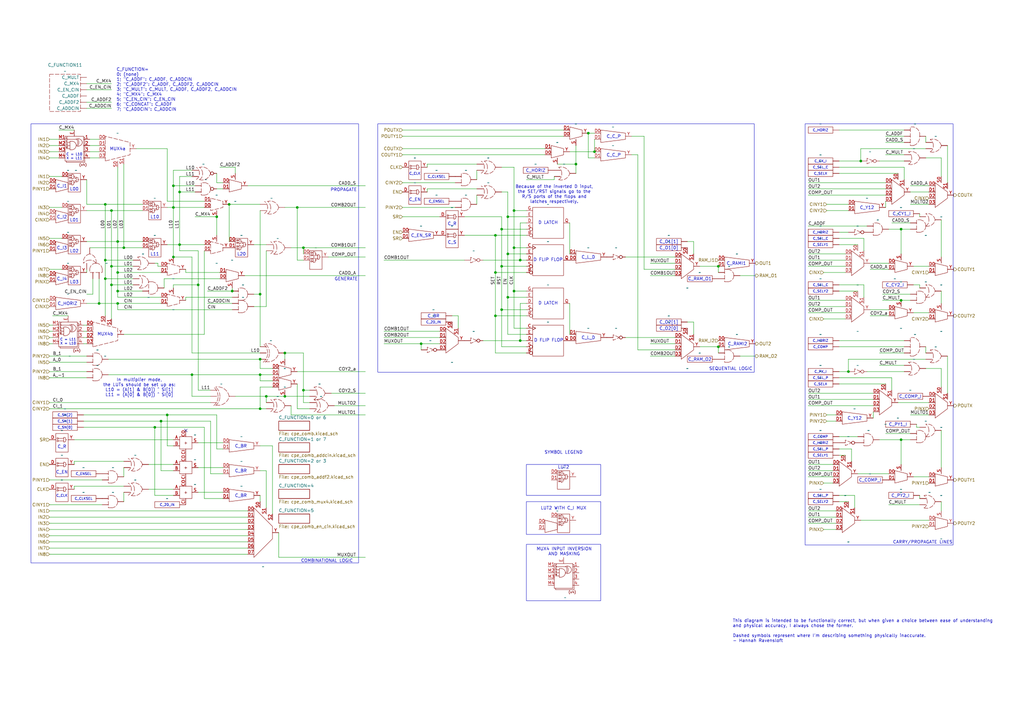
<source format=kicad_sch>
(kicad_sch (version 20250114) (generator "eeschema") (generator_version "9.0")
  (paper "A3")
  (title_block (title "Cologne Processing Element") (date "2025-07-07") (rev "4") (company "YosysHQ"))
  (lib_symbols
    (symbol "AND3_1"
      (property "Reference" "U" (at 0 0 0))
      (symbol "AND3_1_1_1"
        (pin input line (at -3.81 2.54 0) (length 2.54) (name "") (number ""))
        (pin input line (at -3.81 0 0) (length 2.54) (name "") (number ""))
        (pin input line (at -3.81 -2.54 0) (length 2.54) (name "") (number ""))
        (pin output line (at 5.08 0 180) (length 2.54) (name "") (number ""))
      )
    )
    (symbol "AND_1"
      (property "Reference" "U" (at 0 0 0))
      (symbol "AND_1_1_1"
        (pin input line (at -3.81 1.27 0) (length 2.54) (name "") (number ""))
        (pin input line (at -3.81 -1.27 0) (length 2.54) (name "") (number ""))
        (pin output line (at 5.08 0 180) (length 2.54) (name "") (number ""))
      )
    )
    (symbol "AND_10"
      (property "Reference" "U" (at 0 0 0))
      (symbol "AND_10_1_1"
        (pin input line (at -3.81 1.27 0) (length 2.54) (name "") (number ""))
        (pin input line (at -3.81 -1.27 0) (length 2.54) (name "") (number ""))
        (pin output line (at 5.08 0 180) (length 2.54) (name "") (number ""))
      )
    )
    (symbol "AND_11"
      (property "Reference" "U" (at 0 0 0))
      (symbol "AND_11_1_1"
        (pin input line (at -3.81 1.27 0) (length 2.54) (name "") (number ""))
        (pin input line (at -3.81 -1.27 0) (length 2.54) (name "") (number ""))
        (pin output line (at 5.08 0 180) (length 2.54) (name "") (number ""))
      )
    )
    (symbol "AND_2"
      (property "Reference" "U" (at 0 0 0))
      (symbol "AND_2_1_1"
        (pin input line (at -3.81 1.27 0) (length 2.54) (name "") (number ""))
        (pin input line (at -3.81 -1.27 0) (length 2.54) (name "") (number ""))
        (pin output line (at 5.08 0 180) (length 2.54) (name "") (number ""))
      )
    )
    (symbol "AND_3"
      (property "Reference" "U" (at 0 0 0))
      (symbol "AND_3_1_1"
        (pin input line (at -3.81 1.27 0) (length 2.54) (name "") (number ""))
        (pin input line (at -3.81 -1.27 0) (length 2.54) (name "") (number ""))
        (pin output line (at 5.08 0 180) (length 2.54) (name "") (number ""))
      )
    )
    (symbol "AND_4"
      (property "Reference" "U" (at 0 0 0))
      (symbol "AND_4_1_1"
        (pin input line (at -3.81 1.27 0) (length 2.54) (name "") (number ""))
        (pin input line (at -3.81 -1.27 0) (length 2.54) (name "") (number ""))
        (pin output line (at 5.08 0 180) (length 2.54) (name "") (number ""))
      )
    )
    (symbol "AND_5"
      (property "Reference" "U" (at 0 0 0))
      (symbol "AND_5_1_1"
        (pin input line (at -3.81 1.27 0) (length 2.54) (name "") (number ""))
        (pin input line (at -3.81 -1.27 0) (length 2.54) (name "") (number ""))
        (pin output line (at 5.08 0 180) (length 2.54) (name "") (number ""))
      )
    )
    (symbol "AND_6"
      (property "Reference" "U" (at 0 0 0))
      (symbol "AND_6_1_1"
        (pin input line (at -3.81 1.27 0) (length 2.54) (name "") (number ""))
        (pin input line (at -3.81 -1.27 0) (length 2.54) (name "") (number ""))
        (pin output line (at 5.08 0 180) (length 2.54) (name "") (number ""))
      )
    )
    (symbol "AND_7"
      (property "Reference" "U" (at 0 0 0))
      (symbol "AND_7_1_1"
        (pin input line (at -3.81 1.27 0) (length 2.54) (name "") (number ""))
        (pin input line (at -3.81 -1.27 0) (length 2.54) (name "") (number ""))
        (pin output line (at 5.08 0 180) (length 2.54) (name "") (number ""))
      )
    )
    (symbol "AND_8"
      (property "Reference" "U" (at 0 0 0))
      (symbol "AND_8_1_1"
        (pin input line (at -3.81 1.27 0) (length 2.54) (name "") (number ""))
        (pin input line (at -3.81 -1.27 0) (length 2.54) (name "") (number ""))
        (pin output line (at 5.08 0 180) (length 2.54) (name "") (number ""))
      )
    )
    (symbol "AND_9"
      (property "Reference" "U" (at 0 0 0))
      (symbol "AND_9_1_1"
        (pin input line (at -3.81 1.27 0) (length 2.54) (name "") (number ""))
        (pin input line (at -3.81 -1.27 0) (length 2.54) (name "") (number ""))
        (pin output line (at 5.08 0 180) (length 2.54) (name "") (number ""))
      )
    )
    (symbol "LUT2 with C_I mux_1"
      (property "Reference" "L" (at 0 3.556 0))
      (symbol "LUT2 with C_I mux_1_1_1"
        (pin input line (at -10.16 -1.27 0) (length 2.54) (name "") (number "D0"))
        (pin input line (at -10.16 -3.81 0) (length 2.54) (name "") (number "D1"))
        (pin input line (at -5.08 1.27 0) (length 2.54) (name "") (number "D0"))
        (pin output line (at 5.08 0 180) (length 2.54) (name "") (number "Y"))
      )
    )
    (symbol "LUT2 with C_I mux_2"
      (property "Reference" "L" (at 0 3.556 0))
      (symbol "LUT2 with C_I mux_2_1_1"
        (pin input line (at -10.16 -1.27 0) (length 2.54) (name "") (number "D0"))
        (pin input line (at -10.16 -3.81 0) (length 2.54) (name "") (number "D1"))
        (pin input line (at -5.08 1.27 0) (length 2.54) (name "") (number "D0"))
        (pin output line (at 5.08 0 180) (length 2.54) (name "") (number "Y"))
      )
    )
    (symbol "LUT2 with C_I mux_3"
      (property "Reference" "L" (at 0 3.556 0))
      (symbol "LUT2 with C_I mux_3_1_1"
        (pin input line (at -10.16 -1.27 0) (length 2.54) (name "") (number "D0"))
        (pin input line (at -10.16 -3.81 0) (length 2.54) (name "") (number "D1"))
        (pin input line (at -5.08 1.27 0) (length 2.54) (name "") (number "D0"))
        (pin output line (at 5.08 0 180) (length 2.54) (name "") (number "Y"))
      )
    )
    (symbol "LUT2 with C_I mux_4"
      (property "Reference" "L" (at 0 3.556 0))
      (symbol "LUT2 with C_I mux_4_1_1"
        (pin input line (at -10.16 -1.27 0) (length 2.54) (name "") (number "D0"))
        (pin input line (at -10.16 -3.81 0) (length 2.54) (name "") (number "D1"))
        (pin input line (at -5.08 1.27 0) (length 2.54) (name "") (number "D0"))
        (pin output line (at 5.08 0 180) (length 2.54) (name "") (number "Y"))
      )
    )
    (symbol "NOT_1"
      (property "Reference" "U" (at 0 0 0))
      (symbol "NOT_1_1_1"
        (pin input line (at -3.81 0 0) (length 2.54) (name "") (number ""))
        (pin output inverted (at 3.81 0 180) (length 2.54) (name "") (number ""))
      )
    )
    (symbol "NOT_2"
      (property "Reference" "U" (at 0 0 0))
      (symbol "NOT_2_1_1"
        (pin input line (at -3.81 0 0) (length 2.54) (name "") (number ""))
        (pin output inverted (at 3.81 0 180) (length 2.54) (name "") (number ""))
      )
    )
    (symbol "NOT_3"
      (property "Reference" "U" (at 0 0 0))
      (symbol "NOT_3_1_1"
        (pin input line (at -3.81 0 0) (length 2.54) (name "") (number ""))
        (pin output inverted (at 3.81 0 180) (length 2.54) (name "") (number ""))
      )
    )
    (symbol "NOT_4"
      (property "Reference" "U" (at 0 0 0))
      (symbol "NOT_4_1_1"
        (pin input line (at -3.81 0 0) (length 2.54) (name "") (number ""))
        (pin output inverted (at 3.81 0 180) (length 2.54) (name "") (number ""))
      )
    )
    (symbol "NOT_5"
      (property "Reference" "U" (at 0 0 0))
      (symbol "NOT_5_1_1"
        (pin input line (at -3.81 0 0) (length 2.54) (name "") (number ""))
        (pin output inverted (at 3.81 0 180) (length 2.54) (name "") (number ""))
      )
    )
    (symbol "NOT_6"
      (property "Reference" "U" (at 0 0 0))
      (symbol "NOT_6_1_1"
        (pin input line (at -3.81 0 0) (length 2.54) (name "") (number ""))
        (pin output inverted (at 3.81 0 180) (length 2.54) (name "") (number ""))
      )
    )
    (symbol "NOT_7"
      (property "Reference" "U" (at 0 0 0))
      (symbol "NOT_7_1_1"
        (pin input line (at -3.81 0 0) (length 2.54) (name "") (number ""))
        (pin output inverted (at 3.81 0 180) (length 2.54) (name "") (number ""))
      )
    )
    (symbol "NOT_8"
      (property "Reference" "U" (at 0 0 0))
      (symbol "NOT_8_1_1"
        (pin input line (at -3.81 0 0) (length 2.54) (name "") (number ""))
        (pin output inverted (at 3.81 0 180) (length 2.54) (name "") (number ""))
      )
    )
    (symbol "OA21_1"
      (property "Reference" "U" (at 0 0 0))
      (symbol "OA21_1_1_1"
        (pin input line (at -3.81 1.27 0) (length 2.54) (name "") (number ""))
        (pin input line (at -3.81 -1.27 0) (length 2.54) (name "") (number ""))
        (pin input line (at 0 3.81 0) (length 2.54) (name "") (number ""))
        (pin output line (at 8.89 2.54 180) (length 2.54) (name "") (number ""))
      )
    )
    (symbol "OA21_2"
      (property "Reference" "U" (at 0 0 0))
      (symbol "OA21_2_1_1"
        (pin input line (at -3.81 1.27 0) (length 2.54) (name "") (number ""))
        (pin input line (at -3.81 -1.27 0) (length 2.54) (name "") (number ""))
        (pin input line (at 0 3.81 0) (length 2.54) (name "") (number ""))
        (pin output line (at 8.89 2.54 180) (length 2.54) (name "") (number ""))
      )
    )
    (symbol "OA21_3"
      (property "Reference" "U" (at 0 0 0))
      (symbol "OA21_3_1_1"
        (pin input line (at -3.81 1.27 0) (length 2.54) (name "") (number ""))
        (pin input line (at -3.81 -1.27 0) (length 2.54) (name "") (number ""))
        (pin input line (at 0 3.81 0) (length 2.54) (name "") (number ""))
        (pin output line (at 8.89 2.54 180) (length 2.54) (name "") (number ""))
      )
    )
    (symbol "OR_1"
      (property "Reference" "U" (at -1.27 0 0))
      (symbol "OR_1_1_1"
        (pin input line (at -5.08 1.27 0) (length 2.54) (name "") (number ""))
        (pin input line (at -5.08 -1.27 0) (length 2.54) (name "") (number ""))
        (pin input line (at 3.81 0 180) (length 2.54) (name "") (number ""))
      )
    )
    (symbol "OR_2"
      (property "Reference" "U" (at -1.27 0 0))
      (symbol "OR_2_1_1"
        (pin input line (at -5.08 1.27 0) (length 2.54) (name "") (number ""))
        (pin input line (at -5.08 -1.27 0) (length 2.54) (name "") (number ""))
        (pin input line (at 3.81 0 180) (length 2.54) (name "") (number ""))
      )
    )
    (symbol "OR_3"
      (property "Reference" "U" (at -1.27 0 0))
      (symbol "OR_3_1_1"
        (pin input line (at -5.08 1.27 0) (length 2.54) (name "") (number ""))
        (pin input line (at -5.08 -1.27 0) (length 2.54) (name "") (number ""))
        (pin input line (at 3.81 0 180) (length 2.54) (name "") (number ""))
      )
    )
    (symbol "OR_4"
      (property "Reference" "U" (at -1.27 0 0))
      (symbol "OR_4_1_1"
        (pin input line (at -5.08 1.27 0) (length 2.54) (name "") (number ""))
        (pin input line (at -5.08 -1.27 0) (length 2.54) (name "") (number ""))
        (pin input line (at 3.81 0 180) (length 2.54) (name "") (number ""))
      )
    )
    (symbol "OR_5"
      (property "Reference" "U" (at -1.27 0 0))
      (symbol "OR_5_1_1"
        (pin input line (at -5.08 1.27 0) (length 2.54) (name "") (number ""))
        (pin input line (at -5.08 -1.27 0) (length 2.54) (name "") (number ""))
        (pin input line (at 3.81 0 180) (length 2.54) (name "") (number ""))
      )
    )
    (symbol "OR_6"
      (property "Reference" "U" (at -1.27 0 0))
      (symbol "OR_6_1_1"
        (pin input line (at -5.08 1.27 0) (length 2.54) (name "") (number ""))
        (pin input line (at -5.08 -1.27 0) (length 2.54) (name "") (number ""))
        (pin input line (at 3.81 0 180) (length 2.54) (name "") (number ""))
      )
    )
    (symbol "OR_7"
      (property "Reference" "U" (at -1.27 0 0))
      (symbol "OR_7_1_1"
        (pin input line (at -5.08 1.27 0) (length 2.54) (name "") (number ""))
        (pin input line (at -5.08 -1.27 0) (length 2.54) (name "") (number ""))
        (pin input line (at 3.81 0 180) (length 2.54) (name "") (number ""))
      )
    )
    (symbol "XOR3_1"
      (property "Reference" "U" (at 0 -1.27 0))
      (symbol "XOR3_1_1_1"
        (pin input line (at -5.08 2.54 0) (length 2.54) (name "") (number ""))
        (pin input line (at -5.08 0 0) (length 2.54) (name "") (number ""))
        (pin input line (at -5.08 -2.54 0) (length 2.54) (name "") (number ""))
        (pin input line (at 5.08 0 180) (length 2.54) (name "") (number ""))
      )
    )
    (symbol "XOR_1"
      (property "Reference" "U" (at 0 0 0))
      (symbol "XOR_1_1_1"
        (pin input line (at -5.08 1.27 0) (length 2.54) (name "") (number ""))
        (pin input line (at -5.08 -1.27 0) (length 2.54) (name "") (number ""))
        (pin input line (at 5.08 0 180) (length 2.54) (name "") (number ""))
      )
    )
    (symbol "XOR_2"
      (property "Reference" "U" (at 0 0 0))
      (symbol "XOR_2_1_1"
        (pin input line (at -5.08 1.27 0) (length 2.54) (name "") (number ""))
        (pin input line (at -5.08 -1.27 0) (length 2.54) (name "") (number ""))
        (pin input line (at 5.08 0 180) (length 2.54) (name "") (number ""))
      )
    )
    (symbol "XOR_3"
      (property "Reference" "U" (at 0 0 0))
      (symbol "XOR_3_1_1"
        (pin input line (at -5.08 1.27 0) (length 2.54) (name "") (number ""))
        (pin input line (at -5.08 -1.27 0) (length 2.54) (name "") (number ""))
        (pin input line (at 5.08 0 180) (length 2.54) (name "") (number ""))
      )
    )
    (symbol "XOR_4"
      (property "Reference" "U" (at 0 0 0))
      (symbol "XOR_4_1_1"
        (pin input line (at -5.08 1.27 0) (length 2.54) (name "") (number ""))
        (pin input line (at -5.08 -1.27 0) (length 2.54) (name "") (number ""))
        (pin input line (at 5.08 0 180) (length 2.54) (name "") (number ""))
      )
    )
    (symbol "XOR_5"
      (property "Reference" "U" (at 0 0 0))
      (symbol "XOR_5_1_1"
        (pin input line (at -5.08 1.27 0) (length 2.54) (name "") (number ""))
        (pin input line (at -5.08 -1.27 0) (length 2.54) (name "") (number ""))
        (pin input line (at 5.08 0 180) (length 2.54) (name "") (number ""))
      )
    )
    (symbol "XOR_6"
      (property "Reference" "U" (at 0 0 0))
      (symbol "XOR_6_1_1"
        (pin input line (at -5.08 1.27 0) (length 2.54) (name "") (number ""))
        (pin input line (at -5.08 -1.27 0) (length 2.54) (name "") (number ""))
        (pin input line (at 5.08 0 180) (length 2.54) (name "") (number ""))
      )
    )
    (symbol "XOR_7"
      (property "Reference" "U" (at 0 0 0))
      (symbol "XOR_7_1_1"
        (pin input line (at -5.08 1.27 0) (length 2.54) (name "") (number ""))
        (pin input line (at -5.08 -1.27 0) (length 2.54) (name "") (number ""))
        (pin input line (at 5.08 0 180) (length 2.54) (name "") (number ""))
      )
    )
    (symbol "peppercorn:AND"
      (property "Reference" "U" (at 0 0 0))
      (symbol "AND_1_1"
        (pin input line (at -3.81 1.27 0) (length 2.54) (name "") (number ""))
        (pin input line (at -3.81 -1.27 0) (length 2.54) (name "") (number ""))
        (pin output line (at 5.08 0 180) (length 2.54) (name "") (number ""))
      )
    )
    (symbol "peppercorn:AND3"
      (property "Reference" "U" (at 0 0 0))
      (symbol "AND3_1_1"
        (pin input line (at -3.81 2.54 0) (length 2.54) (name "") (number ""))
        (pin input line (at -3.81 0 0) (length 2.54) (name "") (number ""))
        (pin input line (at -3.81 -2.54 0) (length 2.54) (name "") (number ""))
        (pin output line (at 5.08 0 180) (length 2.54) (name "") (number ""))
      )
    )
    (symbol "peppercorn:AO21"
      (property "Reference" "U" (at 0 0 0))
      (symbol "AO21_1_1"
        (pin input line (at -3.81 1.27 0) (length 2.54) (name "") (number ""))
        (pin input line (at -3.81 -1.27 0) (length 2.54) (name "") (number ""))
        (pin input line (at 0 3.81 0) (length 2.54) (name "") (number ""))
        (pin output line (at 8.89 2.54 180) (length 2.54) (name "") (number ""))
      )
    )
    (symbol "peppercorn:CONFIG"
      (symbol "CONFIG_1_1"
        (pin output line (at 7.62 0 180) (length 2.54) (name "") (number ""))
      )
    )
    (symbol "peppercorn:C_FUNCTION"
      (property "Reference" "C_FUNCTION" (at 0.254 7.874 0))
      (symbol "C_FUNCTION_1_1"
        (pin output line (at 8.89 5.08 180) (length 2.54) (name "C_MULT") (number ""))
        (pin output line (at 8.89 2.54 180) (length 2.54) (name "C_MX4") (number ""))
        (pin output line (at 8.89 0 180) (length 2.54) (name "C_EN_CIN") (number ""))
        (pin output line (at 8.89 -2.54 180) (length 2.54) (name "C_ADDF") (number ""))
        (pin output line (at 8.89 -5.08 180) (length 2.54) (name "C_ADDF2") (number ""))
        (pin output line (at 8.89 -7.62 180) (length 2.54) (name "C_ADDCIN") (number ""))
      )
    )
    (symbol "peppercorn:DFF"
      (property "Reference" "FF" (at 0 0 0))
      (symbol "DFF_1_1"
        (pin input clock (at -8.89 5.08 0) (length 2.54) (name "") (number "C"))
        (pin input line (at -8.89 2.54 0) (length 2.54) (name "") (number "E"))
        (pin input line (at -8.89 0 0) (length 2.54) (name "") (number "D"))
        (pin input inverted (at -8.89 -2.54 0) (length 2.54) (name "") (number "S"))
        (pin input inverted (at -8.89 -5.08 0) (length 2.54) (name "") (number "R"))
        (pin output line (at 8.89 0 180) (length 2.54) (name "") (number "Q"))
      )
    )
    (symbol "peppercorn:DLT"
      (property "Reference" "LT" (at 0 0 0))
      (symbol "DLT_1_1"
        (pin input line (at -8.89 5.08 0) (length 2.54) (name "") (number "G"))
        (pin input line (at -8.89 2.54 0) (length 2.54) (name "") (number "E"))
        (pin input line (at -8.89 0 0) (length 2.54) (name "") (number "D"))
        (pin input inverted (at -8.89 -2.54 0) (length 2.54) (name "") (number "S"))
        (pin input inverted (at -8.89 -5.08 0) (length 2.54) (name "") (number "R"))
        (pin output line (at 8.89 0 180) (length 2.54) (name "") (number "Q"))
      )
    )
    (symbol "peppercorn:FA"
      (symbol "FA_1_1"
        (text "+" (at 0 0 0) (effects (font (size 1.27 1.27))))
        (pin input line (at -5.08 1.27 0) (length 2.54) (name "") (number "A"))
        (pin input line (at -5.08 -1.27 0) (length 2.54) (name "") (number "B"))
        (pin output line (at 0 5.08 270) (length 2.54) (name "") (number "CO"))
        (pin input line (at 0 -5.08 90) (length 2.54) (name "") (number "CI"))
        (pin output line (at 5.08 0 180) (length 2.54) (name "") (number "S"))
      )
    )
    (symbol "peppercorn:LUT1"
      (property "Reference" "L" (at 0 3.556 0))
      (symbol "LUT1_1_1"
        (pin input line (at -5.08 0 0) (length 2.54) (name "") (number "D"))
        (pin output line (at 5.08 0 180) (length 2.54) (name "") (number "Y"))
      )
    )
    (symbol "peppercorn:LUT2"
      (property "Reference" "L" (at 0 3.556 0))
      (symbol "LUT2_1_1"
        (pin input line (at -5.08 1.27 0) (length 2.54) (name "") (number "D0"))
        (pin input line (at -5.08 -1.27 0) (length 2.54) (name "") (number "D1"))
        (pin output line (at 5.08 0 180) (length 2.54) (name "") (number "Y"))
      )
    )
    (symbol "peppercorn:LUT2 with C_I mux"
      (property "Reference" "L" (at 0 3.556 0))
      (symbol "LUT2 with C_I mux_1_1"
        (pin input line (at -10.16 -1.27 0) (length 2.54) (name "") (number "D0"))
        (pin input line (at -10.16 -3.81 0) (length 2.54) (name "") (number "D1"))
        (pin input line (at -5.08 1.27 0) (length 2.54) (name "") (number "D0"))
        (pin output line (at 5.08 0 180) (length 2.54) (name "") (number "Y"))
      )
    )
    (symbol "peppercorn:MUX invert/mask"
      (symbol "MUX invert/mask_1_1"
        (text "C" (at -3.048 4.318 0) (effects (font (size 0.75 0.75))))
        (text "E" (at -3.048 3.048 0) (effects (font (size 0.75 0.75))))
        (text "X" (at -3.048 1.778 0) (effects (font (size 0.75 0.75))))
        (text "M" (at -3.048 0.508 0) (effects (font (size 0.75 0.75))))
        (text "(x4)" (at 3.556 -6.604 0) (effects (font (size 1 1))))
        (pin input line (at -6.35 3.81 0) (length 2.54) (name "") (number "M1"))
        (pin input line (at -6.35 1.27 0) (length 2.54) (name "") (number "M2"))
        (pin input line (at -6.35 -1.27 0) (length 2.54) (name "") (number "M3"))
        (pin input line (at -6.35 -3.81 0) (length 2.54) (name "") (number "M4"))
        (pin input line (at 0 7.62 270) (length 2.54) (name "") (number "E"))
        (pin output line (at 6.35 3.81 180) (length 2.54) (name "") (number "1"))
        (pin output line (at 6.35 1.27 180) (length 2.54) (name "") (number "2"))
        (pin output line (at 6.35 -1.27 180) (length 2.54) (name "") (number "3"))
        (pin output line (at 6.35 -3.81 180) (length 2.54) (name "") (number "4"))
      )
    )
    (symbol "peppercorn:MUX2"
      (property "Reference" "M" (at 0 -3.81 0))
      (symbol "MUX2_1_1"
        (pin input line (at -5.08 1.27 0) (length 2.54) (name "") (number "D0"))
        (pin input line (at -5.08 -1.27 0) (length 2.54) (name "") (number "D1"))
        (pin input line (at 0 5.08 270) (length 2.54) (name "") (number "S"))
        (pin output line (at 5.08 0 180) (length 2.54) (name "") (number "Y"))
      )
    )
    (symbol "peppercorn:MUX2 (conceptual)"
      (property "Reference" "M" (at 0 -3.81 0))
      (symbol "MUX2 (conceptual)_1_1"
        (pin input line (at -5.08 1.27 0) (length 2.54) (name "") (number "D0"))
        (pin input line (at -5.08 -1.27 0) (length 2.54) (name "") (number "D1"))
        (pin input line (at 0 5.08 270) (length 2.54) (name "") (number "S"))
        (pin output line (at 5.08 0 180) (length 2.54) (name "") (number "Y"))
      )
    )
    (symbol "peppercorn:MUX2B"
      (symbol "MUX2B_1_1"
        (pin input line (at -7.62 1.27 0) (length 2.54) (name "") (number "D0"))
        (pin input line (at -7.62 -1.27 0) (length 2.54) (name "") (number "D1"))
        (pin output line (at 7.62 0 180) (length 2.54) (name "") (number "Y"))
      )
    )
    (symbol "peppercorn:MUX4"
      (property "Reference" "M" (at 0 -3.81 0))
      (symbol "MUX4_1_1"
        (pin input line (at -5.08 3.81 0) (length 2.54) (name "") (number "D0"))
        (pin input line (at -5.08 1.27 0) (length 2.54) (name "") (number "D1"))
        (pin input line (at -5.08 -1.27 0) (length 2.54) (name "") (number "D2"))
        (pin input line (at -5.08 -3.81 0) (length 2.54) (name "") (number "D3"))
        (pin input line (at 0 7.62 270) (length 2.54) (name "") (number "S0"))
        (pin input line (at 2.54 5.08 270) (length 2.54) (name "") (number "S1"))
        (pin output line (at 5.08 0 180) (length 2.54) (name "") (number "Y"))
      )
    )
    (symbol "peppercorn:MUX4 (conceptual)"
      (symbol "MUX4 (conceptual)_1_1"
        (pin input line (at -7.62 3.81 0) (length 2.54) (name "") (number "D0"))
        (pin input line (at -7.62 1.27 0) (length 2.54) (name "") (number "D1"))
        (pin input line (at -7.62 -1.27 0) (length 2.54) (name "") (number "D2"))
        (pin input line (at -7.62 -3.81 0) (length 2.54) (name "") (number "D3"))
        (pin input line (at 0 7.62 270) (length 2.54) (name "") (number "S0"))
        (pin input line (at 2.54 6.35 270) (length 2.54) (name "") (number "S1"))
        (pin output line (at 7.62 0 180) (length 2.54) (name "") (number "Y"))
      )
    )
    (symbol "peppercorn:MUX4 (conceptual) (upside down)"
      (property "Reference" "M" (at 0 5.588 0))
      (symbol "MUX4 (conceptual) (upside down)_1_1"
        (pin input line (at -5.08 3.81 0) (length 2.54) (name "") (number "D0"))
        (pin input line (at -5.08 1.27 0) (length 2.54) (name "") (number "D1"))
        (pin input line (at -5.08 -1.27 0) (length 2.54) (name "") (number "D2"))
        (pin input line (at -5.08 -3.81 0) (length 2.54) (name "") (number "D3"))
        (pin input line (at 2.54 -7.62 90) (length 2.54) (name "") (number "S0"))
        (pin input line (at 5.08 -6.35 90) (length 2.54) (name "") (number "S1"))
        (pin output line (at 10.16 0 180) (length 2.54) (name "") (number "Y"))
      )
    )
    (symbol "peppercorn:MUX8"
      (property "Reference" "M" (at 0 1.27 0))
      (symbol "MUX8_1_1"
        (pin input line (at -5.08 8.89 0) (length 2.54) (name "") (number "D0"))
        (pin input line (at -5.08 6.35 0) (length 2.54) (name "") (number "D1"))
        (pin input line (at -5.08 3.81 0) (length 2.54) (name "") (number "D2"))
        (pin input line (at -5.08 1.27 0) (length 2.54) (name "") (number "D3"))
        (pin input line (at -5.08 -1.27 0) (length 2.54) (name "") (number "D4"))
        (pin input line (at -5.08 -3.81 0) (length 2.54) (name "") (number "D5"))
        (pin input line (at -5.08 -6.35 0) (length 2.54) (name "") (number "D6"))
        (pin input line (at -5.08 -8.89 0) (length 2.54) (name "") (number "D7"))
        (pin input line (at 0 12.7 270) (length 2.54) (name "") (number "S0"))
        (pin input line (at 2.54 10.16 270) (length 2.54) (name "") (number "S1"))
        (pin input line (at 5.08 7.62 270) (length 2.54) (name "") (number "S2"))
        (pin output line (at 7.62 0 180) (length 2.54) (name "") (number "Y"))
      )
    )
    (symbol "peppercorn:NAND"
      (property "Reference" "U" (at 0 0 0))
      (symbol "NAND_1_1"
        (pin input line (at -3.81 1.27 0) (length 2.54) (name "") (number ""))
        (pin input line (at -3.81 -1.27 0) (length 2.54) (name "") (number ""))
        (pin output inverted (at 5.08 0 180) (length 2.54) (name "") (number ""))
      )
    )
    (symbol "peppercorn:NOT"
      (property "Reference" "U" (at 0 0 0))
      (symbol "NOT_1_1"
        (pin input line (at -3.81 0 0) (length 2.54) (name "") (number ""))
        (pin output inverted (at 3.81 0 180) (length 2.54) (name "") (number ""))
      )
    )
    (symbol "peppercorn:OA21"
      (property "Reference" "U" (at 0 0 0))
      (symbol "OA21_1_1"
        (pin input line (at -3.81 1.27 0) (length 2.54) (name "") (number ""))
        (pin input line (at -3.81 -1.27 0) (length 2.54) (name "") (number ""))
        (pin input line (at 0 3.81 0) (length 2.54) (name "") (number ""))
        (pin output line (at 8.89 2.54 180) (length 2.54) (name "") (number ""))
      )
    )
    (symbol "peppercorn:OR"
      (property "Reference" "U" (at -1.27 0 0))
      (symbol "OR_1_1"
        (pin input line (at -5.08 1.27 0) (length 2.54) (name "") (number ""))
        (pin input line (at -5.08 -1.27 0) (length 2.54) (name "") (number ""))
        (pin input line (at 3.81 0 180) (length 2.54) (name "") (number ""))
      )
    )
    (symbol "peppercorn:XNOR"
      (property "Reference" "U" (at 0 0 0))
      (symbol "XNOR_1_1"
        (pin input line (at -5.08 1.27 0) (length 2.54) (name "") (number ""))
        (pin input line (at -5.08 -1.27 0) (length 2.54) (name "") (number ""))
        (pin input inverted (at 5.08 0 180) (length 2.54) (name "") (number ""))
      )
    )
    (symbol "peppercorn:XOR"
      (property "Reference" "U" (at 0 0 0))
      (symbol "XOR_1_1"
        (pin input line (at -5.08 1.27 0) (length 2.54) (name "") (number ""))
        (pin input line (at -5.08 -1.27 0) (length 2.54) (name "") (number ""))
        (pin input line (at 5.08 0 180) (length 2.54) (name "") (number ""))
      )
    )
    (symbol "peppercorn:XOR3"
      (property "Reference" "U" (at 0 -1.27 0))
      (symbol "XOR3_1_1"
        (pin input line (at -5.08 2.54 0) (length 2.54) (name "") (number ""))
        (pin input line (at -5.08 0 0) (length 2.54) (name "") (number ""))
        (pin input line (at -5.08 -2.54 0) (length 2.54) (name "") (number ""))
        (pin input line (at 5.08 0 180) (length 2.54) (name "") (number ""))
      )
    )
  )
  (rectangle (start 215.9 223.266) (end 246.38 246.38))
  (rectangle (start 215.9 205.74) (end 246.38 219.202))
  (rectangle (start 12.7 50.8) (end 147.066 230.886))
  (rectangle (start 330.2 50.8) (end 390.906 223.52))
  (rectangle (start 154.94 50.8) (end 309.372 152.654))
  (rectangle (start 215.9 190.5) (end 246.38 203.2))
  (text "C_L_D" (at 241.3 105.664 0) (effects (font (size 1.27 1.27))))
  (text "C_R" (at 185.42 91.948 0) (effects (font (size 1.27 1.27))))
  (text "C_Y12" (at 355.6 85.344 0) (effects (font (size 1.27 1.27))))
  (text "C_SELX" (at 336.55 157.734 0) (effects (font (size 1 1))))
  (text "L00" (at 30.48 77.724 0) (effects (font (size 1.27 1.27))))
  (text "MUX4b" (at 43.18 137.16 0) (effects (font (size 1.27 1.27))))
  (text "C_PY1_I" (at 368.3 174.244 0) (effects (font (size 1.27 1.27))))
  (text "In multiplier mode,\nthe LUTs should be set up as:\nL10 = (A[1] & B[0]) ^ SI[1]\nL11 = (A[0] & B[0]) ^ SI[0]" (at 57.15 159.004 0) (effects (font (size 1.27 1.27))))
  (text "D LATCH" (at 224.79 91.44 0) (effects (font (size 1.27 1.27))))
  (text "C_SN[0]" (at 26.67 175.514 0) (effects (font (size 1 1))))
  (text "C_SELY1" (at 336.55 186.944 0) (effects (font (size 1 1))))
  (text "C_I2" (at 25.4 89.154 0) (effects (font (size 1.27 1.27))))
  (text "C = L10\nX = L11" (at 30.48 64.262 0) (effects (font (size 1 1))))
  (text "C_FUNCTION=\n0: (none)\n1; \"C_ADDF\": C_ADDF, C_ADDCIN\n2; \"C_ADDF2\": C_ADDF, C_ADDF2, C_ADDCIN\n3; \"C_MULT\": C_MULT, C_ADDF, C_ADDF2, C_ADDCIN\n4; \"C_MX4\": C_MX4\n5; \"C_EN_CIN\": C_EN_CIN\n6; \"C_CONCAT\": C_ADDF\n7; \"C_ADDCIN\": C_ADDCIN" (at 47.752 36.83 0) (effects (font (size 1.27 1.27)) (justify left)))
  (text "C_2D_IN" (at 177.8 132.334 0) (effects (font (size 1 1))))
  (text "C_COMP" (at 336.55 179.324 0) (effects (font (size 1 1))))
  (text "C_HORIZ" (at 336.55 181.864 0) (effects (font (size 1 1))))
  (text "C_O1[0]" (at 274.32 101.854 0) (effects (font (size 1.27 1.27))))
  (text "C_I1" (at 25.4 76.454 0) (effects (font (size 1.27 1.27))))
  (text "C_RAM_O1\n" (at 287.02 114.554 0) (effects (font (size 1.27 1.27))))
  (text "C_RAMI2" (at 302.514 141.224 0) (effects (font (size 1.27 1.27))))
  (text "C_EN" (at 170.18 82.042 0) (effects (font (size 1.27 1.27))))
  (text "C_BR" (at 98.806 203.454 0) (effects (font (size 1.27 1.27))))
  (text "C_SELY2" (at 336.55 119.634 0) (effects (font (size 1 1))))
  (text "C_SEL_P" (at 336.55 155.194 0) (effects (font (size 1 1))))
  (text "This diagram is intended to be functionally correct, but when given a choice between ease of understanding\nand physical accuracy, I always chose the former.\n\nDashed symbols represent where I'm describing something physically inaccurate.\n- Hannah Ravensloft" (at 300.482 254 0) (effects (font (size 1.27 1.27)) (justify left top)))
  (text "C_C_P" (at 251.714 63.754 0) (effects (font (size 1.27 1.27))))
  (text "C_HORIZ" (at 27.686 124.714 0) (effects (font (size 1.27 1.27))))
  (text "C_2D_IN" (at 68.58 207.264 0) (effects (font (size 1 1))))
  (text "LUT2 WITH C_I MUX" (at 231.14 208.534 0) (effects (font (size 1.27 1.27))))
  (text "LUT2" (at 231.14 191.77 0) (effects (font (size 1.27 1.27))))
  (text "C_I3" (at 25.4 101.854 0) (effects (font (size 1.27 1.27))))
  (text "C_O2[0]" (at 274.32 134.874 0) (effects (font (size 1.27 1.27))))
  (text "C_ENSEL" (at 179.07 82.804 0) (effects (font (size 1 1))))
  (text "Because of the inverted D input,\nthe SET/RST signals go to the\nR/S ports of the flops and\nlatches respectively." (at 227.33 79.756 0) (effects (font (size 1.27 1.27))))
  (text "C_CLK" (at 170.18 71.374 0) (effects (font (size 1 1))))
  (text "L20" (at 99.06 104.394 0) (effects (font (size 1.27 1.27))))
  (text "C_CLK" (at 25.4 203.454 0) (effects (font (size 1 1))))
  (text "MUX4 INPUT INVERSION\nAND MASKING" (at 231.394 226.314 0) (effects (font (size 1.27 1.27))))
  (text "C_CY2_I" (at 367.03 117.094 0) (effects (font (size 1.27 1.27))))
  (text "C_Y12" (at 350.52 171.704 0) (effects (font (size 1.27 1.27))))
  (text "L02" (at 30.48 103.124 0) (effects (font (size 1.27 1.27))))
  (text "C_COMP" (at 336.55 142.494 0) (effects (font (size 1 1))))
  (text "C_CX_I" (at 336.55 66.294 0) (effects (font (size 1 1))))
  (text "C_CLKSEL" (at 179.07 72.644 0) (effects (font (size 1 1))))
  (text "C_SEL_C" (at 336.55 68.834 0) (effects (font (size 1 1))))
  (text "C_CLKSEL" (at 34.29 204.724 0) (effects (font (size 1 1))))
  (text "C_PX_I" (at 336.55 152.654 0) (effects (font (size 1 1))))
  (text "C_SN[2]" (at 26.67 170.434 0) (effects (font (size 1 1))))
  (text "C_BR" (at 98.806 193.294 0) (effects (font (size 1.27 1.27))))
  (text "SYMBOL LEGEND" (at 231.14 185.674 0) (effects (font (size 1.27 1.27))))
  (text "C_COMP_I" (at 373.38 162.814 0) (effects (font (size 1.27 1.27))))
  (text "C_EN" (at 25.4 193.802 0) (effects (font (size 1.27 1.27))))
  (text "C_SELY1" (at 336.55 100.584 0) (effects (font (size 1 1))))
  (text "C_R" (at 25.4 183.388 0) (effects (font (size 1.27 1.27))))
  (text "L03" (at 30.48 115.824 0) (effects (font (size 1.27 1.27))))
  (text "C_EN_SR" (at 172.72 96.774 0) (effects (font (size 1.27 1.27))))
  (text "C_RAMI1" (at 302.006 108.204 0) (effects (font (size 1.27 1.27))))
  (text "PROPAGATE" (at 140.97 77.978 0) (effects (font (size 1.27 1.27))))
  (text "D FLIP FLOP" (at 224.79 106.68 0) (effects (font (size 1.27 1.27))))
  (text "C_SEL_P" (at 336.55 184.404 0) (effects (font (size 1 1))))
  (text "SEQUENTIAL LOGIC" (at 299.72 151.384 0) (effects (font (size 1.27 1.27))))
  (text "C_SEL_P" (at 336.55 203.454 0) (effects (font (size 1 1))))
  (text "C_L_D" (at 241.3 138.684 0) (effects (font (size 1.27 1.27))))
  (text "L10" (at 63.5 89.154 0) (effects (font (size 1.27 1.27))))
  (text "MUX4a" (at 48.26 61.214 0) (effects (font (size 1.27 1.27))))
  (text "C_SEL_C" (at 336.55 117.094 0) (effects (font (size 1 1))))
  (text "C_I4" (at 25.4 114.554 0) (effects (font (size 1.27 1.27))))
  (text "C_RAM_O2" (at 287.02 147.574 0) (effects (font (size 1.27 1.27))))
  (text "GENERATE" (at 141.986 114.554 0) (effects (font (size 1.27 1.27))))
  (text "L11" (at 63.5 104.394 0) (effects (font (size 1.27 1.27))))
  (text "C_HORIZ" (at 219.71 70.104 0) (effects (font (size 1.27 1.27))))
  (text "L01" (at 30.48 90.424 0) (effects (font (size 1.27 1.27))))
  (text "C_ENSEL" (at 34.29 194.564 0) (effects (font (size 1 1))))
  (text "COMBINATIONAL LOGIC" (at 134.112 230.124 0) (effects (font (size 1.27 1.27))))
  (text "D FLIP FLOP" (at 225.044 139.7 0) (effects (font (size 1.27 1.27))))
  (text "C_C_P" (at 251.714 56.134 0) (effects (font (size 1.27 1.27))))
  (text "C_CY1_I" (at 369.824 87.884 0) (effects (font (size 1.27 1.27))))
  (text "C_BR" (at 177.8 129.794 0) (effects (font (size 1.27 1.27))))
  (text "C_SN[1]" (at 26.67 172.974 0) (effects (font (size 1 1))))
  (text "C_S" (at 185.42 99.568 0) (effects (font (size 1.27 1.27))))
  (text "C = L11\nX = L10" (at 27.94 140.208 0) (effects (font (size 1 1))))
  (text "C_COMP_I" (at 356.87 197.104 0) (effects (font (size 1.27 1.27))))
  (text "C_PY2_I" (at 369.316 203.454 0) (effects (font (size 1.27 1.27))))
  (text "C_SELY2" (at 336.55 205.994 0) (effects (font (size 1 1))))
  (text "C_SEL_C" (at 336.55 98.044 0) (effects (font (size 1 1))))
  (text "CARRY/PROPAGATE LINES" (at 378.46 222.504 0) (effects (font (size 1.27 1.27))))
  (text "C_HORIZ" (at 336.55 95.504 0) (effects (font (size 1 1))))
  (text "C_O1[1]" (at 274.32 99.314 0) (effects (font (size 1.27 1.27))))
  (text "C_O2[1]" (at 274.32 132.334 0) (effects (font (size 1.27 1.27))))
  (text "C_HORIZ" (at 336.55 139.954 0) (effects (font (size 1 1))))
  (text "D LATCH" (at 224.79 124.46 0) (effects (font (size 1.27 1.27))))
  (text "C_BR" (at 98.806 183.134 0) (effects (font (size 1.27 1.27))))
  (text "C_HORIZ" (at 336.55 53.594 0) (effects (font (size 1 1))))
  (text "C_SELX" (at 336.55 71.374 0) (effects (font (size 1 1))))
  (junction (at 172.72 140.97))
  (junction (at 78.74 153.67))
  (junction (at 45.72 116.84))
  (junction (at 205.74 127))
  (junction (at 213.36 106.68))
  (junction (at 203.2 111.76))
  (junction (at 71.12 85.09))
  (junction (at 43.18 83.82))
  (junction (at 369.57 123.19))
  (junction (at 48.26 111.76))
  (junction (at 71.12 76.2))
  (junction (at 71.12 105.41))
  (junction (at 73.66 100.33))
  (junction (at 45.72 109.22))
  (junction (at 347.98 152.4))
  (junction (at 210.82 101.6))
  (junction (at 203.2 129.54))
  (junction (at 369.57 180.34))
  (junction (at 48.26 124.46))
  (junction (at 48.26 119.38))
  (junction (at 213.36 139.7))
  (junction (at 203.2 96.52))
  (junction (at 68.58 170.18))
  (junction (at 106.68 147.32))
  (junction (at 208.28 121.92))
  (junction (at 294.64 142.24))
  (junction (at 109.22 162.56))
  (junction (at 43.18 114.3))
  (junction (at 88.9 88.9))
  (junction (at 116.84 144.78))
  (junction (at 369.57 93.98))
  (junction (at 243.84 62.23))
  (junction (at 124.46 101.6))
  (junction (at 205.74 93.98))
  (junction (at 241.3 54.61))
  (junction (at 236.22 67.31))
  (junction (at 294.64 109.22))
  (junction (at 93.98 83.82))
  (junction (at 81.28 116.84))
  (junction (at 116.84 162.56))
  (junction (at 205.74 109.22))
  (junction (at 50.8 101.6))
  (junction (at 210.82 86.36))
  (junction (at 106.68 153.67))
  (junction (at 353.06 66.04))
  (junction (at 73.66 78.74))
  (junction (at 63.5 175.26))
  (junction (at 66.04 172.72))
  (junction (at 48.26 99.06))
  (junction (at 208.28 88.9))
  (junction (at 40.64 124.46))
  (junction (at 208.28 104.14))
  (junction (at 95.25 119.38))
  (junction (at 106.68 167.64))
  (junction (at 121.92 85.09))
  (junction (at 124.46 160.02))
  (junction (at 210.82 119.38))
  (junction (at 45.72 86.36))
  (junction (at 43.18 106.68))
  (junction (at 106.68 120.65))
  (no_connect (at 76.2 176.53))
  (wire (pts (xy 344.17 71.12) (xy 368.3 71.12)))
  (wire (pts (xy 88.9 71.12) (xy 88.9 74.93)))
  (wire (pts (xy 210.82 86.36) (xy 210.82 68.58)))
  (wire (pts (xy 157.48 140.97) (xy 172.72 140.97)))
  (wire (pts (xy 180.34 140.97) (xy 172.72 140.97)))
  (wire (pts (xy 78.74 162.56) (xy 86.36 162.56)))
  (wire (pts (xy 379.73 147.32) (xy 347.98 147.32)))
  (wire (pts (xy 116.84 85.09) (xy 121.92 85.09)))
  (wire (pts (xy 111.76 182.88) (xy 111.76 210.82)))
  (wire (pts (xy 208.28 78.74) (xy 208.28 88.9)))
  (wire (pts (xy 34.29 138.43) (xy 35.56 138.43)))
  (wire (pts (xy 109.22 165.1) (xy 109.22 162.56)))
  (wire (pts (xy 281.94 99.06) (xy 284.48 99.06)))
  (wire (pts (xy 20.32 140.97) (xy 21.59 140.97)))
  (wire (pts (xy 116.84 162.56) (xy 127 162.56)))
  (wire (pts (xy 190.5 88.9) (xy 205.74 88.9)))
  (wire (pts (xy 20.32 133.35) (xy 21.59 133.35)))
  (wire (pts (xy 36.83 59.69) (xy 40.64 59.69)))
  (wire (pts (xy 266.7 107.95) (xy 276.86 107.95)))
  (wire (pts (xy 157.48 135.89) (xy 180.34 135.89)))
  (wire (pts (xy 369.57 180.34) (xy 369.57 190.5)))
  (wire (pts (xy 124.46 144.78) (xy 124.46 160.02)))
  (wire (pts (xy 78.74 144.78) (xy 106.68 144.78)))
  (wire (pts (xy 43.18 83.82) (xy 58.42 83.82)))
  (wire (pts (xy 63.5 175.26) (xy 83.82 175.26)))
  (wire (pts (xy 34.29 133.35) (xy 35.56 133.35)))
  (wire (pts (xy 344.17 154.94) (xy 365.76 154.94)))
  (wire (pts (xy 83.82 137.16) (xy 50.8 137.16)))
  (wire (pts (xy 35.56 120.65) (xy 38.1 120.65)))
  (wire (pts (xy 203.2 111.76) (xy 203.2 129.54)))
  (wire (pts (xy 233.68 91.44) (xy 233.68 104.14)))
  (wire (pts (xy 34.29 170.18) (xy 68.58 170.18)))
  (wire (pts (xy 20.32 214.63) (xy 101.6 214.63)))
  (wire (pts (xy 375.92 173.99) (xy 375.92 175.26)))
  (wire (pts (xy 379.73 64.77) (xy 386.08 64.77)))
  (wire (pts (xy 20.32 209.55) (xy 101.6 209.55)))
  (wire (pts (xy 353.06 66.04) (xy 353.06 60.96)))
  (wire (pts (xy 106.68 120.65) (xy 106.68 142.24)))
  (wire (pts (xy 81.28 181.61) (xy 91.44 181.61)))
  (wire (pts (xy 360.68 149.86) (xy 370.84 149.86)))
  (wire (pts (xy 93.98 83.82) (xy 106.68 83.82)))
  (wire (pts (xy 205.74 93.98) (xy 205.74 109.22)))
  (wire (pts (xy 347.98 147.32) (xy 347.98 152.4)))
  (wire (pts (xy 386.08 64.77) (xy 386.08 72.39)))
  (wire (pts (xy 121.92 167.64) (xy 127 167.64)))
  (wire (pts (xy 210.82 119.38) (xy 215.9 119.38)))
  (wire (pts (xy 259.08 63.5) (xy 261.62 63.5)))
  (wire (pts (xy 67.31 114.3) (xy 67.31 118.11)))
  (wire (pts (xy 71.12 76.2) (xy 71.12 85.09)))
  (wire (pts (xy 344.17 179.07) (xy 351.79 179.07)))
  (wire (pts (xy 364.49 93.98) (xy 369.57 93.98)))
  (wire (pts (xy 64.77 109.22) (xy 66.04 109.22)))
  (wire (pts (xy 351.79 194.31) (xy 364.49 194.31)))
  (wire (pts (xy 96.52 162.56) (xy 109.22 162.56)))
  (wire (pts (xy 48.26 111.76) (xy 48.26 119.38)))
  (wire (pts (xy 363.22 55.88) (xy 370.84 55.88)))
  (wire (pts (xy 36.83 57.15) (xy 40.64 57.15)))
  (wire (pts (xy 386.08 205.74) (xy 386.08 209.55)))
  (wire (pts (xy 48.26 99.06) (xy 48.26 111.76)))
  (wire (pts (xy 100.33 113.03) (xy 149.86 113.03)))
  (wire (pts (xy 195.58 80.01) (xy 195.58 83.82)))
  (wire (pts (xy 85.09 124.46) (xy 95.25 124.46)))
  (wire (pts (xy 34.29 135.89) (xy 35.56 135.89)))
  (wire (pts (xy 339.09 170.18) (xy 342.9 170.18)))
  (wire (pts (xy 45.72 86.36) (xy 45.72 109.22)))
  (wire (pts (xy 20.32 217.17) (xy 101.6 217.17)))
  (wire (pts (xy 213.36 106.68) (xy 213.36 91.44)))
  (wire (pts (xy 331.47 106.68) (xy 346.71 106.68)))
  (wire (pts (xy 111.76 158.75) (xy 106.68 158.75)))
  (wire (pts (xy 50.8 67.31) (xy 50.8 101.6)))
  (wire (pts (xy 231.14 53.34) (xy 165.1 53.34)))
  (wire (pts (xy 63.5 203.2) (xy 71.12 203.2)))
  (wire (pts (xy 20.32 138.43) (xy 21.59 138.43)))
  (wire (pts (xy 344.17 53.34) (xy 370.84 53.34)))
  (wire (pts (xy 71.12 76.2) (xy 80.01 76.2)))
  (wire (pts (xy 205.74 109.22) (xy 215.9 109.22)))
  (wire (pts (xy 85.09 119.38) (xy 95.25 119.38)))
  (wire (pts (xy 210.82 119.38) (xy 210.82 134.62)))
  (wire (pts (xy 93.98 83.82) (xy 93.98 99.06)))
  (wire (pts (xy 116.84 144.78) (xy 116.84 147.32)))
  (wire (pts (xy 121.92 157.48) (xy 121.92 167.64)))
  (wire (pts (xy 106.68 167.64) (xy 109.22 167.64)))
  (wire (pts (xy 281.94 132.08) (xy 284.48 132.08)))
  (wire (pts (xy 266.7 140.97) (xy 276.86 140.97)))
  (wire (pts (xy 369.57 180.34) (xy 373.38 180.34)))
  (wire (pts (xy 83.82 102.87) (xy 83.82 137.16)))
  (wire (pts (xy 48.26 127) (xy 95.25 127)))
  (wire (pts (xy 66.04 124.46) (xy 48.26 124.46)))
  (wire (pts (xy 36.83 62.23) (xy 40.64 62.23)))
  (wire (pts (xy 205.74 127) (xy 205.74 142.24)))
  (wire (pts (xy 190.5 96.52) (xy 203.2 96.52)))
  (wire (pts (xy 76.2 121.92) (xy 95.25 121.92)))
  (wire (pts (xy 73.66 78.74) (xy 73.66 72.39)))
  (wire (pts (xy 210.82 86.36) (xy 215.9 86.36)))
  (wire (pts (xy 20.32 224.79) (xy 101.6 224.79)))
  (wire (pts (xy 205.74 127) (xy 215.9 127)))
  (wire (pts (xy 386.08 176.53) (xy 386.08 191.77)))
  (wire (pts (xy 264.16 55.88) (xy 264.16 110.49)))
  (wire (pts (xy 137.16 166.37) (xy 149.86 166.37)))
  (wire (pts (xy 109.22 125.73) (xy 104.14 125.73)))
  (wire (pts (xy 210.82 86.36) (xy 210.82 101.6)))
  (wire (pts (xy 96.52 71.12) (xy 96.52 68.58)))
  (wire (pts (xy 215.9 96.52) (xy 203.2 96.52)))
  (wire (pts (xy 48.26 121.92) (xy 48.26 119.38)))
  (wire (pts (xy 20.32 212.09) (xy 101.6 212.09)))
  (wire (pts (xy 349.25 184.15) (xy 349.25 189.23)))
  (wire (pts (xy 106.68 203.2) (xy 106.68 205.74)))
  (wire (pts (xy 185.42 129.54) (xy 187.96 129.54)))
  (wire (pts (xy 104.14 120.65) (xy 106.68 120.65)))
  (wire (pts (xy 35.56 86.36) (xy 45.72 86.36)))
  (wire (pts (xy 208.28 104.14) (xy 215.9 104.14)))
  (wire (pts (xy 43.18 83.82) (xy 43.18 106.68)))
  (wire (pts (xy 358.14 168.91) (xy 358.14 171.45)))
  (wire (pts (xy 344.17 186.69) (xy 346.71 186.69)))
  (wire (pts (xy 64.77 107.95) (xy 63.5 107.95)))
  (wire (pts (xy 50.8 191.77) (xy 50.8 195.58)))
  (wire (pts (xy 355.6 152.4) (xy 370.84 152.4)))
  (wire (pts (xy 106.68 153.67) (xy 106.68 156.21)))
  (wire (pts (xy 303.53 146.05) (xy 309.88 146.05)))
  (wire (pts (xy 374.65 128.27) (xy 381 128.27)))
  (wire (pts (xy 331.47 190.5) (xy 341.63 190.5)))
  (wire (pts (xy 20.32 148.59) (xy 35.56 148.59)))
  (wire (pts (xy 205.74 142.24) (xy 215.9 142.24)))
  (wire (pts (xy 24.13 53.34) (xy 30.48 53.34)))
  (wire (pts (xy 71.12 182.88) (xy 68.58 182.88)))
  (wire (pts (xy 106.68 151.13) (xy 111.76 151.13)))
  (wire (pts (xy 48.26 111.76) (xy 66.04 111.76)))
  (wire (pts (xy 88.9 184.15) (xy 91.44 184.15)))
  (wire (pts (xy 215.9 73.66) (xy 227.33 73.66)))
  (wire (pts (xy 374.65 109.22) (xy 381 109.22)))
  (wire (pts (xy 373.38 76.2) (xy 381 76.2)))
  (wire (pts (xy 241.3 54.61) (xy 243.84 54.61)))
  (wire (pts (xy 236.22 59.69) (xy 236.22 67.31)))
  (wire (pts (xy 109.22 193.04) (xy 106.68 193.04)))
  (wire (pts (xy 95.25 118.11) (xy 95.25 119.38)))
  (wire (pts (xy 101.6 76.2) (xy 149.86 76.2)))
  (wire (pts (xy 344.17 142.24) (xy 370.84 142.24)))
  (wire (pts (xy 303.53 113.03) (xy 309.88 113.03)))
  (wire (pts (xy 48.26 68.58) (xy 48.26 99.06)))
  (wire (pts (xy 331.47 109.22) (xy 346.71 109.22)))
  (wire (pts (xy 35.56 83.82) (xy 35.56 73.66)))
  (wire (pts (xy 114.3 228.6) (xy 149.86 228.6)))
  (wire (pts (xy 377.19 87.63) (xy 377.19 88.9)))
  (wire (pts (xy 73.66 100.33) (xy 73.66 78.74)))
  (wire (pts (xy 344.17 68.58) (xy 370.84 68.58)))
  (wire (pts (xy 50.8 201.93) (xy 50.8 205.74)))
  (wire (pts (xy 369.57 93.98) (xy 369.57 104.14)))
  (wire (pts (xy 331.47 195.58) (xy 341.63 195.58)))
  (wire (pts (xy 344.17 184.15) (xy 349.25 184.15)))
  (wire (pts (xy 68.58 170.18) (xy 88.9 170.18)))
  (wire (pts (xy 205.74 88.9) (xy 205.74 93.98)))
  (wire (pts (xy 388.62 59.69) (xy 388.62 74.93)))
  (wire (pts (xy 374.65 195.58) (xy 381 195.58)))
  (wire (pts (xy 119.38 170.18) (xy 149.86 170.18)))
  (wire (pts (xy 353.06 60.96) (xy 379.73 60.96)))
  (wire (pts (xy 20.32 59.69) (xy 24.13 59.69)))
  (wire (pts (xy 34.29 140.97) (xy 35.56 140.97)))
  (wire (pts (xy 344.17 152.4) (xy 347.98 152.4)))
  (wire (pts (xy 88.9 170.18) (xy 88.9 184.15)))
  (wire (pts (xy 331.47 166.37) (xy 358.14 166.37)))
  (wire (pts (xy 106.68 156.21) (xy 111.76 156.21)))
  (wire (pts (xy 30.48 180.34) (xy 71.12 180.34)))
  (wire (pts (xy 363.22 82.55) (xy 363.22 85.09)))
  (wire (pts (xy 203.2 111.76) (xy 215.9 111.76)))
  (wire (pts (xy 360.68 66.04) (xy 370.84 66.04)))
  (wire (pts (xy 109.22 193.04) (xy 109.22 208.28)))
  (wire (pts (xy 294.64 109.22) (xy 294.64 111.76)))
  (wire (pts (xy 38.1 114.3) (xy 38.1 120.65)))
  (wire (pts (xy 360.68 180.34) (xy 369.57 180.34)))
  (wire (pts (xy 134.62 105.41) (xy 149.86 105.41)))
  (wire (pts (xy 20.32 72.39) (xy 25.4 72.39)))
  (wire (pts (xy 386.08 119.38) (xy 386.08 124.46)))
  (wire (pts (xy 264.16 110.49) (xy 276.86 110.49)))
  (wire (pts (xy 116.84 144.78) (xy 124.46 144.78)))
  (wire (pts (xy 35.56 99.06) (xy 48.26 99.06)))
  (wire (pts (xy 208.28 88.9) (xy 208.28 104.14)))
  (wire (pts (xy 331.47 74.93) (xy 363.22 74.93)))
  (wire (pts (xy 35.56 124.46) (xy 40.64 124.46)))
  (wire (pts (xy 165.1 88.9) (xy 180.34 88.9)))
  (wire (pts (xy 48.26 124.46) (xy 48.26 127)))
  (wire (pts (xy 175.26 78.74) (xy 175.26 77.47)))
  (wire (pts (xy 203.2 129.54) (xy 203.2 144.78)))
  (wire (pts (xy 379.73 142.24) (xy 379.73 144.78)))
  (wire (pts (xy 71.12 69.85) (xy 71.12 76.2)))
  (wire (pts (xy 198.12 106.68) (xy 213.36 106.68)))
  (wire (pts (xy 203.2 96.52) (xy 203.2 111.76)))
  (wire (pts (xy 91.44 77.47) (xy 88.9 77.47)))
  (wire (pts (xy 68.58 60.96) (xy 55.88 60.96)))
  (wire (pts (xy 386.08 151.13) (xy 386.08 158.75)))
  (wire (pts (xy 331.47 77.47) (xy 363.22 77.47)))
  (wire (pts (xy 369.57 93.98) (xy 373.38 93.98)))
  (wire (pts (xy 88.9 74.93) (xy 91.44 74.93)))
  (wire (pts (xy 35.56 83.82) (xy 43.18 83.82)))
  (wire (pts (xy 119.38 101.6) (xy 124.46 101.6)))
  (wire (pts (xy 331.47 193.04) (xy 341.63 193.04)))
  (wire (pts (xy 236.22 67.31) (xy 236.22 71.12)))
  (wire (pts (xy 43.18 106.68) (xy 54.61 106.68)))
  (wire (pts (xy 76.2 123.19) (xy 76.2 121.92)))
  (wire (pts (xy 35.56 41.91) (xy 45.72 41.91)))
  (wire (pts (xy 386.08 90.17) (xy 386.08 105.41)))
  (wire (pts (xy 45.72 116.84) (xy 45.72 130.81)))
  (wire (pts (xy 81.28 191.77) (xy 91.44 191.77)))
  (wire (pts (xy 377.19 116.84) (xy 377.19 118.11)))
  (wire (pts (xy 344.17 157.48) (xy 363.22 157.48)))
  (wire (pts (xy 80.01 88.9) (xy 88.9 88.9)))
  (wire (pts (xy 81.28 201.93) (xy 91.44 201.93)))
  (wire (pts (xy 71.12 85.09) (xy 83.82 85.09)))
  (wire (pts (xy 205.74 78.74) (xy 208.28 78.74)))
  (wire (pts (xy 40.64 114.3) (xy 40.64 124.46)))
  (wire (pts (xy 109.22 102.87) (xy 109.22 125.73)))
  (wire (pts (xy 124.46 160.02) (xy 124.46 165.1)))
  (wire (pts (xy 30.48 190.5) (xy 30.48 189.23)))
  (wire (pts (xy 354.33 116.84) (xy 354.33 121.92)))
  (wire (pts (xy 241.3 64.77) (xy 243.84 64.77)))
  (wire (pts (xy 83.82 82.55) (xy 68.58 82.55)))
  (wire (pts (xy 35.56 110.49) (xy 35.56 111.76)))
  (wire (pts (xy 344.17 100.33) (xy 351.79 100.33)))
  (wire (pts (xy 353.06 213.36) (xy 381 213.36)))
  (wire (pts (xy 91.44 194.31) (xy 86.36 194.31)))
  (wire (pts (xy 233.68 124.46) (xy 233.68 137.16)))
  (wire (pts (xy 187.96 129.54) (xy 187.96 134.62)))
  (wire (pts (xy 356.87 110.49) (xy 364.49 110.49)))
  (wire (pts (xy 124.46 101.6) (xy 149.86 101.6)))
  (wire (pts (xy 34.29 172.72) (xy 66.04 172.72)))
  (wire (pts (xy 243.84 57.15) (xy 243.84 62.23)))
  (wire (pts (xy 20.32 97.79) (xy 25.4 97.79)))
  (wire (pts (xy 165.1 74.93) (xy 186.69 74.93)))
  (wire (pts (xy 30.48 189.23) (xy 50.8 189.23)))
  (wire (pts (xy 370.84 68.58) (xy 370.84 73.66)))
  (wire (pts (xy 331.47 123.19) (xy 346.71 123.19)))
  (wire (pts (xy 60.96 190.5) (xy 71.12 190.5)))
  (wire (pts (xy 44.45 153.67) (xy 78.74 153.67)))
  (wire (pts (xy 106.68 153.67) (xy 111.76 153.67)))
  (wire (pts (xy 114.3 228.6) (xy 114.3 218.44)))
  (wire (pts (xy 261.62 63.5) (xy 261.62 143.51)))
  (wire (pts (xy 337.82 130.81) (xy 346.71 130.81)))
  (wire (pts (xy 121.92 85.09) (xy 149.86 85.09)))
  (wire (pts (xy 195.58 69.85) (xy 195.58 73.66)))
  (wire (pts (xy 369.57 123.19) (xy 373.38 123.19)))
  (wire (pts (xy 20.32 167.64) (xy 106.68 167.64)))
  (wire (pts (xy 365.76 91.44) (xy 373.38 91.44)))
  (wire (pts (xy 68.58 82.55) (xy 68.58 60.96)))
  (wire (pts (xy 363.22 58.42) (xy 370.84 58.42)))
  (wire (pts (xy 78.74 105.41) (xy 78.74 144.78)))
  (wire (pts (xy 205.74 109.22) (xy 205.74 127)))
  (wire (pts (xy 375.92 175.26) (xy 377.19 175.26)))
  (wire (pts (xy 215.9 124.46) (xy 213.36 124.46)))
  (wire (pts (xy 337.82 217.17) (xy 342.9 217.17)))
  (wire (pts (xy 111.76 182.88) (xy 106.68 182.88)))
  (wire (pts (xy 344.17 205.74) (xy 347.98 205.74)))
  (wire (pts (xy 20.32 154.94) (xy 35.56 154.94)))
  (wire (pts (xy 78.74 153.67) (xy 78.74 162.56)))
  (wire (pts (xy 331.47 92.71) (xy 355.6 92.71)))
  (wire (pts (xy 175.26 68.58) (xy 175.26 67.31)))
  (wire (pts (xy 88.9 88.9) (xy 88.9 96.52)))
  (wire (pts (xy 36.83 64.77) (xy 40.64 64.77)))
  (wire (pts (xy 63.5 175.26) (xy 63.5 203.2)))
  (wire (pts (xy 344.17 116.84) (xy 354.33 116.84)))
  (wire (pts (xy 106.68 158.75) (xy 106.68 167.64)))
  (wire (pts (xy 34.29 175.26) (xy 63.5 175.26)))
  (wire (pts (xy 20.32 207.01) (xy 41.91 207.01)))
  (wire (pts (xy 20.32 85.09) (xy 25.4 85.09)))
  (wire (pts (xy 135.89 161.29) (xy 149.86 161.29)))
  (wire (pts (xy 373.38 78.74) (xy 381 78.74)))
  (wire (pts (xy 215.9 134.62) (xy 210.82 134.62)))
  (wire (pts (xy 198.12 139.7) (xy 213.36 139.7)))
  (wire (pts (xy 377.19 203.2) (xy 377.19 204.47)))
  (wire (pts (xy 48.26 119.38) (xy 58.42 119.38)))
  (wire (pts (xy 354.33 97.79) (xy 354.33 102.87)))
  (wire (pts (xy 331.47 161.29) (xy 358.14 161.29)))
  (wire (pts (xy 73.66 102.87) (xy 81.28 102.87)))
  (wire (pts (xy 259.08 55.88) (xy 264.16 55.88)))
  (wire (pts (xy 20.32 64.77) (xy 24.13 64.77)))
  (wire (pts (xy 350.52 203.2) (xy 344.17 203.2)))
  (wire (pts (xy 106.68 120.65) (xy 106.68 86.36)))
  (wire (pts (xy 331.47 163.83) (xy 358.14 163.83)))
  (wire (pts (xy 119.38 166.37) (xy 119.38 170.18)))
  (wire (pts (xy 339.09 172.72) (xy 342.9 172.72)))
  (wire (pts (xy 213.36 91.44) (xy 215.9 91.44)))
  (wire (pts (xy 284.48 132.08) (xy 284.48 137.16)))
  (wire (pts (xy 208.28 104.14) (xy 208.28 121.92)))
  (wire (pts (xy 205.74 93.98) (xy 215.9 93.98)))
  (wire (pts (xy 71.12 85.09) (xy 71.12 105.41)))
  (wire (pts (xy 210.82 101.6) (xy 215.9 101.6)))
  (wire (pts (xy 68.58 100.33) (xy 73.66 100.33)))
  (wire (pts (xy 373.38 83.82) (xy 381 83.82)))
  (wire (pts (xy 60.96 200.66) (xy 71.12 200.66)))
  (wire (pts (xy 287.02 109.22) (xy 294.64 109.22)))
  (wire (pts (xy 64.77 109.22) (xy 64.77 107.95)))
  (wire (pts (xy 35.56 34.29) (xy 45.72 34.29)))
  (wire (pts (xy 165.1 60.96) (xy 223.52 60.96)))
  (wire (pts (xy 365.76 154.94) (xy 365.76 160.02)))
  (wire (pts (xy 81.28 116.84) (xy 71.12 116.84)))
  (wire (pts (xy 81.28 160.02) (xy 86.36 160.02)))
  (wire (pts (xy 20.32 196.85) (xy 41.91 196.85)))
  (wire (pts (xy 35.56 36.83) (xy 45.72 36.83)))
  (wire (pts (xy 124.46 101.6) (xy 124.46 104.14)))
  (wire (pts (xy 175.26 67.31) (xy 195.58 67.31)))
  (wire (pts (xy 20.32 110.49) (xy 25.4 110.49)))
  (wire (pts (xy 73.66 100.33) (xy 83.82 100.33)))
  (wire (pts (xy 20.32 222.25) (xy 101.6 222.25)))
  (wire (pts (xy 165.1 63.5) (xy 223.52 63.5)))
  (wire (pts (xy 210.82 101.6) (xy 210.82 119.38)))
  (wire (pts (xy 43.18 106.68) (xy 43.18 114.3)))
  (wire (pts (xy 256.54 105.41) (xy 276.86 105.41)))
  (wire (pts (xy 86.36 172.72) (xy 66.04 172.72)))
  (wire (pts (xy 266.7 146.05) (xy 276.86 146.05)))
  (wire (pts (xy 78.74 153.67) (xy 106.68 153.67)))
  (wire (pts (xy 379.73 151.13) (xy 386.08 151.13)))
  (wire (pts (xy 45.72 116.84) (xy 54.61 116.84)))
  (wire (pts (xy 68.58 85.09) (xy 71.12 85.09)))
  (wire (pts (xy 36.83 101.6) (xy 50.8 101.6)))
  (wire (pts (xy 208.28 88.9) (xy 215.9 88.9)))
  (wire (pts (xy 374.65 116.84) (xy 377.19 116.84)))
  (wire (pts (xy 266.7 113.03) (xy 276.86 113.03)))
  (wire (pts (xy 233.68 62.23) (xy 243.84 62.23)))
  (wire (pts (xy 90.17 68.58) (xy 96.52 68.58)))
  (wire (pts (xy 331.47 212.09) (xy 342.9 212.09)))
  (wire (pts (xy 48.26 99.06) (xy 58.42 99.06)))
  (wire (pts (xy 205.74 68.58) (xy 210.82 68.58)))
  (wire (pts (xy 363.22 177.8) (xy 373.38 177.8)))
  (wire (pts (xy 66.04 193.04) (xy 71.12 193.04)))
  (wire (pts (xy 208.28 121.92) (xy 215.9 121.92)))
  (wire (pts (xy 236.22 67.31) (xy 228.6 67.31)))
  (wire (pts (xy 175.26 77.47) (xy 195.58 77.47)))
  (wire (pts (xy 45.72 86.36) (xy 58.42 86.36)))
  (wire (pts (xy 356.87 127) (xy 364.49 127)))
  (wire (pts (xy 30.48 200.66) (xy 30.48 199.39)))
  (wire (pts (xy 344.17 95.25) (xy 347.98 95.25)))
  (wire (pts (xy 294.64 142.24) (xy 294.64 144.78)))
  (wire (pts (xy 331.47 125.73) (xy 346.71 125.73)))
  (wire (pts (xy 331.47 80.01) (xy 363.22 80.01)))
  (wire (pts (xy 124.46 165.1) (xy 127 165.1)))
  (wire (pts (xy 43.18 114.3) (xy 54.61 114.3)))
  (wire (pts (xy 213.36 106.68) (xy 215.9 106.68)))
  (wire (pts (xy 86.36 194.31) (xy 86.36 172.72)))
  (wire (pts (xy 20.32 219.71) (xy 101.6 219.71)))
  (wire (pts (xy 40.64 124.46) (xy 48.26 124.46)))
  (wire (pts (xy 213.36 124.46) (xy 213.36 139.7)))
  (wire (pts (xy 30.48 199.39) (xy 50.8 199.39)))
  (wire (pts (xy 339.09 86.36) (xy 347.98 86.36)))
  (wire (pts (xy 287.02 142.24) (xy 294.64 142.24)))
  (wire (pts (xy 284.48 99.06) (xy 284.48 104.14)))
  (wire (pts (xy 337.82 111.76) (xy 346.71 111.76)))
  (wire (pts (xy 76.2 110.49) (xy 76.2 111.76)))
  (wire (pts (xy 261.62 143.51) (xy 276.86 143.51)))
  (wire (pts (xy 45.72 109.22) (xy 45.72 116.84)))
  (wire (pts (xy 227.33 72.39) (xy 227.33 73.66)))
  (wire (pts (xy 231.14 55.88) (xy 165.1 55.88)))
  (wire (pts (xy 83.82 175.26) (xy 83.82 204.47)))
  (wire (pts (xy 203.2 144.78) (xy 215.9 144.78)))
  (wire (pts (xy 361.95 123.19) (xy 369.57 123.19)))
  (wire (pts (xy 331.47 209.55) (xy 342.9 209.55)))
  (wire (pts (xy 331.47 104.14) (xy 346.71 104.14)))
  (wire (pts (xy 73.66 78.74) (xy 80.01 78.74)))
  (wire (pts (xy 20.32 146.05) (xy 35.56 146.05)))
  (wire (pts (xy 203.2 129.54) (xy 215.9 129.54)))
  (wire (pts (xy 43.18 114.3) (xy 43.18 129.54)))
  (wire (pts (xy 208.28 137.16) (xy 215.9 137.16)))
  (wire (pts (xy 20.32 62.23) (xy 24.13 62.23)))
  (wire (pts (xy 373.38 170.18) (xy 381 170.18)))
  (wire (pts (xy 368.3 165.1) (xy 381 165.1)))
  (wire (pts (xy 21.59 129.54) (xy 27.94 129.54)))
  (wire (pts (xy 35.56 44.45) (xy 45.72 44.45)))
  (wire (pts (xy 106.68 147.32) (xy 106.68 151.13)))
  (wire (pts (xy 20.32 57.15) (xy 24.13 57.15)))
  (wire (pts (xy 256.54 138.43) (xy 276.86 138.43)))
  (wire (pts (xy 172.72 140.97) (xy 172.72 143.51)))
  (wire (pts (xy 20.32 165.1) (xy 86.36 165.1)))
  (wire (pts (xy 361.95 120.65) (xy 373.38 120.65)))
  (wire (pts (xy 81.28 102.87) (xy 81.28 116.84)))
  (wire (pts (xy 339.09 83.82) (xy 347.98 83.82)))
  (wire (pts (xy 50.8 101.6) (xy 58.42 101.6)))
  (wire (pts (xy 356.87 107.95) (xy 364.49 107.95)))
  (wire (pts (xy 66.04 121.92) (xy 48.26 121.92)))
  (wire (pts (xy 241.3 54.61) (xy 241.3 64.77)))
  (wire (pts (xy 78.74 69.85) (xy 71.12 69.85)))
  (wire (pts (xy 344.17 139.7) (xy 370.84 139.7)))
  (wire (pts (xy 157.48 138.43) (xy 180.34 138.43)))
  (wire (pts (xy 20.32 152.4) (xy 35.56 152.4)))
  (wire (pts (xy 213.36 139.7) (xy 215.9 139.7)))
  (wire (pts (xy 356.87 129.54) (xy 364.49 129.54)))
  (wire (pts (xy 124.46 106.68) (xy 121.92 106.68)))
  (wire (pts (xy 379.73 55.88) (xy 379.73 58.42)))
  (wire (pts (xy 363.22 63.5) (xy 370.84 63.5)))
  (wire (pts (xy 157.48 106.68) (xy 190.5 106.68)))
  (wire (pts (xy 66.04 172.72) (xy 66.04 193.04)))
  (wire (pts (xy 350.52 208.28) (xy 350.52 203.2)))
  (wire (pts (xy 81.28 116.84) (xy 81.28 160.02)))
  (wire (pts (xy 344.17 119.38) (xy 351.79 119.38)))
  (wire (pts (xy 364.49 207.01) (xy 377.19 207.01)))
  (wire (pts (xy 67.31 114.3) (xy 90.17 114.3)))
  (wire (pts (xy 71.12 105.41) (xy 78.74 105.41)))
  (wire (pts (xy 44.45 147.32) (xy 106.68 147.32)))
  (wire (pts (xy 109.22 162.56) (xy 116.84 162.56)))
  (wire (pts (xy 20.32 135.89) (xy 21.59 135.89)))
  (wire (pts (xy 109.22 100.33) (xy 104.14 100.33)))
  (wire (pts (xy 344.17 66.04) (xy 353.06 66.04)))
  (wire (pts (xy 45.72 109.22) (xy 54.61 109.22)))
  (wire (pts (xy 20.32 227.33) (xy 101.6 227.33)))
  (wire (pts (xy 83.82 204.47) (xy 91.44 204.47)))
  (wire (pts (xy 121.92 106.68) (xy 121.92 85.09)))
  (wire (pts (xy 208.28 121.92) (xy 208.28 137.16)))
  (wire (pts (xy 337.82 198.12) (xy 341.63 198.12)))
  (wire (pts (xy 388.62 146.05) (xy 388.62 161.29)))
  (wire (pts (xy 344.17 97.79) (xy 354.33 97.79)))
  (wire (pts (xy 73.66 72.39) (xy 78.74 72.39)))
  (wire (pts (xy 331.47 128.27) (xy 346.71 128.27)))
  (wire (pts (xy 121.92 152.4) (xy 149.86 152.4)))
  (wire (pts (xy 76.2 111.76) (xy 90.17 111.76)))
  (wire (pts (xy 71.12 116.84) (xy 71.12 118.11)))
  (wire (pts (xy 73.66 100.33) (xy 73.66 102.87)))
  (wire (pts (xy 165.1 85.09) (xy 186.69 85.09)))
  (wire (pts (xy 124.46 160.02) (xy 127 160.02)))
  (wire (pts (xy 68.58 182.88) (xy 68.58 170.18)))
  (wire (pts (xy 360.68 144.78) (xy 370.84 144.78)))
  (wire (pts (xy 331.47 214.63) (xy 342.9 214.63)))
  (label "L00" (at 50.8 106.68 0))
  (label "L11" (at 82.55 160.02 0))
  (label "C_MX4" (at 21.59 129.54 0))
  (label "RST" (at 205.74 116.84 90))
  (label "OUT1" (at 331.47 106.68 0))
  (label "SET" (at 203.2 116.84 90))
  (label "C_MX4" (at 45.72 34.29 180))
  (label "COMP_OUT" (at 331.47 128.27 0))
  (label "MUXOUT" (at 266.7 107.95 0))
  (label "MULTO1" (at 146.05 170.18 180))
  (label "OUT2" (at 331.47 77.47 0))
  (label "CADD_A" (at 356.87 110.49 0))
  (label "C_EN_CIN" (at 45.72 36.83 180))
  (label "OUT1" (at 331.47 190.5 0))
  (label "C_ADDF2" (at 45.72 41.91 180))
  (label "L03" (at 50.8 90.17 270))
  (label "L10" (at 102.87 144.78 0))
  (label "L01" (at 45.72 90.17 270))
  (label "COMP_OUT" (at 331.47 80.01 0))
  (label "L11" (at 76.2 72.39 0))
  (label "L01" (at 50.8 116.84 0))
  (label "C_MULT" (at 363.22 63.5 0))
  (label "C_ADDF2" (at 90.17 68.58 0))
  (label "CI_1" (at 21.59 167.64 0))
  (label "CADD_A" (at 373.38 76.2 0))
  (label "L10" (at 71.12 90.17 270))
  (label "OUT2" (at 331.47 161.29 0))
  (label "CIN" (at 50.8 124.46 0))
  (label "L02" (at 50.8 121.92 0))
  (label "C_ADDF" (at 363.22 55.88 0))
  (label "L00" (at 50.8 114.3 0))
  (label "L10" (at 76.2 76.2 0))
  (label "COY2_a" (at 356.87 129.54 0))
  (label "L10" (at 76.2 69.85 0))
  (label "COMB1OUT" (at 266.7 113.03 0))
  (label "C_ADDF" (at 331.47 92.71 0))
  (label "OUT2" (at 331.47 193.04 0))
  (label "C_MULT" (at 364.49 207.01 0))
  (label "C_MULT" (at 361.95 123.19 0))
  (label "MULTO1" (at 373.38 170.18 0))
  (label "COMP_OUT" (at 146.05 105.41 180))
  (label "C_MULT" (at 360.68 149.86 0))
  (label "MUXOUT" (at 146.05 228.6 180))
  (label "COMB2OUT" (at 157.48 138.43 0))
  (label "C_MX4" (at 80.01 88.9 0))
  (label "L02" (at 48.26 90.17 270))
  (label "CADD_S" (at 363.22 58.42 0))
  (label "COMB2OUT" (at 266.7 146.05 0))
  (label "L11" (at 76.2 78.74 0))
  (label "L02" (at 50.8 119.38 0))
  (label "CADD_A" (at 146.05 113.03 180))
  (label "CIN" (at 85.09 127 0))
  (label "COMB1OUT" (at 157.48 106.68 0))
  (label "COMB1OUT" (at 146.05 101.6 180))
  (label "MULTO2" (at 146.05 166.37 180))
  (label "OUT1" (at 331.47 212.09 0))
  (label "L11" (at 73.66 90.17 270))
  (label "C_ADDCIN" (at 85.09 124.46 0))
  (label "A_0" (at 21.59 148.59 0))
  (label "CIN" (at 50.8 127 0))
  (label "B_1" (at 21.59 146.05 0))
  (label "C_ADDCIN" (at 45.72 44.45 180))
  (label "C_ADDF2" (at 85.09 119.38 0))
  (label "COMB1OUT" (at 157.48 135.89 0))
  (label "EN" (at 208.28 116.84 90))
  (label "MULTO2" (at 373.38 83.82 0))
  (label "COY2_a" (at 146.05 152.4 180))
  (label "COMP_OUT" (at 360.68 144.78 0))
  (label "COMP_OUT" (at 331.47 166.37 0))
  (label "COMP_OUT" (at 331.47 214.63 0))
  (label "MUXOUT" (at 157.48 140.97 0))
  (label "OUT2" (at 331.47 125.73 0))
  (label "A_-1" (at 21.59 154.94 0))
  (label "OUT1" (at 331.47 163.83 0))
  (label "OUT1" (at 331.47 74.93 0))
  (label "C_EN_CIN" (at 35.56 120.65 180))
  (label "COMB2OUT" (at 146.05 85.09 180))
  (label "COMP_OUT" (at 363.22 177.8 0))
  (label "L02" (at 50.8 111.76 0))
  (label "CADD_S" (at 146.05 76.2 180))
  (label "CADD_S" (at 365.76 91.44 0))
  (label "L01" (at 50.8 109.22 0))
  (label "COMP_OUT" (at 331.47 109.22 0))
  (label "OUT2" (at 331.47 104.14 0))
  (label "COY2_S" (at 146.05 161.29 180))
  (label "CLK" (at 210.82 116.84 90))
  (label "C_MULT" (at 215.9 73.66 0))
  (label "L00" (at 43.18 90.17 270))
  (label "C_MX4" (at 24.13 53.34 0))
  (label "COMP_OUT" (at 331.47 195.58 0))
  (label "MUXOUT" (at 266.7 140.97 0))
  (label "OUT2" (at 331.47 209.55 0))
  (label "COY2_S" (at 361.95 120.65 0))
  (label "B_1" (at 21.59 152.4 0))
  (label "OUT1" (at 331.47 123.19 0))
  (label "CI_0" (at 21.59 165.1 0))
  (hierarchical_label "RAM_O1" (shape output) (at 309.88 113.03 0))
  (hierarchical_label "EN" (shape input) (at 165.1 78.74 180))
  (hierarchical_label "IN2" (shape input) (at 20.32 212.09 180))
  (hierarchical_label "IN5" (shape input) (at 20.32 148.59 180))
  (hierarchical_label "IN1" (shape input) (at 20.32 57.15 180))
  (hierarchical_label "PINY2" (shape input) (at 165.1 85.09 180))
  (hierarchical_label "PINY1" (shape input) (at 381 198.12 180))
  (hierarchical_label "PINY2" (shape input) (at 381 215.9 180))
  (hierarchical_label "COUTY1" (shape input) (at 165.1 63.5 180))
  (hierarchical_label "POUTY2" (shape output) (at 391.16 214.63 0))
  (hierarchical_label "CINY1" (shape input) (at 20.32 165.1 180))
  (hierarchical_label "COUTY1" (shape output) (at 391.16 110.49 0))
  (hierarchical_label "IN3" (shape input) (at 20.32 62.23 180))
  (hierarchical_label "CINY2" (shape input) (at 339.09 86.36 180))
  (hierarchical_label "IN8" (shape input) (at 20.32 140.97 180))
  (hierarchical_label "POUTY1" (shape output) (at 391.16 196.85 0))
  (hierarchical_label "IN6" (shape input) (at 20.32 222.25 180))
  (hierarchical_label "IN7" (shape input) (at 20.32 138.43 180))
  (hierarchical_label "IN4" (shape input) (at 20.32 64.77 180))
  (hierarchical_label "CLK" (shape input) (at 165.1 68.58 180))
  (hierarchical_label "IN5" (shape input) (at 20.32 97.79 180))
  (hierarchical_label "COUTX" (shape input) (at 165.1 60.96 180))
  (hierarchical_label "OUT1" (shape output) (at 309.88 107.95 0))
  (hierarchical_label "RAM_I1" (shape input) (at 294.64 106.68 180))
  (hierarchical_label "COUTY2" (shape output) (at 391.16 129.54 0))
  (hierarchical_label "SR" (shape input) (at 165.1 88.9 180))
  (hierarchical_label "IN1" (shape input) (at 20.32 72.39 180))
  (hierarchical_label "PINX" (shape input) (at 381 167.64 180))
  (hierarchical_label "IN3" (shape input) (at 20.32 85.09 180))
  (hierarchical_label "IN5" (shape input) (at 20.32 133.35 180))
  (hierarchical_label "IN7" (shape input) (at 20.32 110.49 180))
  (hierarchical_label "CINX" (shape input) (at 381 81.28 180))
  (hierarchical_label "PINY2" (shape input) (at 20.32 152.4 180))
  (hierarchical_label "SR" (shape input) (at 20.32 180.34 180))
  (hierarchical_label "PINY1" (shape input) (at 339.09 170.18 180))
  (hierarchical_label "PINX" (shape input) (at 20.32 115.57 180))
  (hierarchical_label "IN5" (shape input) (at 20.32 219.71 180))
  (hierarchical_label "PINY1" (shape input) (at 20.32 196.85 180))
  (hierarchical_label "PINY1" (shape input) (at 20.32 77.47 180))
  (hierarchical_label "CINY1" (shape input) (at 381 111.76 180))
  (hierarchical_label "CINY2" (shape input) (at 20.32 167.64 180))
  (hierarchical_label "IN3" (shape input) (at 20.32 214.63 180))
  (hierarchical_label "CINY1" (shape input) (at 20.32 123.19 180))
  (hierarchical_label "PINX" (shape input) (at 337.82 217.17 180))
  (hierarchical_label "IN2" (shape input) (at 20.32 74.93 180))
  (hierarchical_label "PINY2" (shape input) (at 20.32 146.05 180))
  (hierarchical_label "CINX" (shape input) (at 337.82 111.76 180))
  (hierarchical_label "RAM_I2" (shape input) (at 294.64 139.7 180))
  (hierarchical_label "IN2" (shape input) (at 20.32 59.69 180))
  (hierarchical_label "IN6" (shape input) (at 20.32 100.33 180))
  (hierarchical_label "CLK" (shape input) (at 20.32 200.66 180))
  (hierarchical_label "CINX" (shape input) (at 337.82 130.81 180))
  (hierarchical_label "IN1" (shape input) (at 20.32 209.55 180))
  (hierarchical_label "IN8" (shape input) (at 20.32 154.94 180))
  (hierarchical_label "PINX" (shape input) (at 337.82 198.12 180))
  (hierarchical_label "POUTX" (shape output) (at 391.16 166.37 0))
  (hierarchical_label "POUTX" (shape input) (at 165.1 53.34 180))
  (hierarchical_label "CINY1" (shape input) (at 20.32 207.01 180))
  (hierarchical_label "COUTX" (shape output) (at 391.16 80.01 0))
  (hierarchical_label "CINY2" (shape input) (at 381 130.81 180))
  (hierarchical_label "IN4" (shape input) (at 20.32 87.63 180))
  (hierarchical_label "EN" (shape input) (at 20.32 190.5 180))
  (hierarchical_label "CINY1" (shape input) (at 339.09 83.82 180))
  (hierarchical_label "PINY1" (shape input) (at 20.32 102.87 180))
  (hierarchical_label "RAM_O2" (shape output) (at 309.88 146.05 0))
  (hierarchical_label "IN8" (shape input) (at 20.32 227.33 180))
  (hierarchical_label "IN4" (shape input) (at 20.32 217.17 180))
  (hierarchical_label "PINY2" (shape input) (at 339.09 172.72 180))
  (hierarchical_label "IN7" (shape input) (at 20.32 224.79 180))
  (hierarchical_label "IN8" (shape input) (at 20.32 113.03 180))
  (hierarchical_label "POUTY1" (shape input) (at 165.1 55.88 180))
  (hierarchical_label "EN" (shape input) (at 165.1 95.25 180))
  (hierarchical_label "SR" (shape input) (at 165.1 97.79 180))
  (hierarchical_label "CINX" (shape input) (at 20.32 125.73 180))
  (hierarchical_label "CINY2" (shape input) (at 165.1 74.93 180))
  (hierarchical_label "CINX" (shape input) (at 20.32 90.17 180))
  (hierarchical_label "OUT2" (shape output) (at 309.88 140.97 0))
  (hierarchical_label "IN6" (shape input) (at 20.32 135.89 180))
  (symbol (lib_id "peppercorn:CONFIG") (at 373.38 162.56 0) (unit 1)
    (property "Reference" "U?" (effects (hide yes)))
    (property "Value" "~" (at 373.38 160.02 0))
    (instances (project "prjpeppercorn" (path "" (reference "U1429") (unit 1)) (path "" (reference "U404") (unit 1)) (path "" (reference "U781") (unit 1)) (path "" (reference "U146") (unit 1)) (path "" (reference "U1841") (unit 1)) (path "" (reference "U548") (unit 1)) (path "" (reference "U1526") (unit 1)) (path "" (reference "U1744") (unit 1)) (path "" (reference "U672") (unit 1)) (path "" (reference "U1099") (unit 1)) (path "" (reference "U878") (unit 1)) (path "" (reference "U?") (unit 1)) (path "" (reference "U285") (unit 1)) (path "" (reference "U1223") (unit 1)) (path "" (reference "U1647") (unit 1)) (path "" (reference "U1332") (unit 1))))
  )
  (symbol (lib_id "peppercorn:C_FUNCTION") (at 26.67 36.83 0) (unit 1)
    (property "Reference" "C_FUNCTION?" (at 26.67 26.67 0))
    (property "Value" "~" (at 26.67 29.21 0))
    (instances (project "prjpeppercorn" (path "" (reference "C_FUNCTION11") (unit 1)) (path "" (reference "C_FUNCTION3") (unit 1)) (path "" (reference "C_FUNCTION6") (unit 1)) (path "" (reference "C_FUNCTION1") (unit 1)) (path "" (reference "C_FUNCTION15") (unit 1)) (path "" (reference "C_FUNCTION4") (unit 1)) (path "" (reference "C_FUNCTION12") (unit 1)) (path "" (reference "C_FUNCTION14") (unit 1)) (path "" (reference "C_FUNCTION5") (unit 1)) (path "" (reference "C_FUNCTION8") (unit 1)) (path "" (reference "C_FUNCTION7") (unit 1)) (path "" (reference "C_FUNCTION?") (unit 1)) (path "" (reference "C_FUNCTION2") (unit 1)) (path "" (reference "C_FUNCTION9") (unit 1)) (path "" (reference "C_FUNCTION13") (unit 1)) (path "" (reference "C_FUNCTION10") (unit 1))))
  )
  (symbol (lib_id "peppercorn:LUT2") (at 99.06 100.33 0) (unit 1)
    (property "Reference" "L?" (effects (hide yes)))
    (property "Value" "~" (at 99.06 96.52 0))
    (instances (project "prjpeppercorn" (path "" (reference "L296") (unit 1)) (path "" (reference "L76") (unit 1)) (path "" (reference "L154") (unit 1)) (path "" (reference "L7") (unit 1)) (path "" (reference "L352") (unit 1)) (path "" (reference "L126") (unit 1)) (path "" (reference "L310") (unit 1)) (path "" (reference "L338") (unit 1)) (path "" (reference "L140") (unit 1)) (path "" (reference "L254") (unit 1)) (path "" (reference "L168") (unit 1)) (path "" (reference "L?") (unit 1)) (path "" (reference "L62") (unit 1)) (path "" (reference "L268") (unit 1)) (path "" (reference "L324") (unit 1)) (path "" (reference "L282") (unit 1))))
  )
  (symbol (lib_id "peppercorn:CONFIG") (at 179.07 72.39 0) (unit 1)
    (property "Reference" "U81" (effects (hide yes)))
    (property "Value" "~" (at 179.07 69.85 0))
    (instances (project "prjpeppercorn" (path "" (reference "U1377") (unit 1)) (path "" (reference "U352") (unit 1)) (path "" (reference "U729") (unit 1)) (path "" (reference "U60") (unit 1)) (path "" (reference "U1789") (unit 1)) (path "" (reference "U496") (unit 1)) (path "" (reference "U1474") (unit 1)) (path "" (reference "U1692") (unit 1)) (path "" (reference "U615") (unit 1)) (path "" (reference "U1047") (unit 1)) (path "" (reference "U826") (unit 1)) (path "" (reference "U81") (unit 1)) (path "" (reference "U233") (unit 1)) (path "" (reference "U1171") (unit 1)) (path "" (reference "U1595") (unit 1)) (path "" (reference "U1280") (unit 1))))
  )
  (symbol (lib_name "LUT2 with C_I mux_2") (lib_id "peppercorn:LUT2 with C_I mux") (at 30.48 99.06 0) (unit 1)
    (property "Reference" "INIT_L?" (effects (hide yes)))
    (property "Value" "~" (at 27.94 95.25 0))
    (instances (project "prjpeppercorn" (path "" (reference "INIT_L152") (unit 1)) (path "" (reference "INIT_L38") (unit 1)) (path "" (reference "INIT_L77") (unit 1)) (path "" (reference "INIT_L2") (unit 1)) (path "" (reference "INIT_L164") (unit 1)) (path "" (reference "INIT_L71") (unit 1)) (path "" (reference "INIT_L155") (unit 1)) (path "" (reference "INIT_L161") (unit 1)) (path "" (reference "INIT_L74") (unit 1)) (path "" (reference "INIT_L143") (unit 1)) (path "" (reference "INIT_L80") (unit 1)) (path "" (reference "INIT_L?") (unit 1)) (path "" (reference "INIT_L35") (unit 1)) (path "" (reference "INIT_L146") (unit 1)) (path "" (reference "INIT_L158") (unit 1)) (path "" (reference "INIT_L149") (unit 1))))
  )
  (symbol (lib_id "peppercorn:XOR") (at 114.3 101.6 0) (unit 1)
    (property "Reference" "U?" (effects (hide yes)))
    (property "Value" "~" (at 113.9327 97.79 0))
    (instances (project "prjpeppercorn" (path "" (reference "U1370") (unit 1)) (path "" (reference "U345") (unit 1)) (path "" (reference "U722") (unit 1)) (path "" (reference "U44") (unit 1)) (path "" (reference "U1782") (unit 1)) (path "" (reference "U489") (unit 1)) (path "" (reference "U1467") (unit 1)) (path "" (reference "U1685") (unit 1)) (path "" (reference "U608") (unit 1)) (path "" (reference "U1040") (unit 1)) (path "" (reference "U819") (unit 1)) (path "" (reference "U?") (unit 1)) (path "" (reference "U226") (unit 1)) (path "" (reference "U1164") (unit 1)) (path "" (reference "U1588") (unit 1)) (path "" (reference "U1273") (unit 1))))
  )
  (symbol (lib_id "peppercorn:CONFIG") (at 336.55 186.69 0) (unit 1)
    (property "Reference" "U112" (effects (hide yes)))
    (property "Value" "~" (at 336.55 184.15 0))
    (instances (project "prjpeppercorn" (path "" (reference "U1415") (unit 1)) (path "" (reference "U390") (unit 1)) (path "" (reference "U767") (unit 1)) (path "" (reference "U132") (unit 1)) (path "" (reference "U1827") (unit 1)) (path "" (reference "U534") (unit 1)) (path "" (reference "U1512") (unit 1)) (path "" (reference "U1730") (unit 1)) (path "" (reference "U658") (unit 1)) (path "" (reference "U1085") (unit 1)) (path "" (reference "U864") (unit 1)) (path "" (reference "U112") (unit 1)) (path "" (reference "U271") (unit 1)) (path "" (reference "U1209") (unit 1)) (path "" (reference "U1633") (unit 1)) (path "" (reference "U1318") (unit 1))))
  )
  (symbol (lib_id "peppercorn:MUX2") (at 386.08 129.54 0) (unit 1)
    (property "Reference" "M?" (effects (hide yes)))
    (property "Value" "~" (at 386.08 135.89 0))
    (instances (project "prjpeppercorn" (path "" (reference "M541") (unit 1)) (path "" (reference "M146") (unit 1)) (path "" (reference "M291") (unit 1)) (path "" (reference "M37") (unit 1)) (path "" (reference "M689") (unit 1)) (path "" (reference "M190") (unit 1)) (path "" (reference "M572") (unit 1)) (path "" (reference "M658") (unit 1)) (path "" (reference "M243") (unit 1)) (path "" (reference "M409") (unit 1)) (path "" (reference "M322") (unit 1)) (path "" (reference "M?") (unit 1)) (path "" (reference "M93") (unit 1)) (path "" (reference "M467") (unit 1)) (path "" (reference "M627") (unit 1)) (path "" (reference "M510") (unit 1))))
  )
  (symbol (lib_id "peppercorn:MUX4") (at 281.94 142.24 0) (unit 1)
    (property "Reference" "M?" (effects (hide yes)))
    (property "Value" "~" (at 281.94 151.13 0))
    (instances (project "prjpeppercorn" (path "" (reference "M529") (unit 1)) (path "" (reference "M134") (unit 1)) (path "" (reference "M279") (unit 1)) (path "" (reference "M23") (unit 1)) (path "" (reference "M677") (unit 1)) (path "" (reference "M178") (unit 1)) (path "" (reference "M560") (unit 1)) (path "" (reference "M646") (unit 1)) (path "" (reference "M231") (unit 1)) (path "" (reference "M397") (unit 1)) (path "" (reference "M310") (unit 1)) (path "" (reference "M?") (unit 1)) (path "" (reference "M81") (unit 1)) (path "" (reference "M455") (unit 1)) (path "" (reference "M615") (unit 1)) (path "" (reference "M498") (unit 1))))
  )
  (symbol (lib_name "AND_1") (lib_id "peppercorn:AND") (at 39.37 147.32 0) (unit 1)
    (property "Reference" "U?" (effects (hide yes)))
    (property "Value" "~" (at 40.005 143.51 0))
    (instances (project "prjpeppercorn" (path "" (reference "U1351") (unit 1)) (path "" (reference "U326") (unit 1)) (path "" (reference "U703") (unit 1)) (path "" (reference "U16") (unit 1)) (path "" (reference "U1763") (unit 1)) (path "" (reference "U299") (unit 1)) (path "" (reference "U1448") (unit 1)) (path "" (reference "U1666") (unit 1)) (path "" (reference "U589") (unit 1)) (path "" (reference "U1021") (unit 1)) (path "" (reference "U800") (unit 1)) (path "" (reference "U?") (unit 1)) (path "" (reference "U207") (unit 1)) (path "" (reference "U1145") (unit 1)) (path "" (reference "U1569") (unit 1)) (path "" (reference "U1254") (unit 1))))
  )
  (symbol (lib_name "LUT2 with C_I mux_3") (lib_id "peppercorn:LUT2 with C_I mux") (at 30.48 111.76 0) (unit 1)
    (property "Reference" "INIT_L?" (effects (hide yes)))
    (property "Value" "~" (at 27.94 107.95 0))
    (instances (project "prjpeppercorn" (path "" (reference "INIT_L153") (unit 1)) (path "" (reference "INIT_L39") (unit 1)) (path "" (reference "INIT_L78") (unit 1)) (path "" (reference "INIT_L3") (unit 1)) (path "" (reference "INIT_L165") (unit 1)) (path "" (reference "INIT_L72") (unit 1)) (path "" (reference "INIT_L156") (unit 1)) (path "" (reference "INIT_L162") (unit 1)) (path "" (reference "INIT_L75") (unit 1)) (path "" (reference "INIT_L144") (unit 1)) (path "" (reference "INIT_L81") (unit 1)) (path "" (reference "INIT_L?") (unit 1)) (path "" (reference "INIT_L36") (unit 1)) (path "" (reference "INIT_L147") (unit 1)) (path "" (reference "INIT_L159") (unit 1)) (path "" (reference "INIT_L150") (unit 1))))
  )
  (symbol (lib_id "peppercorn:MUX2B") (at 302.26 140.97 0) (unit 1)
    (property "Reference" "C?" (effects (hide yes)))
    (property "Value" "~" (at 302.26 137.16 0))
    (instances (project "prjpeppercorn" (path "" (reference "C166") (unit 1)) (path "" (reference "C44") (unit 1)) (path "" (reference "C89") (unit 1)) (path "" (reference "C15") (unit 1)) (path "" (reference "C218") (unit 1)) (path "" (reference "C63") (unit 1)) (path "" (reference "C179") (unit 1)) (path "" (reference "C205") (unit 1)) (path "" (reference "C76") (unit 1)) (path "" (reference "C127") (unit 1)) (path "" (reference "C102") (unit 1)) (path "" (reference "C?") (unit 1)) (path "" (reference "C31") (unit 1)) (path "" (reference "C140") (unit 1)) (path "" (reference "C192") (unit 1)) (path "" (reference "C153") (unit 1))))
  )
  (symbol (lib_id "peppercorn:CONFIG") (at 34.29 194.31 0) (unit 1)
    (property "Reference" "U23" (effects (hide yes)))
    (property "Value" "~" (at 34.29 191.77 0))
    (instances (project "prjpeppercorn" (path "" (reference "U1348") (unit 1)) (path "" (reference "U323") (unit 1)) (path "" (reference "U700") (unit 1)) (path "" (reference "U8") (unit 1)) (path "" (reference "U1760") (unit 1)) (path "" (reference "U296") (unit 1)) (path "" (reference "U1445") (unit 1)) (path "" (reference "U1663") (unit 1)) (path "" (reference "U586") (unit 1)) (path "" (reference "U1018") (unit 1)) (path "" (reference "U797") (unit 1)) (path "" (reference "U23") (unit 1)) (path "" (reference "U204") (unit 1)) (path "" (reference "U1142") (unit 1)) (path "" (reference "U1566") (unit 1)) (path "" (reference "U1251") (unit 1))))
  )
  (symbol (lib_id "peppercorn:CONFIG") (at 336.55 139.7 0) (unit 1)
    (property "Reference" "U107" (effects (hide yes)))
    (property "Value" "~" (at 336.55 137.16 0))
    (instances (project "prjpeppercorn" (path "" (reference "U1407") (unit 1)) (path "" (reference "U382") (unit 1)) (path "" (reference "U759") (unit 1)) (path "" (reference "U124") (unit 1)) (path "" (reference "U1819") (unit 1)) (path "" (reference "U526") (unit 1)) (path "" (reference "U1504") (unit 1)) (path "" (reference "U1722") (unit 1)) (path "" (reference "U645") (unit 1)) (path "" (reference "U1077") (unit 1)) (path "" (reference "U856") (unit 1)) (path "" (reference "U107") (unit 1)) (path "" (reference "U263") (unit 1)) (path "" (reference "U1201") (unit 1)) (path "" (reference "U1625") (unit 1)) (path "" (reference "U1310") (unit 1))))
  )
  (symbol (lib_name "OR_7") (lib_id "peppercorn:OR") (at 382.27 205.74 0) (unit 1)
    (property "Reference" "U?" (effects (hide yes)))
    (property "Value" "~" (at 381.2674 201.93 0))
    (instances (project "prjpeppercorn" (path "" (reference "U1437") (unit 1)) (path "" (reference "U412") (unit 1)) (path "" (reference "U789") (unit 1)) (path "" (reference "U154") (unit 1)) (path "" (reference "U1849") (unit 1)) (path "" (reference "U556") (unit 1)) (path "" (reference "U1534") (unit 1)) (path "" (reference "U1752") (unit 1)) (path "" (reference "U680") (unit 1)) (path "" (reference "U1107") (unit 1)) (path "" (reference "U886") (unit 1)) (path "" (reference "U?") (unit 1)) (path "" (reference "U293") (unit 1)) (path "" (reference "U1231") (unit 1)) (path "" (reference "U1655") (unit 1)) (path "" (reference "U1340") (unit 1))))
  )
  (symbol (lib_id "peppercorn:MUX4") (at 281.94 109.22 0) (unit 1)
    (property "Reference" "M?" (effects (hide yes)))
    (property "Value" "~" (at 281.94 118.11 0))
    (instances (project "prjpeppercorn" (path "" (reference "M528") (unit 1)) (path "" (reference "M133") (unit 1)) (path "" (reference "M278") (unit 1)) (path "" (reference "M22") (unit 1)) (path "" (reference "M676") (unit 1)) (path "" (reference "M106") (unit 1)) (path "" (reference "M559") (unit 1)) (path "" (reference "M645") (unit 1)) (path "" (reference "M230") (unit 1)) (path "" (reference "M396") (unit 1)) (path "" (reference "M309") (unit 1)) (path "" (reference "M?") (unit 1)) (path "" (reference "M80") (unit 1)) (path "" (reference "M454") (unit 1)) (path "" (reference "M614") (unit 1)) (path "" (reference "M497") (unit 1))))
  )
  (symbol (lib_id "peppercorn:CONFIG") (at 369.57 203.2 0) (unit 1)
    (property "Reference" "U?" (effects (hide yes)))
    (property "Value" "~" (at 369.57 200.66 0))
    (instances (project "prjpeppercorn" (path "" (reference "U1428") (unit 1)) (path "" (reference "U403") (unit 1)) (path "" (reference "U780") (unit 1)) (path "" (reference "U145") (unit 1)) (path "" (reference "U1840") (unit 1)) (path "" (reference "U547") (unit 1)) (path "" (reference "U1525") (unit 1)) (path "" (reference "U1743") (unit 1)) (path "" (reference "U671") (unit 1)) (path "" (reference "U1098") (unit 1)) (path "" (reference "U877") (unit 1)) (path "" (reference "U?") (unit 1)) (path "" (reference "U284") (unit 1)) (path "" (reference "U1222") (unit 1)) (path "" (reference "U1646") (unit 1)) (path "" (reference "U1331") (unit 1))))
  )
  (symbol (lib_id "peppercorn:MUX2 (conceptual)") (at 88.9 101.6 0) (unit 1)
    (property "Reference" "M?" (effects (hide yes)))
    (property "Value" "~" (at 88.9 107.95 0))
    (instances (project "prjpeppercorn" (path "" (reference "M519") (unit 1)) (path "" (reference "M124") (unit 1)) (path "" (reference "M269") (unit 1)) (path "" (reference "M6") (unit 1)) (path "" (reference "M667") (unit 1)) (path "" (reference "M97") (unit 1)) (path "" (reference "M550") (unit 1)) (path "" (reference "M636") (unit 1)) (path "" (reference "M221") (unit 1)) (path "" (reference "M387") (unit 1)) (path "" (reference "M300") (unit 1)) (path "" (reference "M?") (unit 1)) (path "" (reference "M71") (unit 1)) (path "" (reference "M445") (unit 1)) (path "" (reference "M605") (unit 1)) (path "" (reference "M488") (unit 1))))
  )
  (symbol (lib_id "peppercorn:MUX2B") (at 99.06 203.2 0) (unit 1)
    (property "Reference" "C?" (effects (hide yes)))
    (property "Value" "~" (at 99.06 199.39 0))
    (instances (project "prjpeppercorn" (path "" (reference "C159") (unit 1)) (path "" (reference "C37") (unit 1)) (path "" (reference "C82") (unit 1)) (path "" (reference "C4") (unit 1)) (path "" (reference "C211") (unit 1)) (path "" (reference "C56") (unit 1)) (path "" (reference "C172") (unit 1)) (path "" (reference "C198") (unit 1)) (path "" (reference "C69") (unit 1)) (path "" (reference "C120") (unit 1)) (path "" (reference "C95") (unit 1)) (path "" (reference "C?") (unit 1)) (path "" (reference "C24") (unit 1)) (path "" (reference "C133") (unit 1)) (path "" (reference "C185") (unit 1)) (path "" (reference "C146") (unit 1))))
  )
  (symbol (lib_id "peppercorn:CONFIG") (at 367.03 116.84 0) (unit 1)
    (property "Reference" "U?" (effects (hide yes)))
    (property "Value" "~" (at 367.03 114.3 0))
    (instances (project "prjpeppercorn" (path "" (reference "U1425") (unit 1)) (path "" (reference "U400") (unit 1)) (path "" (reference "U777") (unit 1)) (path "" (reference "U142") (unit 1)) (path "" (reference "U1837") (unit 1)) (path "" (reference "U544") (unit 1)) (path "" (reference "U1522") (unit 1)) (path "" (reference "U1740") (unit 1)) (path "" (reference "U668") (unit 1)) (path "" (reference "U1095") (unit 1)) (path "" (reference "U874") (unit 1)) (path "" (reference "U?") (unit 1)) (path "" (reference "U281") (unit 1)) (path "" (reference "U1219") (unit 1)) (path "" (reference "U1643") (unit 1)) (path "" (reference "U1328") (unit 1))))
  )
  (symbol (lib_name "NOT_7") (lib_id "peppercorn:NOT") (at 351.79 152.4 0) (unit 1)
    (property "Reference" "U?" (effects (hide yes)))
    (property "Value" "~" (at 351.79 149.86 0))
    (instances (project "prjpeppercorn" (path "" (reference "U1420") (unit 1)) (path "" (reference "U395") (unit 1)) (path "" (reference "U772") (unit 1)) (path "" (reference "U137") (unit 1)) (path "" (reference "U1832") (unit 1)) (path "" (reference "U539") (unit 1)) (path "" (reference "U1517") (unit 1)) (path "" (reference "U1735") (unit 1)) (path "" (reference "U663") (unit 1)) (path "" (reference "U1090") (unit 1)) (path "" (reference "U869") (unit 1)) (path "" (reference "U?") (unit 1)) (path "" (reference "U276") (unit 1)) (path "" (reference "U1214") (unit 1)) (path "" (reference "U1638") (unit 1)) (path "" (reference "U1323") (unit 1))))
  )
  (symbol (lib_id "peppercorn:LUT2") (at 63.5 85.09 0) (unit 1)
    (property "Reference" "L?" (effects (hide yes)))
    (property "Value" "~" (at 63.5 81.28 0))
    (instances (project "prjpeppercorn" (path "" (reference "L294") (unit 1)) (path "" (reference "L74") (unit 1)) (path "" (reference "L152") (unit 1)) (path "" (reference "L5") (unit 1)) (path "" (reference "L350") (unit 1)) (path "" (reference "L124") (unit 1)) (path "" (reference "L308") (unit 1)) (path "" (reference "L336") (unit 1)) (path "" (reference "L138") (unit 1)) (path "" (reference "L252") (unit 1)) (path "" (reference "L166") (unit 1)) (path "" (reference "L?") (unit 1)) (path "" (reference "L60") (unit 1)) (path "" (reference "L266") (unit 1)) (path "" (reference "L322") (unit 1)) (path "" (reference "L280") (unit 1))))
  )
  (symbol (lib_id "peppercorn:MUX2") (at 236.22 54.61 0) (mirror x) (unit 1)
    (property "Reference" "M?" (effects (hide yes)))
    (property "Value" "~" (at 236.22 50.8 0))
    (instances (project "prjpeppercorn" (path "" (reference "M527") (unit 1)) (path "" (reference "M132") (unit 1)) (path "" (reference "M277") (unit 1)) (path "" (reference "M19") (unit 1)) (path "" (reference "M675") (unit 1)) (path "" (reference "M105") (unit 1)) (path "" (reference "M558") (unit 1)) (path "" (reference "M644") (unit 1)) (path "" (reference "M229") (unit 1)) (path "" (reference "M395") (unit 1)) (path "" (reference "M308") (unit 1)) (path "" (reference "M?") (unit 1)) (path "" (reference "M79") (unit 1)) (path "" (reference "M453") (unit 1)) (path "" (reference "M613") (unit 1)) (path "" (reference "M496") (unit 1))))
  )
  (symbol (lib_id "peppercorn:MUX2B") (at 302.26 107.95 0) (unit 1)
    (property "Reference" "C?" (effects (hide yes)))
    (property "Value" "~" (at 302.26 104.14 0))
    (instances (project "prjpeppercorn" (path "" (reference "C165") (unit 1)) (path "" (reference "C43") (unit 1)) (path "" (reference "C88") (unit 1)) (path "" (reference "C14") (unit 1)) (path "" (reference "C217") (unit 1)) (path "" (reference "C62") (unit 1)) (path "" (reference "C178") (unit 1)) (path "" (reference "C204") (unit 1)) (path "" (reference "C75") (unit 1)) (path "" (reference "C126") (unit 1)) (path "" (reference "C101") (unit 1)) (path "" (reference "C?") (unit 1)) (path "" (reference "C30") (unit 1)) (path "" (reference "C139") (unit 1)) (path "" (reference "C191") (unit 1)) (path "" (reference "C152") (unit 1))))
  )
  (symbol (lib_id "peppercorn:CONFIG") (at 336.55 71.12 0) (unit 1)
    (property "Reference" "U?" (effects (hide yes)))
    (property "Value" "~" (at 336.55 68.58 0))
    (instances (project "prjpeppercorn" (path "" (reference "U1401") (unit 1)) (path "" (reference "U376") (unit 1)) (path "" (reference "U753") (unit 1)) (path "" (reference "U106") (unit 1)) (path "" (reference "U1813") (unit 1)) (path "" (reference "U520") (unit 1)) (path "" (reference "U1498") (unit 1)) (path "" (reference "U1716") (unit 1)) (path "" (reference "U639") (unit 1)) (path "" (reference "U1071") (unit 1)) (path "" (reference "U850") (unit 1)) (path "" (reference "U?") (unit 1)) (path "" (reference "U257") (unit 1)) (path "" (reference "U1195") (unit 1)) (path "" (reference "U1619") (unit 1)) (path "" (reference "U1304") (unit 1))))
  )
  (symbol (lib_name "AND_11") (lib_id "peppercorn:AND") (at 355.6 180.34 0) (unit 1)
    (property "Reference" "U114" (effects (hide yes)))
    (property "Value" "~" (at 356.235 176.53 0))
    (instances (project "prjpeppercorn" (path "" (reference "U1421") (unit 1)) (path "" (reference "U396") (unit 1)) (path "" (reference "U773") (unit 1)) (path "" (reference "U138") (unit 1)) (path "" (reference "U1833") (unit 1)) (path "" (reference "U540") (unit 1)) (path "" (reference "U1518") (unit 1)) (path "" (reference "U1736") (unit 1)) (path "" (reference "U664") (unit 1)) (path "" (reference "U1091") (unit 1)) (path "" (reference "U870") (unit 1)) (path "" (reference "U114") (unit 1)) (path "" (reference "U277") (unit 1)) (path "" (reference "U1215") (unit 1)) (path "" (reference "U1639") (unit 1)) (path "" (reference "U1324") (unit 1))))
  )
  (symbol (lib_id "peppercorn:CONFIG") (at 336.55 68.58 0) (unit 1)
    (property "Reference" "U40" (effects (hide yes)))
    (property "Value" "~" (at 336.55 66.04 0))
    (instances (project "prjpeppercorn" (path "" (reference "U1400") (unit 1)) (path "" (reference "U375") (unit 1)) (path "" (reference "U752") (unit 1)) (path "" (reference "U105") (unit 1)) (path "" (reference "U1812") (unit 1)) (path "" (reference "U519") (unit 1)) (path "" (reference "U1497") (unit 1)) (path "" (reference "U1715") (unit 1)) (path "" (reference "U638") (unit 1)) (path "" (reference "U1070") (unit 1)) (path "" (reference "U849") (unit 1)) (path "" (reference "U40") (unit 1)) (path "" (reference "U256") (unit 1)) (path "" (reference "U1194") (unit 1)) (path "" (reference "U1618") (unit 1)) (path "" (reference "U1303") (unit 1))))
  )
  (symbol (lib_id "peppercorn:MUX2") (at 369.57 128.27 0) (unit 1)
    (property "Reference" "M?" (effects (hide yes)))
    (property "Value" "~" (at 369.57 134.62 0))
    (instances (project "prjpeppercorn" (path "" (reference "M537") (unit 1)) (path "" (reference "M142") (unit 1)) (path "" (reference "M287") (unit 1)) (path "" (reference "M33") (unit 1)) (path "" (reference "M685") (unit 1)) (path "" (reference "M186") (unit 1)) (path "" (reference "M568") (unit 1)) (path "" (reference "M654") (unit 1)) (path "" (reference "M239") (unit 1)) (path "" (reference "M405") (unit 1)) (path "" (reference "M318") (unit 1)) (path "" (reference "M?") (unit 1)) (path "" (reference "M89") (unit 1)) (path "" (reference "M463") (unit 1)) (path "" (reference "M623") (unit 1)) (path "" (reference "M506") (unit 1))))
  )
  (symbol (lib_id "peppercorn:CONFIG") (at 336.55 97.79 0) (unit 1)
    (property "Reference" "U68" (effects (hide yes)))
    (property "Value" "~" (at 336.55 95.25 0))
    (instances (project "prjpeppercorn" (path "" (reference "U1403") (unit 1)) (path "" (reference "U378") (unit 1)) (path "" (reference "U755") (unit 1)) (path "" (reference "U117") (unit 1)) (path "" (reference "U1815") (unit 1)) (path "" (reference "U522") (unit 1)) (path "" (reference "U1500") (unit 1)) (path "" (reference "U1718") (unit 1)) (path "" (reference "U641") (unit 1)) (path "" (reference "U1073") (unit 1)) (path "" (reference "U852") (unit 1)) (path "" (reference "U68") (unit 1)) (path "" (reference "U259") (unit 1)) (path "" (reference "U1197") (unit 1)) (path "" (reference "U1621") (unit 1)) (path "" (reference "U1306") (unit 1))))
  )
  (symbol (lib_id "peppercorn:CONFIG") (at 34.29 204.47 0) (unit 1)
    (property "Reference" "U22" (effects (hide yes)))
    (property "Value" "~" (at 34.29 201.93 0))
    (instances (project "prjpeppercorn" (path "" (reference "U1349") (unit 1)) (path "" (reference "U324") (unit 1)) (path "" (reference "U701") (unit 1)) (path "" (reference "U9") (unit 1)) (path "" (reference "U1761") (unit 1)) (path "" (reference "U297") (unit 1)) (path "" (reference "U1446") (unit 1)) (path "" (reference "U1664") (unit 1)) (path "" (reference "U587") (unit 1)) (path "" (reference "U1019") (unit 1)) (path "" (reference "U798") (unit 1)) (path "" (reference "U22") (unit 1)) (path "" (reference "U205") (unit 1)) (path "" (reference "U1143") (unit 1)) (path "" (reference "U1567") (unit 1)) (path "" (reference "U1252") (unit 1))))
  )
  (symbol (lib_id "peppercorn:CONFIG") (at 336.55 157.48 0) (unit 1)
    (property "Reference" "U101" (effects (hide yes)))
    (property "Value" "~" (at 336.55 154.94 0))
    (instances (project "prjpeppercorn" (path "" (reference "U1411") (unit 1)) (path "" (reference "U386") (unit 1)) (path "" (reference "U763") (unit 1)) (path "" (reference "U128") (unit 1)) (path "" (reference "U1823") (unit 1)) (path "" (reference "U530") (unit 1)) (path "" (reference "U1508") (unit 1)) (path "" (reference "U1726") (unit 1)) (path "" (reference "U654") (unit 1)) (path "" (reference "U1081") (unit 1)) (path "" (reference "U860") (unit 1)) (path "" (reference "U101") (unit 1)) (path "" (reference "U267") (unit 1)) (path "" (reference "U1205") (unit 1)) (path "" (reference "U1629") (unit 1)) (path "" (reference "U1314") (unit 1))))
  )
  (symbol (lib_id "peppercorn:FA") (at 76.2 181.61 0) (unit 1)
    (property "Reference" "U?" (effects (hide yes)))
    (property "Value" "~" (at 80.01 178.3649 0))
    (instances (project "prjpeppercorn" (path "" (reference "U1360") (unit 1)) (path "" (reference "U335") (unit 1)) (path "" (reference "U712") (unit 1)) (path "" (reference "U28") (unit 1)) (path "" (reference "U1772") (unit 1)) (path "" (reference "U479") (unit 1)) (path "" (reference "U1457") (unit 1)) (path "" (reference "U1675") (unit 1)) (path "" (reference "U598") (unit 1)) (path "" (reference "U1030") (unit 1)) (path "" (reference "U809") (unit 1)) (path "" (reference "U?") (unit 1)) (path "" (reference "U216") (unit 1)) (path "" (reference "U1154") (unit 1)) (path "" (reference "U1578") (unit 1)) (path "" (reference "U1263") (unit 1))))
  )
  (symbol (lib_name "AND_10") (lib_id "peppercorn:AND") (at 359.41 93.98 0) (unit 1)
    (property "Reference" "U?" (effects (hide yes)))
    (property "Value" "~" (at 360.045 90.17 0))
    (instances (project "prjpeppercorn" (path "" (reference "U1424") (unit 1)) (path "" (reference "U399") (unit 1)) (path "" (reference "U776") (unit 1)) (path "" (reference "U141") (unit 1)) (path "" (reference "U1836") (unit 1)) (path "" (reference "U543") (unit 1)) (path "" (reference "U1521") (unit 1)) (path "" (reference "U1739") (unit 1)) (path "" (reference "U667") (unit 1)) (path "" (reference "U1094") (unit 1)) (path "" (reference "U873") (unit 1)) (path "" (reference "U?") (unit 1)) (path "" (reference "U280") (unit 1)) (path "" (reference "U1218") (unit 1)) (path "" (reference "U1642") (unit 1)) (path "" (reference "U1327") (unit 1))))
  )
  (symbol (lib_name "OR_6") (lib_id "peppercorn:OR") (at 384.81 146.05 0) (unit 1)
    (property "Reference" "U?" (effects (hide yes)))
    (property "Value" "~" (at 383.8074 142.24 0))
    (instances (project "prjpeppercorn" (path "" (reference "U1439") (unit 1)) (path "" (reference "U414") (unit 1)) (path "" (reference "U791") (unit 1)) (path "" (reference "U156") (unit 1)) (path "" (reference "U1851") (unit 1)) (path "" (reference "U558") (unit 1)) (path "" (reference "U1536") (unit 1)) (path "" (reference "U1754") (unit 1)) (path "" (reference "U682") (unit 1)) (path "" (reference "U1109") (unit 1)) (path "" (reference "U888") (unit 1)) (path "" (reference "U?") (unit 1)) (path "" (reference "U295") (unit 1)) (path "" (reference "U1233") (unit 1)) (path "" (reference "U1657") (unit 1)) (path "" (reference "U1342") (unit 1))))
  )
  (symbol (lib_id "peppercorn:CONFIG") (at 287.02 114.3 0) (unit 1)
    (property "Reference" "U?" (effects (hide yes)))
    (property "Value" "~" (at 287.02 111.76 0))
    (instances (project "prjpeppercorn" (path "" (reference "U1394") (unit 1)) (path "" (reference "U369") (unit 1)) (path "" (reference "U746") (unit 1)) (path "" (reference "U96") (unit 1)) (path "" (reference "U1806") (unit 1)) (path "" (reference "U513") (unit 1)) (path "" (reference "U1491") (unit 1)) (path "" (reference "U1709") (unit 1)) (path "" (reference "U632") (unit 1)) (path "" (reference "U1064") (unit 1)) (path "" (reference "U843") (unit 1)) (path "" (reference "U?") (unit 1)) (path "" (reference "U250") (unit 1)) (path "" (reference "U1188") (unit 1)) (path "" (reference "U1612") (unit 1)) (path "" (reference "U1297") (unit 1))))
  )
  (symbol (lib_id "peppercorn:CONFIG") (at 26.67 175.26 0) (unit 1)
    (property "Reference" "U?" (effects (hide yes)))
    (property "Value" "~" (at 26.67 172.72 0))
    (instances (project "prjpeppercorn" (path "" (reference "U1345") (unit 1)) (path "" (reference "U320") (unit 1)) (path "" (reference "U697") (unit 1)) (path "" (reference "U3") (unit 1)) (path "" (reference "U1757") (unit 1)) (path "" (reference "U159") (unit 1)) (path "" (reference "U1442") (unit 1)) (path "" (reference "U1660") (unit 1)) (path "" (reference "U583") (unit 1)) (path "" (reference "U1015") (unit 1)) (path "" (reference "U794") (unit 1)) (path "" (reference "U?") (unit 1)) (path "" (reference "U201") (unit 1)) (path "" (reference "U1139") (unit 1)) (path "" (reference "U1563") (unit 1)) (path "" (reference "U1248") (unit 1))))
  )
  (symbol (lib_id "peppercorn:MUX2") (at 116.84 157.48 0) (mirror x) (unit 1)
    (property "Reference" "M?" (effects (hide yes)))
    (property "Value" "~" (at 116.84 151.13 0))
    (instances (project "prjpeppercorn" (path "" (reference "M524") (unit 1)) (path "" (reference "M129") (unit 1)) (path "" (reference "M274") (unit 1)) (path "" (reference "M16") (unit 1)) (path "" (reference "M672") (unit 1)) (path "" (reference "M102") (unit 1)) (path "" (reference "M555") (unit 1)) (path "" (reference "M641") (unit 1)) (path "" (reference "M226") (unit 1)) (path "" (reference "M392") (unit 1)) (path "" (reference "M305") (unit 1)) (path "" (reference "M?") (unit 1)) (path "" (reference "M76") (unit 1)) (path "" (reference "M450") (unit 1)) (path "" (reference "M610") (unit 1)) (path "" (reference "M493") (unit 1))))
  )
  (symbol (lib_name "AND_7") (lib_id "peppercorn:AND") (at 190.5 83.82 0) (unit 1)
    (property "Reference" "U82" (effects (hide yes)))
    (property "Value" "~" (at 191.135 80.01 0))
    (instances (project "prjpeppercorn" (path "" (reference "U1380") (unit 1)) (path "" (reference "U355") (unit 1)) (path "" (reference "U732") (unit 1)) (path "" (reference "U70") (unit 1)) (path "" (reference "U1792") (unit 1)) (path "" (reference "U499") (unit 1)) (path "" (reference "U1477") (unit 1)) (path "" (reference "U1695") (unit 1)) (path "" (reference "U618") (unit 1)) (path "" (reference "U1050") (unit 1)) (path "" (reference "U829") (unit 1)) (path "" (reference "U82") (unit 1)) (path "" (reference "U236") (unit 1)) (path "" (reference "U1174") (unit 1)) (path "" (reference "U1598") (unit 1)) (path "" (reference "U1283") (unit 1))))
  )
  (symbol (lib_name "AND_4") (lib_id "peppercorn:AND") (at 45.72 205.74 0) (unit 1)
    (property "Reference" "U67" (effects (hide yes)))
    (property "Value" "~" (at 46.355 201.93 0))
    (instances (project "prjpeppercorn" (path "" (reference "U1354") (unit 1)) (path "" (reference "U329") (unit 1)) (path "" (reference "U706") (unit 1)) (path "" (reference "U19") (unit 1)) (path "" (reference "U1766") (unit 1)) (path "" (reference "U302") (unit 1)) (path "" (reference "U1451") (unit 1)) (path "" (reference "U1669") (unit 1)) (path "" (reference "U592") (unit 1)) (path "" (reference "U1024") (unit 1)) (path "" (reference "U803") (unit 1)) (path "" (reference "U67") (unit 1)) (path "" (reference "U210") (unit 1)) (path "" (reference "U1148") (unit 1)) (path "" (reference "U1572") (unit 1)) (path "" (reference "U1257") (unit 1))))
  )
  (symbol (lib_id "peppercorn:CONFIG") (at 68.58 207.01 0) (unit 1)
    (property "Reference" "U?" (effects (hide yes)))
    (property "Value" "~" (at 68.58 204.47 0))
    (instances (project "prjpeppercorn" (path "" (reference "U1359") (unit 1)) (path "" (reference "U334") (unit 1)) (path "" (reference "U711") (unit 1)) (path "" (reference "U27") (unit 1)) (path "" (reference "U1771") (unit 1)) (path "" (reference "U478") (unit 1)) (path "" (reference "U1456") (unit 1)) (path "" (reference "U1674") (unit 1)) (path "" (reference "U597") (unit 1)) (path "" (reference "U1029") (unit 1)) (path "" (reference "U808") (unit 1)) (path "" (reference "U?") (unit 1)) (path "" (reference "U215") (unit 1)) (path "" (reference "U1153") (unit 1)) (path "" (reference "U1577") (unit 1)) (path "" (reference "U1262") (unit 1))))
  )
  (symbol (lib_id "peppercorn:MUX2B") (at 99.06 193.04 0) (unit 1)
    (property "Reference" "C?" (effects (hide yes)))
    (property "Value" "~" (at 99.06 189.23 0))
    (instances (project "prjpeppercorn" (path "" (reference "C158") (unit 1)) (path "" (reference "C36") (unit 1)) (path "" (reference "C81") (unit 1)) (path "" (reference "C3") (unit 1)) (path "" (reference "C210") (unit 1)) (path "" (reference "C55") (unit 1)) (path "" (reference "C171") (unit 1)) (path "" (reference "C197") (unit 1)) (path "" (reference "C68") (unit 1)) (path "" (reference "C119") (unit 1)) (path "" (reference "C94") (unit 1)) (path "" (reference "C?") (unit 1)) (path "" (reference "C23") (unit 1)) (path "" (reference "C132") (unit 1)) (path "" (reference "C184") (unit 1)) (path "" (reference "C145") (unit 1))))
  )
  (symbol (lib_id "peppercorn:CONFIG") (at 336.55 203.2 0) (unit 1)
    (property "Reference" "U120" (effects (hide yes)))
    (property "Value" "~" (at 336.55 200.66 0))
    (instances (project "prjpeppercorn" (path "" (reference "U1416") (unit 1)) (path "" (reference "U391") (unit 1)) (path "" (reference "U768") (unit 1)) (path "" (reference "U133") (unit 1)) (path "" (reference "U1828") (unit 1)) (path "" (reference "U535") (unit 1)) (path "" (reference "U1513") (unit 1)) (path "" (reference "U1731") (unit 1)) (path "" (reference "U659") (unit 1)) (path "" (reference "U1086") (unit 1)) (path "" (reference "U865") (unit 1)) (path "" (reference "U120") (unit 1)) (path "" (reference "U272") (unit 1)) (path "" (reference "U1210") (unit 1)) (path "" (reference "U1634") (unit 1)) (path "" (reference "U1319") (unit 1))))
  )
  (symbol (lib_name "OR_1") (lib_id "peppercorn:OR") (at 375.92 64.77 0) (unit 1)
    (property "Reference" "U?" (effects (hide yes)))
    (property "Value" "~" (at 374.9174 60.96 0))
    (instances (project "prjpeppercorn" (path "" (reference "U1432") (unit 1)) (path "" (reference "U407") (unit 1)) (path "" (reference "U784") (unit 1)) (path "" (reference "U149") (unit 1)) (path "" (reference "U1844") (unit 1)) (path "" (reference "U551") (unit 1)) (path "" (reference "U1529") (unit 1)) (path "" (reference "U1747") (unit 1)) (path "" (reference "U675") (unit 1)) (path "" (reference "U1102") (unit 1)) (path "" (reference "U881") (unit 1)) (path "" (reference "U?") (unit 1)) (path "" (reference "U288") (unit 1)) (path "" (reference "U1226") (unit 1)) (path "" (reference "U1650") (unit 1)) (path "" (reference "U1335") (unit 1))))
  )
  (symbol (lib_id "peppercorn:CONFIG") (at 336.55 181.61 0) (unit 1)
    (property "Reference" "U110" (effects (hide yes)))
    (property "Value" "~" (at 336.55 179.07 0))
    (instances (project "prjpeppercorn" (path "" (reference "U1413") (unit 1)) (path "" (reference "U388") (unit 1)) (path "" (reference "U765") (unit 1)) (path "" (reference "U130") (unit 1)) (path "" (reference "U1825") (unit 1)) (path "" (reference "U532") (unit 1)) (path "" (reference "U1510") (unit 1)) (path "" (reference "U1728") (unit 1)) (path "" (reference "U656") (unit 1)) (path "" (reference "U1083") (unit 1)) (path "" (reference "U862") (unit 1)) (path "" (reference "U110") (unit 1)) (path "" (reference "U269") (unit 1)) (path "" (reference "U1207") (unit 1)) (path "" (reference "U1631") (unit 1)) (path "" (reference "U1316") (unit 1))))
  )
  (symbol (lib_id "peppercorn:MUX4 (conceptual)") (at 43.18 137.16 0) (unit 1)
    (property "Reference" "M?" (effects (hide yes)))
    (property "Value" "~" (at 43.18 146.05 0))
    (instances (project "prjpeppercorn" (path "" (reference "M514") (unit 1)) (path "" (reference "M119") (unit 1)) (path "" (reference "M264") (unit 1)) (path "" (reference "M1") (unit 1)) (path "" (reference "M662") (unit 1)) (path "" (reference "M41") (unit 1)) (path "" (reference "M545") (unit 1)) (path "" (reference "M631") (unit 1)) (path "" (reference "M216") (unit 1)) (path "" (reference "M382") (unit 1)) (path "" (reference "M295") (unit 1)) (path "" (reference "M?") (unit 1)) (path "" (reference "M66") (unit 1)) (path "" (reference "M440") (unit 1)) (path "" (reference "M600") (unit 1)) (path "" (reference "M483") (unit 1))))
  )
  (symbol (lib_id "peppercorn:CONFIG") (at 336.55 152.4 0) (unit 1)
    (property "Reference" "U103" (effects (hide yes)))
    (property "Value" "~" (at 336.55 149.86 0))
    (instances (project "prjpeppercorn" (path "" (reference "U1409") (unit 1)) (path "" (reference "U384") (unit 1)) (path "" (reference "U761") (unit 1)) (path "" (reference "U126") (unit 1)) (path "" (reference "U1821") (unit 1)) (path "" (reference "U528") (unit 1)) (path "" (reference "U1506") (unit 1)) (path "" (reference "U1724") (unit 1)) (path "" (reference "U647") (unit 1)) (path "" (reference "U1079") (unit 1)) (path "" (reference "U858") (unit 1)) (path "" (reference "U103") (unit 1)) (path "" (reference "U265") (unit 1)) (path "" (reference "U1203") (unit 1)) (path "" (reference "U1627") (unit 1)) (path "" (reference "U1312") (unit 1))))
  )
  (symbol (lib_id "peppercorn:FA") (at 76.2 191.77 0) (unit 1)
    (property "Reference" "U?" (effects (hide yes)))
    (property "Value" "~" (at 80.01 188.5249 0))
    (instances (project "prjpeppercorn" (path "" (reference "U1361") (unit 1)) (path "" (reference "U336") (unit 1)) (path "" (reference "U713") (unit 1)) (path "" (reference "U29") (unit 1)) (path "" (reference "U1773") (unit 1)) (path "" (reference "U480") (unit 1)) (path "" (reference "U1458") (unit 1)) (path "" (reference "U1676") (unit 1)) (path "" (reference "U599") (unit 1)) (path "" (reference "U1031") (unit 1)) (path "" (reference "U810") (unit 1)) (path "" (reference "U?") (unit 1)) (path "" (reference "U217") (unit 1)) (path "" (reference "U1155") (unit 1)) (path "" (reference "U1579") (unit 1)) (path "" (reference "U1264") (unit 1))))
  )
  (symbol (lib_id "peppercorn:MUX2") (at 228.6 62.23 0) (mirror x) (unit 1)
    (property "Reference" "M?" (effects (hide yes)))
    (property "Value" "~" (at 228.6 58.42 0))
    (instances (project "prjpeppercorn" (path "" (reference "M526") (unit 1)) (path "" (reference "M131") (unit 1)) (path "" (reference "M276") (unit 1)) (path "" (reference "M18") (unit 1)) (path "" (reference "M674") (unit 1)) (path "" (reference "M104") (unit 1)) (path "" (reference "M557") (unit 1)) (path "" (reference "M643") (unit 1)) (path "" (reference "M228") (unit 1)) (path "" (reference "M394") (unit 1)) (path "" (reference "M307") (unit 1)) (path "" (reference "M?") (unit 1)) (path "" (reference "M78") (unit 1)) (path "" (reference "M452") (unit 1)) (path "" (reference "M612") (unit 1)) (path "" (reference "M495") (unit 1))))
  )
  (symbol (lib_name "AND_5") (lib_id "peppercorn:AND") (at 45.72 195.58 0) (unit 1)
    (property "Reference" "U24" (effects (hide yes)))
    (property "Value" "~" (at 46.355 191.77 0))
    (instances (project "prjpeppercorn" (path "" (reference "U1353") (unit 1)) (path "" (reference "U328") (unit 1)) (path "" (reference "U705") (unit 1)) (path "" (reference "U18") (unit 1)) (path "" (reference "U1765") (unit 1)) (path "" (reference "U301") (unit 1)) (path "" (reference "U1450") (unit 1)) (path "" (reference "U1668") (unit 1)) (path "" (reference "U591") (unit 1)) (path "" (reference "U1023") (unit 1)) (path "" (reference "U802") (unit 1)) (path "" (reference "U24") (unit 1)) (path "" (reference "U209") (unit 1)) (path "" (reference "U1147") (unit 1)) (path "" (reference "U1571") (unit 1)) (path "" (reference "U1256") (unit 1))))
  )
  (symbol (lib_id "peppercorn:MUX2") (at 386.08 214.63 0) (unit 1)
    (property "Reference" "M?" (effects (hide yes)))
    (property "Value" "~" (at 386.08 220.98 0))
    (instances (project "prjpeppercorn" (path "" (reference "M544") (unit 1)) (path "" (reference "M149") (unit 1)) (path "" (reference "M294") (unit 1)) (path "" (reference "M40") (unit 1)) (path "" (reference "M692") (unit 1)) (path "" (reference "M193") (unit 1)) (path "" (reference "M575") (unit 1)) (path "" (reference "M661") (unit 1)) (path "" (reference "M246") (unit 1)) (path "" (reference "M412") (unit 1)) (path "" (reference "M325") (unit 1)) (path "" (reference "M?") (unit 1)) (path "" (reference "M96") (unit 1)) (path "" (reference "M470") (unit 1)) (path "" (reference "M630") (unit 1)) (path "" (reference "M513") (unit 1))))
  )
  (symbol (lib_id "peppercorn:MUX2B") (at 172.72 96.52 0) (unit 1)
    (property "Reference" "C?" (effects (hide yes)))
    (property "Value" "~" (at 172.72 92.71 0))
    (instances (project "prjpeppercorn" (path "" (reference "C160") (unit 1)) (path "" (reference "C38") (unit 1)) (path "" (reference "C83") (unit 1)) (path "" (reference "C8") (unit 1)) (path "" (reference "C212") (unit 1)) (path "" (reference "C57") (unit 1)) (path "" (reference "C173") (unit 1)) (path "" (reference "C199") (unit 1)) (path "" (reference "C70") (unit 1)) (path "" (reference "C121") (unit 1)) (path "" (reference "C96") (unit 1)) (path "" (reference "C?") (unit 1)) (path "" (reference "C25") (unit 1)) (path "" (reference "C134") (unit 1)) (path "" (reference "C186") (unit 1)) (path "" (reference "C147") (unit 1))))
  )
  (symbol (lib_name "OR_4") (lib_id "peppercorn:OR") (at 232.41 71.12 0) (unit 1)
    (property "Reference" "U?" (effects (hide yes)))
    (property "Value" "~" (at 231.4074 67.31 0))
    (instances (project "prjpeppercorn" (path "" (reference "U1387") (unit 1)) (path "" (reference "U362") (unit 1)) (path "" (reference "U739") (unit 1)) (path "" (reference "U89") (unit 1)) (path "" (reference "U1799") (unit 1)) (path "" (reference "U506") (unit 1)) (path "" (reference "U1484") (unit 1)) (path "" (reference "U1702") (unit 1)) (path "" (reference "U625") (unit 1)) (path "" (reference "U1057") (unit 1)) (path "" (reference "U836") (unit 1)) (path "" (reference "U?") (unit 1)) (path "" (reference "U243") (unit 1)) (path "" (reference "U1181") (unit 1)) (path "" (reference "U1605") (unit 1)) (path "" (reference "U1290") (unit 1))))
  )
  (symbol (lib_id "peppercorn:OA21") (at 39.37 110.49 90) (unit 1)
    (property "Reference" "U?" (effects (hide yes)))
    (property "Value" "~" (at 43.18 107.95 90) (effects (justify right)))
    (instances (project "prjpeppercorn" (path "" (reference "U1350") (unit 1)) (path "" (reference "U325") (unit 1)) (path "" (reference "U702") (unit 1)) (path "" (reference "U15") (unit 1)) (path "" (reference "U1762") (unit 1)) (path "" (reference "U298") (unit 1)) (path "" (reference "U1447") (unit 1)) (path "" (reference "U1665") (unit 1)) (path "" (reference "U588") (unit 1)) (path "" (reference "U1020") (unit 1)) (path "" (reference "U799") (unit 1)) (path "" (reference "U?") (unit 1)) (path "" (reference "U206") (unit 1)) (path "" (reference "U1144") (unit 1)) (path "" (reference "U1568") (unit 1)) (path "" (reference "U1253") (unit 1))))
  )
  (symbol (lib_name "OA21_1") (lib_id "peppercorn:OA21") (at 377.19 92.71 0) (unit 1)
    (property "Reference" "U?" (effects (hide yes)))
    (property "Value" "~" (at 379.73 96.52 0))
    (instances (project "prjpeppercorn" (path "" (reference "U1434") (unit 1)) (path "" (reference "U409") (unit 1)) (path "" (reference "U786") (unit 1)) (path "" (reference "U151") (unit 1)) (path "" (reference "U1846") (unit 1)) (path "" (reference "U553") (unit 1)) (path "" (reference "U1531") (unit 1)) (path "" (reference "U1749") (unit 1)) (path "" (reference "U677") (unit 1)) (path "" (reference "U1104") (unit 1)) (path "" (reference "U883") (unit 1)) (path "" (reference "U?") (unit 1)) (path "" (reference "U290") (unit 1)) (path "" (reference "U1228") (unit 1)) (path "" (reference "U1652") (unit 1)) (path "" (reference "U1337") (unit 1))))
  )
  (symbol (lib_id "peppercorn:CONFIG") (at 219.71 69.85 0) (unit 1)
    (property "Reference" "U?" (effects (hide yes)))
    (property "Value" "~" (at 219.71 67.31 0))
    (instances (project "prjpeppercorn" (path "" (reference "U1385") (unit 1)) (path "" (reference "U360") (unit 1)) (path "" (reference "U737") (unit 1)) (path "" (reference "U85") (unit 1)) (path "" (reference "U1797") (unit 1)) (path "" (reference "U504") (unit 1)) (path "" (reference "U1482") (unit 1)) (path "" (reference "U1700") (unit 1)) (path "" (reference "U623") (unit 1)) (path "" (reference "U1055") (unit 1)) (path "" (reference "U834") (unit 1)) (path "" (reference "U?") (unit 1)) (path "" (reference "U241") (unit 1)) (path "" (reference "U1179") (unit 1)) (path "" (reference "U1603") (unit 1)) (path "" (reference "U1288") (unit 1))))
  )
  (symbol (lib_id "peppercorn:LUT1") (at 170.18 78.74 0) (unit 1)
    (property "Reference" "L30" (effects (hide yes)))
    (property "Value" "~" (at 170.18 74.93 0))
    (instances (project "prjpeppercorn" (path "" (reference "L299") (unit 1)) (path "" (reference "L79") (unit 1)) (path "" (reference "L157") (unit 1)) (path "" (reference "L33") (unit 1)) (path "" (reference "L355") (unit 1)) (path "" (reference "L129") (unit 1)) (path "" (reference "L313") (unit 1)) (path "" (reference "L341") (unit 1)) (path "" (reference "L143") (unit 1)) (path "" (reference "L257") (unit 1)) (path "" (reference "L171") (unit 1)) (path "" (reference "L30") (unit 1)) (path "" (reference "L65") (unit 1)) (path "" (reference "L271") (unit 1)) (path "" (reference "L327") (unit 1)) (path "" (reference "L285") (unit 1))))
  )
  (symbol (lib_id "peppercorn:CONFIG") (at 356.87 196.85 0) (unit 1)
    (property "Reference" "U109" (effects (hide yes)))
    (property "Value" "~" (at 356.87 194.31 0))
    (instances (project "prjpeppercorn" (path "" (reference "U1423") (unit 1)) (path "" (reference "U398") (unit 1)) (path "" (reference "U775") (unit 1)) (path "" (reference "U140") (unit 1)) (path "" (reference "U1835") (unit 1)) (path "" (reference "U542") (unit 1)) (path "" (reference "U1520") (unit 1)) (path "" (reference "U1738") (unit 1)) (path "" (reference "U666") (unit 1)) (path "" (reference "U1093") (unit 1)) (path "" (reference "U872") (unit 1)) (path "" (reference "U109") (unit 1)) (path "" (reference "U279") (unit 1)) (path "" (reference "U1217") (unit 1)) (path "" (reference "U1641") (unit 1)) (path "" (reference "U1326") (unit 1))))
  )
  (symbol (lib_id "peppercorn:LUT2") (at 129.54 105.41 0) (unit 1)
    (property "Reference" "L?" (effects (hide yes)))
    (property "Value" "~" (at 129.54 101.6 0))
    (instances (project "prjpeppercorn" (path "" (reference "L297") (unit 1)) (path "" (reference "L77") (unit 1)) (path "" (reference "L155") (unit 1)) (path "" (reference "L28") (unit 1)) (path "" (reference "L353") (unit 1)) (path "" (reference "L127") (unit 1)) (path "" (reference "L311") (unit 1)) (path "" (reference "L339") (unit 1)) (path "" (reference "L141") (unit 1)) (path "" (reference "L255") (unit 1)) (path "" (reference "L169") (unit 1)) (path "" (reference "L?") (unit 1)) (path "" (reference "L63") (unit 1)) (path "" (reference "L269") (unit 1)) (path "" (reference "L325") (unit 1)) (path "" (reference "L283") (unit 1))))
  )
  (symbol (lib_id "peppercorn:CONFIG") (at 274.32 99.06 0) (unit 1)
    (property "Reference" "U?" (effects (hide yes)))
    (property "Value" "~" (at 274.32 96.52 0))
    (instances (project "prjpeppercorn" (path "" (reference "U1390") (unit 1)) (path "" (reference "U365") (unit 1)) (path "" (reference "U742") (unit 1)) (path "" (reference "U92") (unit 1)) (path "" (reference "U1802") (unit 1)) (path "" (reference "U509") (unit 1)) (path "" (reference "U1487") (unit 1)) (path "" (reference "U1705") (unit 1)) (path "" (reference "U628") (unit 1)) (path "" (reference "U1060") (unit 1)) (path "" (reference "U839") (unit 1)) (path "" (reference "U?") (unit 1)) (path "" (reference "U246") (unit 1)) (path "" (reference "U1184") (unit 1)) (path "" (reference "U1608") (unit 1)) (path "" (reference "U1293") (unit 1))))
  )
  (symbol (lib_id "peppercorn:XOR3") (at 111.76 144.78 0) (unit 1)
    (property "Reference" "U?" (effects (hide yes)))
    (property "Value" "~" (at 111.125 139.7 0))
    (instances (project "prjpeppercorn" (path "" (reference "U1369") (unit 1)) (path "" (reference "U344") (unit 1)) (path "" (reference "U721") (unit 1)) (path "" (reference "U41") (unit 1)) (path "" (reference "U1781") (unit 1)) (path "" (reference "U488") (unit 1)) (path "" (reference "U1466") (unit 1)) (path "" (reference "U1684") (unit 1)) (path "" (reference "U607") (unit 1)) (path "" (reference "U1039") (unit 1)) (path "" (reference "U818") (unit 1)) (path "" (reference "U?") (unit 1)) (path "" (reference "U225") (unit 1)) (path "" (reference "U1163") (unit 1)) (path "" (reference "U1587") (unit 1)) (path "" (reference "U1272") (unit 1))))
  )
  (symbol (lib_id "peppercorn:CONFIG") (at 336.55 95.25 0) (unit 1)
    (property "Reference" "U73" (effects (hide yes)))
    (property "Value" "~" (at 336.55 92.71 0))
    (instances (project "prjpeppercorn" (path "" (reference "U1402") (unit 1)) (path "" (reference "U377") (unit 1)) (path "" (reference "U754") (unit 1)) (path "" (reference "U116") (unit 1)) (path "" (reference "U1814") (unit 1)) (path "" (reference "U521") (unit 1)) (path "" (reference "U1499") (unit 1)) (path "" (reference "U1717") (unit 1)) (path "" (reference "U640") (unit 1)) (path "" (reference "U1072") (unit 1)) (path "" (reference "U851") (unit 1)) (path "" (reference "U73") (unit 1)) (path "" (reference "U258") (unit 1)) (path "" (reference "U1196") (unit 1)) (path "" (reference "U1620") (unit 1)) (path "" (reference "U1305") (unit 1))))
  )
  (symbol (lib_name "XOR_4") (lib_id "peppercorn:XOR") (at 55.88 200.66 0) (unit 1)
    (property "Reference" "U77" (effects (hide yes)))
    (property "Value" "~" (at 55.5127 196.85 0))
    (instances (project "prjpeppercorn" (path "" (reference "U1356") (unit 1)) (path "" (reference "U331") (unit 1)) (path "" (reference "U708") (unit 1)) (path "" (reference "U21") (unit 1)) (path "" (reference "U1768") (unit 1)) (path "" (reference "U304") (unit 1)) (path "" (reference "U1453") (unit 1)) (path "" (reference "U1671") (unit 1)) (path "" (reference "U594") (unit 1)) (path "" (reference "U1026") (unit 1)) (path "" (reference "U805") (unit 1)) (path "" (reference "U77") (unit 1)) (path "" (reference "U212") (unit 1)) (path "" (reference "U1150") (unit 1)) (path "" (reference "U1574") (unit 1)) (path "" (reference "U1259") (unit 1))))
  )
  (symbol (lib_id "peppercorn:LUT1") (at 170.18 68.58 0) (unit 1)
    (property "Reference" "L31" (effects (hide yes)))
    (property "Value" "~" (at 170.18 64.77 0))
    (instances (project "prjpeppercorn" (path "" (reference "L298") (unit 1)) (path "" (reference "L78") (unit 1)) (path "" (reference "L156") (unit 1)) (path "" (reference "L32") (unit 1)) (path "" (reference "L354") (unit 1)) (path "" (reference "L128") (unit 1)) (path "" (reference "L312") (unit 1)) (path "" (reference "L340") (unit 1)) (path "" (reference "L142") (unit 1)) (path "" (reference "L256") (unit 1)) (path "" (reference "L170") (unit 1)) (path "" (reference "L31") (unit 1)) (path "" (reference "L64") (unit 1)) (path "" (reference "L270") (unit 1)) (path "" (reference "L326") (unit 1)) (path "" (reference "L284") (unit 1))))
  )
  (symbol (lib_name "XOR_2") (lib_id "peppercorn:XOR") (at 132.08 166.37 0) (unit 1)
    (property "Reference" "U?" (effects (hide yes)))
    (property "Value" "~" (at 131.7127 162.56 0))
    (instances (project "prjpeppercorn" (path "" (reference "U1373") (unit 1)) (path "" (reference "U348") (unit 1)) (path "" (reference "U725") (unit 1)) (path "" (reference "U50") (unit 1)) (path "" (reference "U1785") (unit 1)) (path "" (reference "U492") (unit 1)) (path "" (reference "U1470") (unit 1)) (path "" (reference "U1688") (unit 1)) (path "" (reference "U611") (unit 1)) (path "" (reference "U1043") (unit 1)) (path "" (reference "U822") (unit 1)) (path "" (reference "U?") (unit 1)) (path "" (reference "U229") (unit 1)) (path "" (reference "U1167") (unit 1)) (path "" (reference "U1591") (unit 1)) (path "" (reference "U1276") (unit 1))))
  )
  (symbol (lib_id "peppercorn:MUX4") (at 185.42 139.7 0) (unit 1)
    (property "Reference" "M?" (effects (hide yes)))
    (property "Value" "~" (at 185.42 148.59 0))
    (instances (project "prjpeppercorn" (path "" (reference "M525") (unit 1)) (path "" (reference "M130") (unit 1)) (path "" (reference "M275") (unit 1)) (path "" (reference "M17") (unit 1)) (path "" (reference "M673") (unit 1)) (path "" (reference "M103") (unit 1)) (path "" (reference "M556") (unit 1)) (path "" (reference "M642") (unit 1)) (path "" (reference "M227") (unit 1)) (path "" (reference "M393") (unit 1)) (path "" (reference "M306") (unit 1)) (path "" (reference "M?") (unit 1)) (path "" (reference "M77") (unit 1)) (path "" (reference "M451") (unit 1)) (path "" (reference "M611") (unit 1)) (path "" (reference "M494") (unit 1))))
  )
  (symbol (lib_id "peppercorn:MUX4") (at 351.79 127 0) (unit 1)
    (property "Reference" "M?" (effects (hide yes)))
    (property "Value" "~" (at 351.79 135.89 0))
    (instances (project "prjpeppercorn" (path "" (reference "M533") (unit 1)) (path "" (reference "M138") (unit 1)) (path "" (reference "M283") (unit 1)) (path "" (reference "M27") (unit 1)) (path "" (reference "M681") (unit 1)) (path "" (reference "M182") (unit 1)) (path "" (reference "M564") (unit 1)) (path "" (reference "M650") (unit 1)) (path "" (reference "M235") (unit 1)) (path "" (reference "M401") (unit 1)) (path "" (reference "M314") (unit 1)) (path "" (reference "M?") (unit 1)) (path "" (reference "M85") (unit 1)) (path "" (reference "M459") (unit 1)) (path "" (reference "M619") (unit 1)) (path "" (reference "M502") (unit 1))))
  )
  (symbol (lib_id "peppercorn:CONFIG") (at 287.02 147.32 0) (unit 1)
    (property "Reference" "U?" (effects (hide yes)))
    (property "Value" "~" (at 287.02 144.78 0))
    (instances (project "prjpeppercorn" (path "" (reference "U1395") (unit 1)) (path "" (reference "U370") (unit 1)) (path "" (reference "U747") (unit 1)) (path "" (reference "U97") (unit 1)) (path "" (reference "U1807") (unit 1)) (path "" (reference "U514") (unit 1)) (path "" (reference "U1492") (unit 1)) (path "" (reference "U1710") (unit 1)) (path "" (reference "U633") (unit 1)) (path "" (reference "U1065") (unit 1)) (path "" (reference "U844") (unit 1)) (path "" (reference "U?") (unit 1)) (path "" (reference "U251") (unit 1)) (path "" (reference "U1189") (unit 1)) (path "" (reference "U1613") (unit 1)) (path "" (reference "U1298") (unit 1))))
  )
  (symbol (lib_id "peppercorn:XNOR") (at 83.82 71.12 0) (unit 1)
    (property "Reference" "U?" (effects (hide yes)))
    (property "Value" "~" (at 83.4527 67.31 0))
    (instances (project "prjpeppercorn" (path "" (reference "U1363") (unit 1)) (path "" (reference "U338") (unit 1)) (path "" (reference "U715") (unit 1)) (path "" (reference "U31") (unit 1)) (path "" (reference "U1775") (unit 1)) (path "" (reference "U482") (unit 1)) (path "" (reference "U1460") (unit 1)) (path "" (reference "U1678") (unit 1)) (path "" (reference "U601") (unit 1)) (path "" (reference "U1033") (unit 1)) (path "" (reference "U812") (unit 1)) (path "" (reference "U?") (unit 1)) (path "" (reference "U219") (unit 1)) (path "" (reference "U1157") (unit 1)) (path "" (reference "U1581") (unit 1)) (path "" (reference "U1266") (unit 1))))
  )
  (symbol (lib_id "peppercorn:MUX4") (at 386.08 166.37 0) (unit 1)
    (property "Reference" "M?" (effects (hide yes)))
    (property "Value" "~" (at 386.08 175.26 0))
    (instances (project "prjpeppercorn" (path "" (reference "M542") (unit 1)) (path "" (reference "M147") (unit 1)) (path "" (reference "M292") (unit 1)) (path "" (reference "M38") (unit 1)) (path "" (reference "M690") (unit 1)) (path "" (reference "M191") (unit 1)) (path "" (reference "M573") (unit 1)) (path "" (reference "M659") (unit 1)) (path "" (reference "M244") (unit 1)) (path "" (reference "M410") (unit 1)) (path "" (reference "M323") (unit 1)) (path "" (reference "M?") (unit 1)) (path "" (reference "M94") (unit 1)) (path "" (reference "M468") (unit 1)) (path "" (reference "M628") (unit 1)) (path "" (reference "M511") (unit 1))))
  )
  (symbol (lib_id "peppercorn:MUX2B") (at 251.46 63.5 0) (unit 1)
    (property "Reference" "C?" (effects (hide yes)))
    (property "Value" "~" (at 251.46 59.69 0))
    (instances (project "prjpeppercorn" (path "" (reference "C164") (unit 1)) (path "" (reference "C42") (unit 1)) (path "" (reference "C87") (unit 1)) (path "" (reference "C13") (unit 1)) (path "" (reference "C216") (unit 1)) (path "" (reference "C61") (unit 1)) (path "" (reference "C177") (unit 1)) (path "" (reference "C203") (unit 1)) (path "" (reference "C74") (unit 1)) (path "" (reference "C125") (unit 1)) (path "" (reference "C100") (unit 1)) (path "" (reference "C?") (unit 1)) (path "" (reference "C29") (unit 1)) (path "" (reference "C138") (unit 1)) (path "" (reference "C190") (unit 1)) (path "" (reference "C151") (unit 1))))
  )
  (symbol (lib_name "OA21_3") (lib_id "peppercorn:OA21") (at 377.19 179.07 0) (unit 1)
    (property "Reference" "U?" (effects (hide yes)))
    (property "Value" "~" (at 379.73 172.72 0))
    (instances (project "prjpeppercorn" (path "" (reference "U1436") (unit 1)) (path "" (reference "U411") (unit 1)) (path "" (reference "U788") (unit 1)) (path "" (reference "U153") (unit 1)) (path "" (reference "U1848") (unit 1)) (path "" (reference "U555") (unit 1)) (path "" (reference "U1533") (unit 1)) (path "" (reference "U1751") (unit 1)) (path "" (reference "U679") (unit 1)) (path "" (reference "U1106") (unit 1)) (path "" (reference "U885") (unit 1)) (path "" (reference "U?") (unit 1)) (path "" (reference "U292") (unit 1)) (path "" (reference "U1230") (unit 1)) (path "" (reference "U1654") (unit 1)) (path "" (reference "U1339") (unit 1))))
  )
  (symbol (lib_id "peppercorn:MUX invert/mask") (at 30.48 60.96 0) (unit 1)
    (property "Reference" "U?" (effects (hide yes)))
    (property "Value" "~" (at 31.1706 69.85 0))
    (instances (project "prjpeppercorn" (path "" (reference "U1347") (unit 1)) (path "" (reference "U322") (unit 1)) (path "" (reference "U699") (unit 1)) (path "" (reference "U5") (unit 1)) (path "" (reference "U1759") (unit 1)) (path "" (reference "U161") (unit 1)) (path "" (reference "U1444") (unit 1)) (path "" (reference "U1662") (unit 1)) (path "" (reference "U585") (unit 1)) (path "" (reference "U1017") (unit 1)) (path "" (reference "U796") (unit 1)) (path "" (reference "U?") (unit 1)) (path "" (reference "U203") (unit 1)) (path "" (reference "U1141") (unit 1)) (path "" (reference "U1565") (unit 1)) (path "" (reference "U1250") (unit 1))))
  )
  (symbol (lib_id "peppercorn:MUX4") (at 346.71 194.31 0) (unit 1)
    (property "Reference" "M?" (effects (hide yes)))
    (property "Value" "~" (at 346.71 203.2 0))
    (instances (project "prjpeppercorn" (path "" (reference "M530") (unit 1)) (path "" (reference "M135") (unit 1)) (path "" (reference "M280") (unit 1)) (path "" (reference "M24") (unit 1)) (path "" (reference "M678") (unit 1)) (path "" (reference "M179") (unit 1)) (path "" (reference "M561") (unit 1)) (path "" (reference "M647") (unit 1)) (path "" (reference "M232") (unit 1)) (path "" (reference "M398") (unit 1)) (path "" (reference "M311") (unit 1)) (path "" (reference "M?") (unit 1)) (path "" (reference "M82") (unit 1)) (path "" (reference "M456") (unit 1)) (path "" (reference "M616") (unit 1)) (path "" (reference "M499") (unit 1))))
  )
  (symbol (lib_id "peppercorn:CONFIG") (at 336.55 154.94 0) (unit 1)
    (property "Reference" "U100" (effects (hide yes)))
    (property "Value" "~" (at 336.55 152.4 0))
    (instances (project "prjpeppercorn" (path "" (reference "U1410") (unit 1)) (path "" (reference "U385") (unit 1)) (path "" (reference "U762") (unit 1)) (path "" (reference "U127") (unit 1)) (path "" (reference "U1822") (unit 1)) (path "" (reference "U529") (unit 1)) (path "" (reference "U1507") (unit 1)) (path "" (reference "U1725") (unit 1)) (path "" (reference "U648") (unit 1)) (path "" (reference "U1080") (unit 1)) (path "" (reference "U859") (unit 1)) (path "" (reference "U100") (unit 1)) (path "" (reference "U266") (unit 1)) (path "" (reference "U1204") (unit 1)) (path "" (reference "U1628") (unit 1)) (path "" (reference "U1313") (unit 1))))
  )
  (symbol (lib_id "peppercorn:CONFIG") (at 336.55 205.74 0) (unit 1)
    (property "Reference" "U121" (effects (hide yes)))
    (property "Value" "~" (at 336.55 203.2 0))
    (instances (project "prjpeppercorn" (path "" (reference "U1417") (unit 1)) (path "" (reference "U392") (unit 1)) (path "" (reference "U769") (unit 1)) (path "" (reference "U134") (unit 1)) (path "" (reference "U1829") (unit 1)) (path "" (reference "U536") (unit 1)) (path "" (reference "U1514") (unit 1)) (path "" (reference "U1732") (unit 1)) (path "" (reference "U660") (unit 1)) (path "" (reference "U1087") (unit 1)) (path "" (reference "U866") (unit 1)) (path "" (reference "U121") (unit 1)) (path "" (reference "U273") (unit 1)) (path "" (reference "U1211") (unit 1)) (path "" (reference "U1635") (unit 1)) (path "" (reference "U1320") (unit 1))))
  )
  (symbol (lib_name "NOT_5") (lib_id "peppercorn:NOT") (at 356.87 66.04 0) (unit 1)
    (property "Reference" "U?" (effects (hide yes)))
    (property "Value" "~" (at 356.87 62.23 0))
    (instances (project "prjpeppercorn" (path "" (reference "U1422") (unit 1)) (path "" (reference "U397") (unit 1)) (path "" (reference "U774") (unit 1)) (path "" (reference "U139") (unit 1)) (path "" (reference "U1834") (unit 1)) (path "" (reference "U541") (unit 1)) (path "" (reference "U1519") (unit 1)) (path "" (reference "U1737") (unit 1)) (path "" (reference "U665") (unit 1)) (path "" (reference "U1092") (unit 1)) (path "" (reference "U871") (unit 1)) (path "" (reference "U?") (unit 1)) (path "" (reference "U278") (unit 1)) (path "" (reference "U1216") (unit 1)) (path "" (reference "U1640") (unit 1)) (path "" (reference "U1325") (unit 1))))
  )
  (symbol (lib_name "XOR_3") (lib_id "peppercorn:XOR") (at 114.3 166.37 0) (unit 1)
    (property "Reference" "U?" (effects (hide yes)))
    (property "Value" "~" (at 113.9327 162.56 0))
    (instances (project "prjpeppercorn" (path "" (reference "U1371") (unit 1)) (path "" (reference "U346") (unit 1)) (path "" (reference "U723") (unit 1)) (path "" (reference "U45") (unit 1)) (path "" (reference "U1783") (unit 1)) (path "" (reference "U490") (unit 1)) (path "" (reference "U1468") (unit 1)) (path "" (reference "U1686") (unit 1)) (path "" (reference "U609") (unit 1)) (path "" (reference "U1041") (unit 1)) (path "" (reference "U820") (unit 1)) (path "" (reference "U?") (unit 1)) (path "" (reference "U227") (unit 1)) (path "" (reference "U1165") (unit 1)) (path "" (reference "U1589") (unit 1)) (path "" (reference "U1274") (unit 1))))
  )
  (symbol (lib_id "peppercorn:CONFIG") (at 177.8 132.08 0) (unit 1)
    (property "Reference" "U?" (effects (hide yes)))
    (property "Value" "~" (at 177.8 129.54 0))
    (instances (project "prjpeppercorn" (path "" (reference "U1376") (unit 1)) (path "" (reference "U351") (unit 1)) (path "" (reference "U728") (unit 1)) (path "" (reference "U57") (unit 1)) (path "" (reference "U1788") (unit 1)) (path "" (reference "U495") (unit 1)) (path "" (reference "U1473") (unit 1)) (path "" (reference "U1691") (unit 1)) (path "" (reference "U614") (unit 1)) (path "" (reference "U1046") (unit 1)) (path "" (reference "U825") (unit 1)) (path "" (reference "U?") (unit 1)) (path "" (reference "U232") (unit 1)) (path "" (reference "U1170") (unit 1)) (path "" (reference "U1594") (unit 1)) (path "" (reference "U1279") (unit 1))))
  )
  (symbol (lib_id "peppercorn:CONFIG") (at 336.55 184.15 0) (unit 1)
    (property "Reference" "U111" (effects (hide yes)))
    (property "Value" "~" (at 336.55 181.61 0))
    (instances (project "prjpeppercorn" (path "" (reference "U1414") (unit 1)) (path "" (reference "U389") (unit 1)) (path "" (reference "U766") (unit 1)) (path "" (reference "U131") (unit 1)) (path "" (reference "U1826") (unit 1)) (path "" (reference "U533") (unit 1)) (path "" (reference "U1511") (unit 1)) (path "" (reference "U1729") (unit 1)) (path "" (reference "U657") (unit 1)) (path "" (reference "U1084") (unit 1)) (path "" (reference "U863") (unit 1)) (path "" (reference "U111") (unit 1)) (path "" (reference "U270") (unit 1)) (path "" (reference "U1208") (unit 1)) (path "" (reference "U1632") (unit 1)) (path "" (reference "U1317") (unit 1))))
  )
  (symbol (lib_id "peppercorn:MUX2B") (at 99.06 182.88 0) (unit 1)
    (property "Reference" "C?" (effects (hide yes)))
    (property "Value" "~" (at 99.06 179.07 0))
    (instances (project "prjpeppercorn" (path "" (reference "C157") (unit 1)) (path "" (reference "C35") (unit 1)) (path "" (reference "C80") (unit 1)) (path "" (reference "C2") (unit 1)) (path "" (reference "C209") (unit 1)) (path "" (reference "C54") (unit 1)) (path "" (reference "C170") (unit 1)) (path "" (reference "C196") (unit 1)) (path "" (reference "C67") (unit 1)) (path "" (reference "C118") (unit 1)) (path "" (reference "C93") (unit 1)) (path "" (reference "C?") (unit 1)) (path "" (reference "C22") (unit 1)) (path "" (reference "C131") (unit 1)) (path "" (reference "C183") (unit 1)) (path "" (reference "C144") (unit 1))))
  )
  (symbol (lib_id "peppercorn:NAND") (at 83.82 77.47 0) (unit 1)
    (property "Reference" "U?" (effects (hide yes)))
    (property "Value" "~" (at 84.455 73.66 0))
    (instances (project "prjpeppercorn" (path "" (reference "U1364") (unit 1)) (path "" (reference "U339") (unit 1)) (path "" (reference "U716") (unit 1)) (path "" (reference "U32") (unit 1)) (path "" (reference "U1776") (unit 1)) (path "" (reference "U483") (unit 1)) (path "" (reference "U1461") (unit 1)) (path "" (reference "U1679") (unit 1)) (path "" (reference "U602") (unit 1)) (path "" (reference "U1034") (unit 1)) (path "" (reference "U813") (unit 1)) (path "" (reference "U?") (unit 1)) (path "" (reference "U220") (unit 1)) (path "" (reference "U1158") (unit 1)) (path "" (reference "U1582") (unit 1)) (path "" (reference "U1267") (unit 1))))
  )
  (symbol (lib_id "peppercorn:LUT1") (at 25.4 190.5 0) (unit 1)
    (property "Reference" "L?" (effects (hide yes)))
    (property "Value" "~" (at 25.4 186.69 0))
    (instances (project "prjpeppercorn" (path "" (reference "L291") (unit 1)) (path "" (reference "L71") (unit 1)) (path "" (reference "L149") (unit 1)) (path "" (reference "L2") (unit 1)) (path "" (reference "L347") (unit 1)) (path "" (reference "L121") (unit 1)) (path "" (reference "L305") (unit 1)) (path "" (reference "L333") (unit 1)) (path "" (reference "L135") (unit 1)) (path "" (reference "L249") (unit 1)) (path "" (reference "L163") (unit 1)) (path "" (reference "L?") (unit 1)) (path "" (reference "L57") (unit 1)) (path "" (reference "L263") (unit 1)) (path "" (reference "L319") (unit 1)) (path "" (reference "L277") (unit 1))))
  )
  (symbol (lib_id "peppercorn:CONFIG") (at 336.55 119.38 0) (unit 1)
    (property "Reference" "U78" (effects (hide yes)))
    (property "Value" "~" (at 336.55 116.84 0))
    (instances (project "prjpeppercorn" (path "" (reference "U1406") (unit 1)) (path "" (reference "U381") (unit 1)) (path "" (reference "U758") (unit 1)) (path "" (reference "U123") (unit 1)) (path "" (reference "U1818") (unit 1)) (path "" (reference "U525") (unit 1)) (path "" (reference "U1503") (unit 1)) (path "" (reference "U1721") (unit 1)) (path "" (reference "U644") (unit 1)) (path "" (reference "U1076") (unit 1)) (path "" (reference "U855") (unit 1)) (path "" (reference "U78") (unit 1)) (path "" (reference "U262") (unit 1)) (path "" (reference "U1200") (unit 1)) (path "" (reference "U1624") (unit 1)) (path "" (reference "U1309") (unit 1))))
  )
  (symbol (lib_id "peppercorn:LUT2") (at 63.5 100.33 0) (unit 1)
    (property "Reference" "L?" (effects (hide yes)))
    (property "Value" "~" (at 63.5 96.52 0))
    (instances (project "prjpeppercorn" (path "" (reference "L295") (unit 1)) (path "" (reference "L75") (unit 1)) (path "" (reference "L153") (unit 1)) (path "" (reference "L6") (unit 1)) (path "" (reference "L351") (unit 1)) (path "" (reference "L125") (unit 1)) (path "" (reference "L309") (unit 1)) (path "" (reference "L337") (unit 1)) (path "" (reference "L139") (unit 1)) (path "" (reference "L253") (unit 1)) (path "" (reference "L167") (unit 1)) (path "" (reference "L?") (unit 1)) (path "" (reference "L61") (unit 1)) (path "" (reference "L267") (unit 1)) (path "" (reference "L323") (unit 1)) (path "" (reference "L281") (unit 1))))
  )
  (symbol (lib_id "peppercorn:CONFIG") (at 336.55 53.34 0) (unit 1)
    (property "Reference" "U?" (effects (hide yes)))
    (property "Value" "~" (at 336.55 50.8 0))
    (instances (project "prjpeppercorn" (path "" (reference "U1398") (unit 1)) (path "" (reference "U373") (unit 1)) (path "" (reference "U750") (unit 1)) (path "" (reference "U102") (unit 1)) (path "" (reference "U1810") (unit 1)) (path "" (reference "U517") (unit 1)) (path "" (reference "U1495") (unit 1)) (path "" (reference "U1713") (unit 1)) (path "" (reference "U636") (unit 1)) (path "" (reference "U1068") (unit 1)) (path "" (reference "U847") (unit 1)) (path "" (reference "U?") (unit 1)) (path "" (reference "U254") (unit 1)) (path "" (reference "U1192") (unit 1)) (path "" (reference "U1616") (unit 1)) (path "" (reference "U1301") (unit 1))))
  )
  (symbol (lib_id "peppercorn:MUX2B") (at 241.3 138.43 0) (mirror x) (unit 1)
    (property "Reference" "C?" (effects (hide yes)))
    (property "Value" "~" (at 241.3 134.62 0))
    (instances (project "prjpeppercorn" (path "" (reference "C162") (unit 1)) (path "" (reference "C40") (unit 1)) (path "" (reference "C85") (unit 1)) (path "" (reference "C10") (unit 1)) (path "" (reference "C214") (unit 1)) (path "" (reference "C59") (unit 1)) (path "" (reference "C175") (unit 1)) (path "" (reference "C201") (unit 1)) (path "" (reference "C72") (unit 1)) (path "" (reference "C123") (unit 1)) (path "" (reference "C98") (unit 1)) (path "" (reference "C?") (unit 1)) (path "" (reference "C27") (unit 1)) (path "" (reference "C136") (unit 1)) (path "" (reference "C188") (unit 1)) (path "" (reference "C149") (unit 1))))
  )
  (symbol (lib_id "peppercorn:LUT1") (at 25.4 180.34 0) (unit 1)
    (property "Reference" "L?" (effects (hide yes)))
    (property "Value" "~" (at 25.4 176.53 0))
    (instances (project "prjpeppercorn" (path "" (reference "L290") (unit 1)) (path "" (reference "L70") (unit 1)) (path "" (reference "L148") (unit 1)) (path "" (reference "L1") (unit 1)) (path "" (reference "L346") (unit 1)) (path "" (reference "L120") (unit 1)) (path "" (reference "L304") (unit 1)) (path "" (reference "L332") (unit 1)) (path "" (reference "L134") (unit 1)) (path "" (reference "L248") (unit 1)) (path "" (reference "L162") (unit 1)) (path "" (reference "L?") (unit 1)) (path "" (reference "L56") (unit 1)) (path "" (reference "L262") (unit 1)) (path "" (reference "L318") (unit 1)) (path "" (reference "L276") (unit 1))))
  )
  (symbol (lib_id "peppercorn:CONFIG") (at 274.32 134.62 0) (unit 1)
    (property "Reference" "U?" (effects (hide yes)))
    (property "Value" "~" (at 274.32 132.08 0))
    (instances (project "prjpeppercorn" (path "" (reference "U1393") (unit 1)) (path "" (reference "U368") (unit 1)) (path "" (reference "U745") (unit 1)) (path "" (reference "U95") (unit 1)) (path "" (reference "U1805") (unit 1)) (path "" (reference "U512") (unit 1)) (path "" (reference "U1490") (unit 1)) (path "" (reference "U1708") (unit 1)) (path "" (reference "U631") (unit 1)) (path "" (reference "U1063") (unit 1)) (path "" (reference "U842") (unit 1)) (path "" (reference "U?") (unit 1)) (path "" (reference "U249") (unit 1)) (path "" (reference "U1187") (unit 1)) (path "" (reference "U1611") (unit 1)) (path "" (reference "U1296") (unit 1))))
  )
  (symbol (lib_id "peppercorn:MUX8") (at 106.68 218.44 0) (unit 1)
    (property "Reference" "M?" (effects (hide yes)))
    (property "Value" "~" (at 107.95 232.41 0))
    (instances (project "prjpeppercorn" (path "" (reference "M522") (unit 1)) (path "" (reference "M127") (unit 1)) (path "" (reference "M272") (unit 1)) (path "" (reference "M9") (unit 1)) (path "" (reference "M670") (unit 1)) (path "" (reference "M100") (unit 1)) (path "" (reference "M553") (unit 1)) (path "" (reference "M639") (unit 1)) (path "" (reference "M224") (unit 1)) (path "" (reference "M390") (unit 1)) (path "" (reference "M303") (unit 1)) (path "" (reference "M?") (unit 1)) (path "" (reference "M74") (unit 1)) (path "" (reference "M448") (unit 1)) (path "" (reference "M608") (unit 1)) (path "" (reference "M491") (unit 1))))
  )
  (symbol (lib_id "peppercorn:MUX4") (at 368.3 78.74 0) (unit 1)
    (property "Reference" "M?" (effects (hide yes)))
    (property "Value" "~" (at 368.3 87.63 0))
    (instances (project "prjpeppercorn" (path "" (reference "M535") (unit 1)) (path "" (reference "M140") (unit 1)) (path "" (reference "M285") (unit 1)) (path "" (reference "M29") (unit 1)) (path "" (reference "M683") (unit 1)) (path "" (reference "M184") (unit 1)) (path "" (reference "M566") (unit 1)) (path "" (reference "M652") (unit 1)) (path "" (reference "M237") (unit 1)) (path "" (reference "M403") (unit 1)) (path "" (reference "M316") (unit 1)) (path "" (reference "M?") (unit 1)) (path "" (reference "M87") (unit 1)) (path "" (reference "M461") (unit 1)) (path "" (reference "M621") (unit 1)) (path "" (reference "M504") (unit 1))))
  )
  (symbol (lib_id "peppercorn:AND") (at 99.06 125.73 0) (unit 1)
    (property "Reference" "U?" (effects (hide yes)))
    (property "Value" "~" (at 99.695 121.92 0))
    (instances (project "prjpeppercorn" (path "" (reference "U1367") (unit 1)) (path "" (reference "U342") (unit 1)) (path "" (reference "U719") (unit 1)) (path "" (reference "U35") (unit 1)) (path "" (reference "U1779") (unit 1)) (path "" (reference "U486") (unit 1)) (path "" (reference "U1464") (unit 1)) (path "" (reference "U1682") (unit 1)) (path "" (reference "U605") (unit 1)) (path "" (reference "U1037") (unit 1)) (path "" (reference "U816") (unit 1)) (path "" (reference "U?") (unit 1)) (path "" (reference "U223") (unit 1)) (path "" (reference "U1161") (unit 1)) (path "" (reference "U1585") (unit 1)) (path "" (reference "U1270") (unit 1))))
  )
  (symbol (lib_name "AND_3") (lib_id "peppercorn:AND") (at 99.06 120.65 0) (unit 1)
    (property "Reference" "U?" (effects (hide yes)))
    (property "Value" "~" (at 99.695 116.84 0))
    (instances (project "prjpeppercorn" (path "" (reference "U1366") (unit 1)) (path "" (reference "U341") (unit 1)) (path "" (reference "U718") (unit 1)) (path "" (reference "U34") (unit 1)) (path "" (reference "U1778") (unit 1)) (path "" (reference "U485") (unit 1)) (path "" (reference "U1463") (unit 1)) (path "" (reference "U1681") (unit 1)) (path "" (reference "U604") (unit 1)) (path "" (reference "U1036") (unit 1)) (path "" (reference "U815") (unit 1)) (path "" (reference "U?") (unit 1)) (path "" (reference "U222") (unit 1)) (path "" (reference "U1160") (unit 1)) (path "" (reference "U1584") (unit 1)) (path "" (reference "U1269") (unit 1))))
  )
  (symbol (lib_id "peppercorn:NOT") (at 252.73 138.43 0) (unit 1)
    (property "Reference" "U?" (effects (hide yes)))
    (property "Value" "~" (at 252.73 134.62 0))
    (instances (project "prjpeppercorn" (path "" (reference "U1389") (unit 1)) (path "" (reference "U364") (unit 1)) (path "" (reference "U741") (unit 1)) (path "" (reference "U91") (unit 1)) (path "" (reference "U1801") (unit 1)) (path "" (reference "U508") (unit 1)) (path "" (reference "U1486") (unit 1)) (path "" (reference "U1704") (unit 1)) (path "" (reference "U627") (unit 1)) (path "" (reference "U1059") (unit 1)) (path "" (reference "U838") (unit 1)) (path "" (reference "U?") (unit 1)) (path "" (reference "U245") (unit 1)) (path "" (reference "U1183") (unit 1)) (path "" (reference "U1607") (unit 1)) (path "" (reference "U1292") (unit 1))))
  )
  (symbol (lib_id "peppercorn:MUX2 (conceptual)") (at 71.12 110.49 0) (unit 1)
    (property "Reference" "M?" (effects (hide yes)))
    (property "Value" "~" (at 71.12 114.3 0))
    (instances (project "prjpeppercorn" (path "" (reference "M516") (unit 1)) (path "" (reference "M121") (unit 1)) (path "" (reference "M266") (unit 1)) (path "" (reference "M3") (unit 1)) (path "" (reference "M664") (unit 1)) (path "" (reference "M43") (unit 1)) (path "" (reference "M547") (unit 1)) (path "" (reference "M633") (unit 1)) (path "" (reference "M218") (unit 1)) (path "" (reference "M384") (unit 1)) (path "" (reference "M297") (unit 1)) (path "" (reference "M?") (unit 1)) (path "" (reference "M68") (unit 1)) (path "" (reference "M442") (unit 1)) (path "" (reference "M602") (unit 1)) (path "" (reference "M485") (unit 1))))
  )
  (symbol (lib_id "peppercorn:LUT2") (at 231.14 195.58 0) (unit 1)
    (property "Reference" "L21" (effects (hide yes)))
    (property "Value" "~" (at 231.14 191.77 0))
    (instances (project "prjpeppercorn" (path "" (reference "L302") (unit 1)) (path "" (reference "L82") (unit 1)) (path "" (reference "L160") (unit 1)) (path "" (reference "L36") (unit 1)) (path "" (reference "L358") (unit 1)) (path "" (reference "L132") (unit 1)) (path "" (reference "L316") (unit 1)) (path "" (reference "L344") (unit 1)) (path "" (reference "L146") (unit 1)) (path "" (reference "L260") (unit 1)) (path "" (reference "L174") (unit 1)) (path "" (reference "L21") (unit 1)) (path "" (reference "L68") (unit 1)) (path "" (reference "L274") (unit 1)) (path "" (reference "L330") (unit 1)) (path "" (reference "L288") (unit 1))))
  )
  (symbol (lib_name "NOT_6") (lib_id "peppercorn:NOT") (at 351.79 95.25 0) (unit 1)
    (property "Reference" "U?" (effects (hide yes)))
    (property "Value" "~" (at 351.79 92.71 0))
    (instances (project "prjpeppercorn" (path "" (reference "U1419") (unit 1)) (path "" (reference "U394") (unit 1)) (path "" (reference "U771") (unit 1)) (path "" (reference "U136") (unit 1)) (path "" (reference "U1831") (unit 1)) (path "" (reference "U538") (unit 1)) (path "" (reference "U1516") (unit 1)) (path "" (reference "U1734") (unit 1)) (path "" (reference "U662") (unit 1)) (path "" (reference "U1089") (unit 1)) (path "" (reference "U868") (unit 1)) (path "" (reference "U?") (unit 1)) (path "" (reference "U275") (unit 1)) (path "" (reference "U1213") (unit 1)) (path "" (reference "U1637") (unit 1)) (path "" (reference "U1322") (unit 1))))
  )
  (symbol (lib_id "peppercorn:LUT1") (at 25.4 200.66 0) (unit 1)
    (property "Reference" "L?" (effects (hide yes)))
    (property "Value" "~" (at 25.4 196.85 0))
    (instances (project "prjpeppercorn" (path "" (reference "L292") (unit 1)) (path "" (reference "L72") (unit 1)) (path "" (reference "L150") (unit 1)) (path "" (reference "L3") (unit 1)) (path "" (reference "L348") (unit 1)) (path "" (reference "L122") (unit 1)) (path "" (reference "L306") (unit 1)) (path "" (reference "L334") (unit 1)) (path "" (reference "L136") (unit 1)) (path "" (reference "L250") (unit 1)) (path "" (reference "L164") (unit 1)) (path "" (reference "L?") (unit 1)) (path "" (reference "L58") (unit 1)) (path "" (reference "L264") (unit 1)) (path "" (reference "L320") (unit 1)) (path "" (reference "L278") (unit 1))))
  )
  (symbol (lib_id "peppercorn:MUX2B") (at 27.94 124.46 0) (unit 1)
    (property "Reference" "C?" (effects (hide yes)))
    (property "Value" "~" (at 27.94 120.65 0))
    (instances (project "prjpeppercorn" (path "" (reference "C156") (unit 1)) (path "" (reference "C34") (unit 1)) (path "" (reference "C79") (unit 1)) (path "" (reference "C1") (unit 1)) (path "" (reference "C208") (unit 1)) (path "" (reference "C53") (unit 1)) (path "" (reference "C169") (unit 1)) (path "" (reference "C195") (unit 1)) (path "" (reference "C66") (unit 1)) (path "" (reference "C117") (unit 1)) (path "" (reference "C92") (unit 1)) (path "" (reference "C?") (unit 1)) (path "" (reference "C21") (unit 1)) (path "" (reference "C130") (unit 1)) (path "" (reference "C182") (unit 1)) (path "" (reference "C143") (unit 1))))
  )
  (symbol (lib_id "peppercorn:MUX2B") (at 350.52 171.45 0) (unit 1)
    (property "Reference" "C12" (effects (hide yes)))
    (property "Value" "~" (at 350.52 167.64 0))
    (instances (project "prjpeppercorn" (path "" (reference "C167") (unit 1)) (path "" (reference "C45") (unit 1)) (path "" (reference "C90") (unit 1)) (path "" (reference "C16") (unit 1)) (path "" (reference "C219") (unit 1)) (path "" (reference "C64") (unit 1)) (path "" (reference "C180") (unit 1)) (path "" (reference "C206") (unit 1)) (path "" (reference "C77") (unit 1)) (path "" (reference "C128") (unit 1)) (path "" (reference "C103") (unit 1)) (path "" (reference "C12") (unit 1)) (path "" (reference "C32") (unit 1)) (path "" (reference "C141") (unit 1)) (path "" (reference "C193") (unit 1)) (path "" (reference "C154") (unit 1))))
  )
  (symbol (lib_id "peppercorn:MUX4 (conceptual) (upside down)") (at 45.72 60.96 0) (unit 1)
    (property "Reference" "M?" (effects (hide yes)))
    (property "Value" "~" (at 48.26 54.61 0))
    (instances (project "prjpeppercorn" (path "" (reference "M515") (unit 1)) (path "" (reference "M120") (unit 1)) (path "" (reference "M265") (unit 1)) (path "" (reference "M2") (unit 1)) (path "" (reference "M663") (unit 1)) (path "" (reference "M42") (unit 1)) (path "" (reference "M546") (unit 1)) (path "" (reference "M632") (unit 1)) (path "" (reference "M217") (unit 1)) (path "" (reference "M383") (unit 1)) (path "" (reference "M296") (unit 1)) (path "" (reference "M?") (unit 1)) (path "" (reference "M67") (unit 1)) (path "" (reference "M441") (unit 1)) (path "" (reference "M601") (unit 1)) (path "" (reference "M484") (unit 1))))
  )
  (symbol (lib_id "peppercorn:MUX2") (at 369.57 195.58 0) (unit 1)
    (property "Reference" "M?" (effects (hide yes)))
    (property "Value" "~" (at 369.57 201.93 0))
    (instances (project "prjpeppercorn" (path "" (reference "M538") (unit 1)) (path "" (reference "M143") (unit 1)) (path "" (reference "M288") (unit 1)) (path "" (reference "M34") (unit 1)) (path "" (reference "M686") (unit 1)) (path "" (reference "M187") (unit 1)) (path "" (reference "M569") (unit 1)) (path "" (reference "M655") (unit 1)) (path "" (reference "M240") (unit 1)) (path "" (reference "M406") (unit 1)) (path "" (reference "M319") (unit 1)) (path "" (reference "M?") (unit 1)) (path "" (reference "M90") (unit 1)) (path "" (reference "M464") (unit 1)) (path "" (reference "M624") (unit 1)) (path "" (reference "M507") (unit 1))))
  )
  (symbol (lib_id "peppercorn:MUX4") (at 386.08 80.01 0) (unit 1)
    (property "Reference" "M?" (effects (hide yes)))
    (property "Value" "~" (at 386.08 88.9 0))
    (instances (project "prjpeppercorn" (path "" (reference "M539") (unit 1)) (path "" (reference "M144") (unit 1)) (path "" (reference "M289") (unit 1)) (path "" (reference "M35") (unit 1)) (path "" (reference "M687") (unit 1)) (path "" (reference "M188") (unit 1)) (path "" (reference "M570") (unit 1)) (path "" (reference "M656") (unit 1)) (path "" (reference "M241") (unit 1)) (path "" (reference "M407") (unit 1)) (path "" (reference "M320") (unit 1)) (path "" (reference "M?") (unit 1)) (path "" (reference "M91") (unit 1)) (path "" (reference "M465") (unit 1)) (path "" (reference "M625") (unit 1)) (path "" (reference "M508") (unit 1))))
  )
  (symbol (lib_id "peppercorn:CONFIG") (at 274.32 101.6 0) (unit 1)
    (property "Reference" "U?" (effects (hide yes)))
    (property "Value" "~" (at 274.32 99.06 0))
    (instances (project "prjpeppercorn" (path "" (reference "U1391") (unit 1)) (path "" (reference "U366") (unit 1)) (path "" (reference "U743") (unit 1)) (path "" (reference "U93") (unit 1)) (path "" (reference "U1803") (unit 1)) (path "" (reference "U510") (unit 1)) (path "" (reference "U1488") (unit 1)) (path "" (reference "U1706") (unit 1)) (path "" (reference "U629") (unit 1)) (path "" (reference "U1061") (unit 1)) (path "" (reference "U840") (unit 1)) (path "" (reference "U?") (unit 1)) (path "" (reference "U247") (unit 1)) (path "" (reference "U1185") (unit 1)) (path "" (reference "U1609") (unit 1)) (path "" (reference "U1294") (unit 1))))
  )
  (symbol (lib_id "peppercorn:CONFIG") (at 274.32 132.08 0) (unit 1)
    (property "Reference" "U?" (effects (hide yes)))
    (property "Value" "~" (at 274.32 129.54 0))
    (instances (project "prjpeppercorn" (path "" (reference "U1392") (unit 1)) (path "" (reference "U367") (unit 1)) (path "" (reference "U744") (unit 1)) (path "" (reference "U94") (unit 1)) (path "" (reference "U1804") (unit 1)) (path "" (reference "U511") (unit 1)) (path "" (reference "U1489") (unit 1)) (path "" (reference "U1707") (unit 1)) (path "" (reference "U630") (unit 1)) (path "" (reference "U1062") (unit 1)) (path "" (reference "U841") (unit 1)) (path "" (reference "U?") (unit 1)) (path "" (reference "U248") (unit 1)) (path "" (reference "U1186") (unit 1)) (path "" (reference "U1610") (unit 1)) (path "" (reference "U1295") (unit 1))))
  )
  (symbol (lib_id "peppercorn:MUX2") (at 95.25 113.03 0) (mirror x) (unit 1)
    (property "Reference" "M?" (effects (hide yes)))
    (property "Value" "~" (at 95.25 106.68 0))
    (instances (project "prjpeppercorn" (path "" (reference "M520") (unit 1)) (path "" (reference "M125") (unit 1)) (path "" (reference "M270") (unit 1)) (path "" (reference "M7") (unit 1)) (path "" (reference "M668") (unit 1)) (path "" (reference "M98") (unit 1)) (path "" (reference "M551") (unit 1)) (path "" (reference "M637") (unit 1)) (path "" (reference "M222") (unit 1)) (path "" (reference "M388") (unit 1)) (path "" (reference "M301") (unit 1)) (path "" (reference "M?") (unit 1)) (path "" (reference "M72") (unit 1)) (path "" (reference "M446") (unit 1)) (path "" (reference "M606") (unit 1)) (path "" (reference "M489") (unit 1))))
  )
  (symbol (lib_id "peppercorn:MUX4") (at 363.22 165.1 0) (unit 1)
    (property "Reference" "M?" (effects (hide yes)))
    (property "Value" "~" (at 363.22 173.99 0))
    (instances (project "prjpeppercorn" (path "" (reference "M534") (unit 1)) (path "" (reference "M139") (unit 1)) (path "" (reference "M284") (unit 1)) (path "" (reference "M28") (unit 1)) (path "" (reference "M682") (unit 1)) (path "" (reference "M183") (unit 1)) (path "" (reference "M565") (unit 1)) (path "" (reference "M651") (unit 1)) (path "" (reference "M236") (unit 1)) (path "" (reference "M402") (unit 1)) (path "" (reference "M315") (unit 1)) (path "" (reference "M?") (unit 1)) (path "" (reference "M86") (unit 1)) (path "" (reference "M460") (unit 1)) (path "" (reference "M620") (unit 1)) (path "" (reference "M503") (unit 1))))
  )
  (symbol (lib_id "peppercorn:AO21") (at 58.42 115.57 0) (mirror x) (unit 1)
    (property "Reference" "U?" (effects (hide yes)))
    (property "Value" "~" (at 60.9599 121.92 0))
    (instances (project "prjpeppercorn" (path "" (reference "U1357") (unit 1)) (path "" (reference "U332") (unit 1)) (path "" (reference "U709") (unit 1)) (path "" (reference "U25") (unit 1)) (path "" (reference "U1769") (unit 1)) (path "" (reference "U305") (unit 1)) (path "" (reference "U1454") (unit 1)) (path "" (reference "U1672") (unit 1)) (path "" (reference "U595") (unit 1)) (path "" (reference "U1027") (unit 1)) (path "" (reference "U806") (unit 1)) (path "" (reference "U?") (unit 1)) (path "" (reference "U213") (unit 1)) (path "" (reference "U1151") (unit 1)) (path "" (reference "U1575") (unit 1)) (path "" (reference "U1260") (unit 1))))
  )
  (symbol (lib_id "peppercorn:CONFIG") (at 336.55 100.33 0) (unit 1)
    (property "Reference" "U69" (effects (hide yes)))
    (property "Value" "~" (at 336.55 97.79 0))
    (instances (project "prjpeppercorn" (path "" (reference "U1404") (unit 1)) (path "" (reference "U379") (unit 1)) (path "" (reference "U756") (unit 1)) (path "" (reference "U118") (unit 1)) (path "" (reference "U1816") (unit 1)) (path "" (reference "U523") (unit 1)) (path "" (reference "U1501") (unit 1)) (path "" (reference "U1719") (unit 1)) (path "" (reference "U642") (unit 1)) (path "" (reference "U1074") (unit 1)) (path "" (reference "U853") (unit 1)) (path "" (reference "U69") (unit 1)) (path "" (reference "U260") (unit 1)) (path "" (reference "U1198") (unit 1)) (path "" (reference "U1622") (unit 1)) (path "" (reference "U1307") (unit 1))))
  )
  (symbol (lib_name "XOR_5") (lib_id "peppercorn:XOR") (at 55.88 190.5 0) (unit 1)
    (property "Reference" "U79" (effects (hide yes)))
    (property "Value" "~" (at 55.5127 186.69 0))
    (instances (project "prjpeppercorn" (path "" (reference "U1355") (unit 1)) (path "" (reference "U330") (unit 1)) (path "" (reference "U707") (unit 1)) (path "" (reference "U20") (unit 1)) (path "" (reference "U1767") (unit 1)) (path "" (reference "U303") (unit 1)) (path "" (reference "U1452") (unit 1)) (path "" (reference "U1670") (unit 1)) (path "" (reference "U593") (unit 1)) (path "" (reference "U1025") (unit 1)) (path "" (reference "U804") (unit 1)) (path "" (reference "U79") (unit 1)) (path "" (reference "U211") (unit 1)) (path "" (reference "U1149") (unit 1)) (path "" (reference "U1573") (unit 1)) (path "" (reference "U1258") (unit 1))))
  )
  (symbol (lib_name "AND_8") (lib_id "peppercorn:AND") (at 298.45 113.03 0) (unit 1)
    (property "Reference" "U?" (effects (hide yes)))
    (property "Value" "~" (at 299.085 109.22 0))
    (instances (project "prjpeppercorn" (path "" (reference "U1396") (unit 1)) (path "" (reference "U371") (unit 1)) (path "" (reference "U748") (unit 1)) (path "" (reference "U98") (unit 1)) (path "" (reference "U1808") (unit 1)) (path "" (reference "U515") (unit 1)) (path "" (reference "U1493") (unit 1)) (path "" (reference "U1711") (unit 1)) (path "" (reference "U634") (unit 1)) (path "" (reference "U1066") (unit 1)) (path "" (reference "U845") (unit 1)) (path "" (reference "U?") (unit 1)) (path "" (reference "U252") (unit 1)) (path "" (reference "U1190") (unit 1)) (path "" (reference "U1614") (unit 1)) (path "" (reference "U1299") (unit 1))))
  )
  (symbol (lib_id "peppercorn:CONFIG") (at 336.55 179.07 0) (unit 1)
    (property "Reference" "U115" (effects (hide yes)))
    (property "Value" "~" (at 336.55 176.53 0))
    (instances (project "prjpeppercorn" (path "" (reference "U1412") (unit 1)) (path "" (reference "U387") (unit 1)) (path "" (reference "U764") (unit 1)) (path "" (reference "U129") (unit 1)) (path "" (reference "U1824") (unit 1)) (path "" (reference "U531") (unit 1)) (path "" (reference "U1509") (unit 1)) (path "" (reference "U1727") (unit 1)) (path "" (reference "U655") (unit 1)) (path "" (reference "U1082") (unit 1)) (path "" (reference "U861") (unit 1)) (path "" (reference "U115") (unit 1)) (path "" (reference "U268") (unit 1)) (path "" (reference "U1206") (unit 1)) (path "" (reference "U1630") (unit 1)) (path "" (reference "U1315") (unit 1))))
  )
  (symbol (lib_id "peppercorn:LUT1") (at 185.42 88.9 0) (unit 1)
    (property "Reference" "L29" (effects (hide yes)))
    (property "Value" "~" (at 185.42 85.09 0))
    (instances (project "prjpeppercorn" (path "" (reference "L300") (unit 1)) (path "" (reference "L80") (unit 1)) (path "" (reference "L158") (unit 1)) (path "" (reference "L34") (unit 1)) (path "" (reference "L356") (unit 1)) (path "" (reference "L130") (unit 1)) (path "" (reference "L314") (unit 1)) (path "" (reference "L342") (unit 1)) (path "" (reference "L144") (unit 1)) (path "" (reference "L258") (unit 1)) (path "" (reference "L172") (unit 1)) (path "" (reference "L29") (unit 1)) (path "" (reference "L66") (unit 1)) (path "" (reference "L272") (unit 1)) (path "" (reference "L328") (unit 1)) (path "" (reference "L286") (unit 1))))
  )
  (symbol (lib_id "peppercorn:MUX4") (at 351.79 107.95 0) (unit 1)
    (property "Reference" "M?" (effects (hide yes)))
    (property "Value" "~" (at 351.79 116.84 0))
    (instances (project "prjpeppercorn" (path "" (reference "M532") (unit 1)) (path "" (reference "M137") (unit 1)) (path "" (reference "M282") (unit 1)) (path "" (reference "M26") (unit 1)) (path "" (reference "M680") (unit 1)) (path "" (reference "M181") (unit 1)) (path "" (reference "M563") (unit 1)) (path "" (reference "M649") (unit 1)) (path "" (reference "M234") (unit 1)) (path "" (reference "M400") (unit 1)) (path "" (reference "M313") (unit 1)) (path "" (reference "M?") (unit 1)) (path "" (reference "M84") (unit 1)) (path "" (reference "M458") (unit 1)) (path "" (reference "M618") (unit 1)) (path "" (reference "M501") (unit 1))))
  )
  (symbol (lib_name "OA21_2") (lib_id "peppercorn:OA21") (at 377.19 121.92 0) (unit 1)
    (property "Reference" "U?" (effects (hide yes)))
    (property "Value" "~" (at 379.73 115.57 0))
    (instances (project "prjpeppercorn" (path "" (reference "U1435") (unit 1)) (path "" (reference "U410") (unit 1)) (path "" (reference "U787") (unit 1)) (path "" (reference "U152") (unit 1)) (path "" (reference "U1847") (unit 1)) (path "" (reference "U554") (unit 1)) (path "" (reference "U1532") (unit 1)) (path "" (reference "U1750") (unit 1)) (path "" (reference "U678") (unit 1)) (path "" (reference "U1105") (unit 1)) (path "" (reference "U884") (unit 1)) (path "" (reference "U?") (unit 1)) (path "" (reference "U291") (unit 1)) (path "" (reference "U1229") (unit 1)) (path "" (reference "U1653") (unit 1)) (path "" (reference "U1338") (unit 1))))
  )
  (symbol (lib_id "peppercorn:MUX2 (conceptual)") (at 71.12 123.19 0) (unit 1)
    (property "Reference" "M?" (effects (hide yes)))
    (property "Value" "~" (at 71.12 127 0))
    (instances (project "prjpeppercorn" (path "" (reference "M517") (unit 1)) (path "" (reference "M122") (unit 1)) (path "" (reference "M267") (unit 1)) (path "" (reference "M4") (unit 1)) (path "" (reference "M665") (unit 1)) (path "" (reference "M44") (unit 1)) (path "" (reference "M548") (unit 1)) (path "" (reference "M634") (unit 1)) (path "" (reference "M219") (unit 1)) (path "" (reference "M385") (unit 1)) (path "" (reference "M298") (unit 1)) (path "" (reference "M?") (unit 1)) (path "" (reference "M69") (unit 1)) (path "" (reference "M443") (unit 1)) (path "" (reference "M603") (unit 1)) (path "" (reference "M486") (unit 1))))
  )
  (symbol (lib_name "OR_2") (lib_id "peppercorn:OR") (at 132.08 161.29 0) (unit 1)
    (property "Reference" "U?" (effects (hide yes)))
    (property "Value" "~" (at 131.0774 157.48 0))
    (instances (project "prjpeppercorn" (path "" (reference "U1372") (unit 1)) (path "" (reference "U347") (unit 1)) (path "" (reference "U724") (unit 1)) (path "" (reference "U49") (unit 1)) (path "" (reference "U1784") (unit 1)) (path "" (reference "U491") (unit 1)) (path "" (reference "U1469") (unit 1)) (path "" (reference "U1687") (unit 1)) (path "" (reference "U610") (unit 1)) (path "" (reference "U1042") (unit 1)) (path "" (reference "U821") (unit 1)) (path "" (reference "U?") (unit 1)) (path "" (reference "U228") (unit 1)) (path "" (reference "U1166") (unit 1)) (path "" (reference "U1590") (unit 1)) (path "" (reference "U1275") (unit 1))))
  )
  (symbol (lib_id "peppercorn:FA") (at 76.2 201.93 0) (unit 1)
    (property "Reference" "U?" (effects (hide yes)))
    (property "Value" "~" (at 80.01 198.6849 0))
    (instances (project "prjpeppercorn" (path "" (reference "U1362") (unit 1)) (path "" (reference "U337") (unit 1)) (path "" (reference "U714") (unit 1)) (path "" (reference "U30") (unit 1)) (path "" (reference "U1774") (unit 1)) (path "" (reference "U481") (unit 1)) (path "" (reference "U1459") (unit 1)) (path "" (reference "U1677") (unit 1)) (path "" (reference "U600") (unit 1)) (path "" (reference "U1032") (unit 1)) (path "" (reference "U811") (unit 1)) (path "" (reference "U?") (unit 1)) (path "" (reference "U218") (unit 1)) (path "" (reference "U1156") (unit 1)) (path "" (reference "U1580") (unit 1)) (path "" (reference "U1265") (unit 1))))
  )
  (symbol (lib_name "LUT2 with C_I mux_4") (lib_id "peppercorn:LUT2 with C_I mux") (at 231.14 213.36 0) (unit 1)
    (property "Reference" "L22" (effects (hide yes)))
    (property "Value" "~" (at 228.6 209.55 0))
    (instances (project "prjpeppercorn" (path "" (reference "L303") (unit 1)) (path "" (reference "L83") (unit 1)) (path "" (reference "L161") (unit 1)) (path "" (reference "L37") (unit 1)) (path "" (reference "L359") (unit 1)) (path "" (reference "L133") (unit 1)) (path "" (reference "L317") (unit 1)) (path "" (reference "L345") (unit 1)) (path "" (reference "L147") (unit 1)) (path "" (reference "L261") (unit 1)) (path "" (reference "L175") (unit 1)) (path "" (reference "L22") (unit 1)) (path "" (reference "L69") (unit 1)) (path "" (reference "L275") (unit 1)) (path "" (reference "L331") (unit 1)) (path "" (reference "L289") (unit 1))))
  )
  (symbol (lib_id "peppercorn:LUT2 with C_I mux") (at 30.48 73.66 0) (unit 1)
    (property "Reference" "L?" (effects (hide yes)))
    (property "Value" "~" (at 27.94 69.85 0))
    (instances (project "prjpeppercorn" (path "" (reference "L293") (unit 1)) (path "" (reference "L73") (unit 1)) (path "" (reference "L151") (unit 1)) (path "" (reference "L4") (unit 1)) (path "" (reference "L349") (unit 1)) (path "" (reference "L123") (unit 1)) (path "" (reference "L307") (unit 1)) (path "" (reference "L335") (unit 1)) (path "" (reference "L137") (unit 1)) (path "" (reference "L251") (unit 1)) (path "" (reference "L165") (unit 1)) (path "" (reference "L?") (unit 1)) (path "" (reference "L59") (unit 1)) (path "" (reference "L265") (unit 1)) (path "" (reference "L321") (unit 1)) (path "" (reference "L279") (unit 1))))
  )
  (symbol (lib_name "XOR_6") (lib_id "peppercorn:XOR") (at 200.66 68.58 0) (unit 1)
    (property "Reference" "U88" (effects (hide yes)))
    (property "Value" "~" (at 200.2927 64.77 0))
    (instances (project "prjpeppercorn" (path "" (reference "U1383") (unit 1)) (path "" (reference "U358") (unit 1)) (path "" (reference "U735") (unit 1)) (path "" (reference "U75") (unit 1)) (path "" (reference "U1795") (unit 1)) (path "" (reference "U502") (unit 1)) (path "" (reference "U1480") (unit 1)) (path "" (reference "U1698") (unit 1)) (path "" (reference "U621") (unit 1)) (path "" (reference "U1053") (unit 1)) (path "" (reference "U832") (unit 1)) (path "" (reference "U88") (unit 1)) (path "" (reference "U239") (unit 1)) (path "" (reference "U1177") (unit 1)) (path "" (reference "U1601") (unit 1)) (path "" (reference "U1286") (unit 1))))
  )
  (symbol (lib_name "XOR_1") (lib_id "peppercorn:XOR") (at 111.76 85.09 0) (unit 1)
    (property "Reference" "U?" (effects (hide yes)))
    (property "Value" "~" (at 111.3927 81.28 0))
    (instances (project "prjpeppercorn" (path "" (reference "U1368") (unit 1)) (path "" (reference "U343") (unit 1)) (path "" (reference "U720") (unit 1)) (path "" (reference "U37") (unit 1)) (path "" (reference "U1780") (unit 1)) (path "" (reference "U487") (unit 1)) (path "" (reference "U1465") (unit 1)) (path "" (reference "U1683") (unit 1)) (path "" (reference "U606") (unit 1)) (path "" (reference "U1038") (unit 1)) (path "" (reference "U817") (unit 1)) (path "" (reference "U?") (unit 1)) (path "" (reference "U224") (unit 1)) (path "" (reference "U1162") (unit 1)) (path "" (reference "U1586") (unit 1)) (path "" (reference "U1271") (unit 1))))
  )
  (symbol (lib_id "peppercorn:MUX2 (conceptual)") (at 88.9 83.82 0) (mirror x) (unit 1)
    (property "Reference" "M?" (effects (hide yes)))
    (property "Value" "~" (at 88.9 80.01 0))
    (instances (project "prjpeppercorn" (path "" (reference "M518") (unit 1)) (path "" (reference "M123") (unit 1)) (path "" (reference "M268") (unit 1)) (path "" (reference "M5") (unit 1)) (path "" (reference "M666") (unit 1)) (path "" (reference "M45") (unit 1)) (path "" (reference "M549") (unit 1)) (path "" (reference "M635") (unit 1)) (path "" (reference "M220") (unit 1)) (path "" (reference "M386") (unit 1)) (path "" (reference "M299") (unit 1)) (path "" (reference "M?") (unit 1)) (path "" (reference "M70") (unit 1)) (path "" (reference "M444") (unit 1)) (path "" (reference "M604") (unit 1)) (path "" (reference "M487") (unit 1))))
  )
  (symbol (lib_name "NOT_1") (lib_id "peppercorn:NOT") (at 194.31 106.68 0) (unit 1)
    (property "Reference" "U?" (effects (hide yes)))
    (property "Value" "~" (at 194.31 102.87 0))
    (instances (project "prjpeppercorn" (path "" (reference "U1381") (unit 1)) (path "" (reference "U356") (unit 1)) (path "" (reference "U733") (unit 1)) (path "" (reference "U72") (unit 1)) (path "" (reference "U1793") (unit 1)) (path "" (reference "U500") (unit 1)) (path "" (reference "U1478") (unit 1)) (path "" (reference "U1696") (unit 1)) (path "" (reference "U619") (unit 1)) (path "" (reference "U1051") (unit 1)) (path "" (reference "U830") (unit 1)) (path "" (reference "U?") (unit 1)) (path "" (reference "U237") (unit 1)) (path "" (reference "U1175") (unit 1)) (path "" (reference "U1599") (unit 1)) (path "" (reference "U1284") (unit 1))))
  )
  (symbol (lib_id "peppercorn:DLT") (at 224.79 124.46 0) (unit 1)
    (property "Reference" "LT?" (effects (hide yes)))
    (property "Value" "~" (at 224.79 116.84 0))
    (instances (project "prjpeppercorn" (path "" (reference "LT22") (unit 1)) (path "" (reference "LT6") (unit 1)) (path "" (reference "LT12") (unit 1)) (path "" (reference "LT2") (unit 1)) (path "" (reference "LT30") (unit 1)) (path "" (reference "LT8") (unit 1)) (path "" (reference "LT24") (unit 1)) (path "" (reference "LT28") (unit 1)) (path "" (reference "LT10") (unit 1)) (path "" (reference "LT16") (unit 1)) (path "" (reference "LT14") (unit 1)) (path "" (reference "LT?") (unit 1)) (path "" (reference "LT4") (unit 1)) (path "" (reference "LT18") (unit 1)) (path "" (reference "LT26") (unit 1)) (path "" (reference "LT20") (unit 1))))
  )
  (symbol (lib_id "peppercorn:MUX invert/mask") (at 231.14 236.22 0) (unit 1)
    (property "Reference" "U122" (effects (hide yes)))
    (property "Value" "~" (at 231.8306 245.11 0))
    (instances (project "prjpeppercorn" (path "" (reference "U1386") (unit 1)) (path "" (reference "U361") (unit 1)) (path "" (reference "U738") (unit 1)) (path "" (reference "U86") (unit 1)) (path "" (reference "U1798") (unit 1)) (path "" (reference "U505") (unit 1)) (path "" (reference "U1483") (unit 1)) (path "" (reference "U1701") (unit 1)) (path "" (reference "U624") (unit 1)) (path "" (reference "U1056") (unit 1)) (path "" (reference "U835") (unit 1)) (path "" (reference "U122") (unit 1)) (path "" (reference "U242") (unit 1)) (path "" (reference "U1180") (unit 1)) (path "" (reference "U1604") (unit 1)) (path "" (reference "U1289") (unit 1))))
  )
  (symbol (lib_id "peppercorn:MUX2") (at 386.08 110.49 0) (unit 1)
    (property "Reference" "M?" (effects (hide yes)))
    (property "Value" "~" (at 386.08 116.84 0))
    (instances (project "prjpeppercorn" (path "" (reference "M540") (unit 1)) (path "" (reference "M145") (unit 1)) (path "" (reference "M290") (unit 1)) (path "" (reference "M36") (unit 1)) (path "" (reference "M688") (unit 1)) (path "" (reference "M189") (unit 1)) (path "" (reference "M571") (unit 1)) (path "" (reference "M657") (unit 1)) (path "" (reference "M242") (unit 1)) (path "" (reference "M408") (unit 1)) (path "" (reference "M321") (unit 1)) (path "" (reference "M?") (unit 1)) (path "" (reference "M92") (unit 1)) (path "" (reference "M466") (unit 1)) (path "" (reference "M626") (unit 1)) (path "" (reference "M509") (unit 1))))
  )
  (symbol (lib_id "peppercorn:CONFIG") (at 26.67 170.18 0) (unit 1)
    (property "Reference" "U?" (effects (hide yes)))
    (property "Value" "~" (at 26.67 167.64 0))
    (instances (project "prjpeppercorn" (path "" (reference "U1343") (unit 1)) (path "" (reference "U318") (unit 1)) (path "" (reference "U695") (unit 1)) (path "" (reference "U1") (unit 1)) (path "" (reference "U1755") (unit 1)) (path "" (reference "U157") (unit 1)) (path "" (reference "U1440") (unit 1)) (path "" (reference "U1658") (unit 1)) (path "" (reference "U581") (unit 1)) (path "" (reference "U1013") (unit 1)) (path "" (reference "U792") (unit 1)) (path "" (reference "U?") (unit 1)) (path "" (reference "U199") (unit 1)) (path "" (reference "U1137") (unit 1)) (path "" (reference "U1561") (unit 1)) (path "" (reference "U1246") (unit 1))))
  )
  (symbol (lib_id "peppercorn:MUX2") (at 96.52 76.2 0) (unit 1)
    (property "Reference" "M?" (effects (hide yes)))
    (property "Value" "~" (at 96.52 82.55 0))
    (instances (project "prjpeppercorn" (path "" (reference "M521") (unit 1)) (path "" (reference "M126") (unit 1)) (path "" (reference "M271") (unit 1)) (path "" (reference "M8") (unit 1)) (path "" (reference "M669") (unit 1)) (path "" (reference "M99") (unit 1)) (path "" (reference "M552") (unit 1)) (path "" (reference "M638") (unit 1)) (path "" (reference "M223") (unit 1)) (path "" (reference "M389") (unit 1)) (path "" (reference "M302") (unit 1)) (path "" (reference "M?") (unit 1)) (path "" (reference "M73") (unit 1)) (path "" (reference "M447") (unit 1)) (path "" (reference "M607") (unit 1)) (path "" (reference "M490") (unit 1))))
  )
  (symbol (lib_id "peppercorn:CONFIG") (at 369.57 87.63 0) (unit 1)
    (property "Reference" "U?" (effects (hide yes)))
    (property "Value" "~" (at 369.57 85.09 0))
    (instances (project "prjpeppercorn" (path "" (reference "U1427") (unit 1)) (path "" (reference "U402") (unit 1)) (path "" (reference "U779") (unit 1)) (path "" (reference "U144") (unit 1)) (path "" (reference "U1839") (unit 1)) (path "" (reference "U546") (unit 1)) (path "" (reference "U1524") (unit 1)) (path "" (reference "U1742") (unit 1)) (path "" (reference "U670") (unit 1)) (path "" (reference "U1097") (unit 1)) (path "" (reference "U876") (unit 1)) (path "" (reference "U?") (unit 1)) (path "" (reference "U283") (unit 1)) (path "" (reference "U1221") (unit 1)) (path "" (reference "U1645") (unit 1)) (path "" (reference "U1330") (unit 1))))
  )
  (symbol (lib_name "AND_2") (lib_id "peppercorn:AND") (at 39.37 153.67 0) (unit 1)
    (property "Reference" "U?" (effects (hide yes)))
    (property "Value" "~" (at 40.005 149.86 0))
    (instances (project "prjpeppercorn" (path "" (reference "U1352") (unit 1)) (path "" (reference "U327") (unit 1)) (path "" (reference "U704") (unit 1)) (path "" (reference "U17") (unit 1)) (path "" (reference "U1764") (unit 1)) (path "" (reference "U300") (unit 1)) (path "" (reference "U1449") (unit 1)) (path "" (reference "U1667") (unit 1)) (path "" (reference "U590") (unit 1)) (path "" (reference "U1022") (unit 1)) (path "" (reference "U801") (unit 1)) (path "" (reference "U?") (unit 1)) (path "" (reference "U208") (unit 1)) (path "" (reference "U1146") (unit 1)) (path "" (reference "U1570") (unit 1)) (path "" (reference "U1255") (unit 1))))
  )
  (symbol (lib_name "OR_5") (lib_id "peppercorn:OR") (at 375.92 151.13 0) (unit 1)
    (property "Reference" "U?" (effects (hide yes)))
    (property "Value" "~" (at 374.9174 147.32 0))
    (instances (project "prjpeppercorn" (path "" (reference "U1433") (unit 1)) (path "" (reference "U408") (unit 1)) (path "" (reference "U785") (unit 1)) (path "" (reference "U150") (unit 1)) (path "" (reference "U1845") (unit 1)) (path "" (reference "U552") (unit 1)) (path "" (reference "U1530") (unit 1)) (path "" (reference "U1748") (unit 1)) (path "" (reference "U676") (unit 1)) (path "" (reference "U1103") (unit 1)) (path "" (reference "U882") (unit 1)) (path "" (reference "U?") (unit 1)) (path "" (reference "U289") (unit 1)) (path "" (reference "U1227") (unit 1)) (path "" (reference "U1651") (unit 1)) (path "" (reference "U1336") (unit 1))))
  )
  (symbol (lib_id "peppercorn:CONFIG") (at 336.55 66.04 0) (unit 1)
    (property "Reference" "U?" (effects (hide yes)))
    (property "Value" "~" (at 336.55 63.5 0))
    (instances (project "prjpeppercorn" (path "" (reference "U1399") (unit 1)) (path "" (reference "U374") (unit 1)) (path "" (reference "U751") (unit 1)) (path "" (reference "U104") (unit 1)) (path "" (reference "U1811") (unit 1)) (path "" (reference "U518") (unit 1)) (path "" (reference "U1496") (unit 1)) (path "" (reference "U1714") (unit 1)) (path "" (reference "U637") (unit 1)) (path "" (reference "U1069") (unit 1)) (path "" (reference "U848") (unit 1)) (path "" (reference "U?") (unit 1)) (path "" (reference "U255") (unit 1)) (path "" (reference "U1193") (unit 1)) (path "" (reference "U1617") (unit 1)) (path "" (reference "U1302") (unit 1))))
  )
  (symbol (lib_id "peppercorn:CONFIG") (at 336.55 142.24 0) (unit 1)
    (property "Reference" "U108" (effects (hide yes)))
    (property "Value" "~" (at 336.55 139.7 0))
    (instances (project "prjpeppercorn" (path "" (reference "U1408") (unit 1)) (path "" (reference "U383") (unit 1)) (path "" (reference "U760") (unit 1)) (path "" (reference "U125") (unit 1)) (path "" (reference "U1820") (unit 1)) (path "" (reference "U527") (unit 1)) (path "" (reference "U1505") (unit 1)) (path "" (reference "U1723") (unit 1)) (path "" (reference "U646") (unit 1)) (path "" (reference "U1078") (unit 1)) (path "" (reference "U857") (unit 1)) (path "" (reference "U108") (unit 1)) (path "" (reference "U264") (unit 1)) (path "" (reference "U1202") (unit 1)) (path "" (reference "U1626") (unit 1)) (path "" (reference "U1311") (unit 1))))
  )
  (symbol (lib_id "peppercorn:MUX2") (at 369.57 109.22 0) (unit 1)
    (property "Reference" "M?" (effects (hide yes)))
    (property "Value" "~" (at 369.57 115.57 0))
    (instances (project "prjpeppercorn" (path "" (reference "M536") (unit 1)) (path "" (reference "M141") (unit 1)) (path "" (reference "M286") (unit 1)) (path "" (reference "M32") (unit 1)) (path "" (reference "M684") (unit 1)) (path "" (reference "M185") (unit 1)) (path "" (reference "M567") (unit 1)) (path "" (reference "M653") (unit 1)) (path "" (reference "M238") (unit 1)) (path "" (reference "M404") (unit 1)) (path "" (reference "M317") (unit 1)) (path "" (reference "M?") (unit 1)) (path "" (reference "M88") (unit 1)) (path "" (reference "M462") (unit 1)) (path "" (reference "M622") (unit 1)) (path "" (reference "M505") (unit 1))))
  )
  (symbol (lib_name "AND_9") (lib_id "peppercorn:AND") (at 298.45 146.05 0) (unit 1)
    (property "Reference" "U?" (effects (hide yes)))
    (property "Value" "~" (at 299.085 142.24 0))
    (instances (project "prjpeppercorn" (path "" (reference "U1397") (unit 1)) (path "" (reference "U372") (unit 1)) (path "" (reference "U749") (unit 1)) (path "" (reference "U99") (unit 1)) (path "" (reference "U1809") (unit 1)) (path "" (reference "U516") (unit 1)) (path "" (reference "U1494") (unit 1)) (path "" (reference "U1712") (unit 1)) (path "" (reference "U635") (unit 1)) (path "" (reference "U1067") (unit 1)) (path "" (reference "U846") (unit 1)) (path "" (reference "U?") (unit 1)) (path "" (reference "U253") (unit 1)) (path "" (reference "U1191") (unit 1)) (path "" (reference "U1615") (unit 1)) (path "" (reference "U1300") (unit 1))))
  )
  (symbol (lib_id "peppercorn:MUX4") (at 347.98 213.36 0) (unit 1)
    (property "Reference" "M?" (effects (hide yes)))
    (property "Value" "~" (at 347.98 222.25 0))
    (instances (project "prjpeppercorn" (path "" (reference "M531") (unit 1)) (path "" (reference "M136") (unit 1)) (path "" (reference "M281") (unit 1)) (path "" (reference "M25") (unit 1)) (path "" (reference "M679") (unit 1)) (path "" (reference "M180") (unit 1)) (path "" (reference "M562") (unit 1)) (path "" (reference "M648") (unit 1)) (path "" (reference "M233") (unit 1)) (path "" (reference "M399") (unit 1)) (path "" (reference "M312") (unit 1)) (path "" (reference "M?") (unit 1)) (path "" (reference "M83") (unit 1)) (path "" (reference "M457") (unit 1)) (path "" (reference "M617") (unit 1)) (path "" (reference "M500") (unit 1))))
  )
  (symbol (lib_id "peppercorn:CONFIG") (at 368.3 173.99 0) (unit 1)
    (property "Reference" "U?" (effects (hide yes)))
    (property "Value" "~" (at 368.3 171.45 0))
    (instances (project "prjpeppercorn" (path "" (reference "U1426") (unit 1)) (path "" (reference "U401") (unit 1)) (path "" (reference "U778") (unit 1)) (path "" (reference "U143") (unit 1)) (path "" (reference "U1838") (unit 1)) (path "" (reference "U545") (unit 1)) (path "" (reference "U1523") (unit 1)) (path "" (reference "U1741") (unit 1)) (path "" (reference "U669") (unit 1)) (path "" (reference "U1096") (unit 1)) (path "" (reference "U875") (unit 1)) (path "" (reference "U?") (unit 1)) (path "" (reference "U282") (unit 1)) (path "" (reference "U1220") (unit 1)) (path "" (reference "U1644") (unit 1)) (path "" (reference "U1329") (unit 1))))
  )
  (symbol (lib_id "peppercorn:DFF") (at 224.79 106.68 0) (unit 1)
    (property "Reference" "FF?" (effects (hide yes)))
    (property "Value" "~" (at 224.79 99.06 0))
    (instances (project "prjpeppercorn" (path "" (reference "FF21") (unit 1)) (path "" (reference "FF5") (unit 1)) (path "" (reference "FF11") (unit 1)) (path "" (reference "FF1") (unit 1)) (path "" (reference "FF29") (unit 1)) (path "" (reference "FF7") (unit 1)) (path "" (reference "FF23") (unit 1)) (path "" (reference "FF27") (unit 1)) (path "" (reference "FF9") (unit 1)) (path "" (reference "FF15") (unit 1)) (path "" (reference "FF13") (unit 1)) (path "" (reference "FF?") (unit 1)) (path "" (reference "FF3") (unit 1)) (path "" (reference "FF17") (unit 1)) (path "" (reference "FF25") (unit 1)) (path "" (reference "FF19") (unit 1))))
  )
  (symbol (lib_id "peppercorn:MUX2") (at 116.84 152.4 0) (unit 1)
    (property "Reference" "M?" (effects (hide yes)))
    (property "Value" "~" (at 116.84 158.75 0))
    (instances (project "prjpeppercorn" (path "" (reference "M523") (unit 1)) (path "" (reference "M128") (unit 1)) (path "" (reference "M273") (unit 1)) (path "" (reference "M10") (unit 1)) (path "" (reference "M671") (unit 1)) (path "" (reference "M101") (unit 1)) (path "" (reference "M554") (unit 1)) (path "" (reference "M640") (unit 1)) (path "" (reference "M225") (unit 1)) (path "" (reference "M391") (unit 1)) (path "" (reference "M304") (unit 1)) (path "" (reference "M?") (unit 1)) (path "" (reference "M75") (unit 1)) (path "" (reference "M449") (unit 1)) (path "" (reference "M609") (unit 1)) (path "" (reference "M492") (unit 1))))
  )
  (symbol (lib_name "XOR_7") (lib_id "peppercorn:XOR") (at 200.66 78.74 0) (unit 1)
    (property "Reference" "U87" (effects (hide yes)))
    (property "Value" "~" (at 200.2927 74.93 0))
    (instances (project "prjpeppercorn" (path "" (reference "U1384") (unit 1)) (path "" (reference "U359") (unit 1)) (path "" (reference "U736") (unit 1)) (path "" (reference "U84") (unit 1)) (path "" (reference "U1796") (unit 1)) (path "" (reference "U503") (unit 1)) (path "" (reference "U1481") (unit 1)) (path "" (reference "U1699") (unit 1)) (path "" (reference "U622") (unit 1)) (path "" (reference "U1054") (unit 1)) (path "" (reference "U833") (unit 1)) (path "" (reference "U87") (unit 1)) (path "" (reference "U240") (unit 1)) (path "" (reference "U1178") (unit 1)) (path "" (reference "U1602") (unit 1)) (path "" (reference "U1287") (unit 1))))
  )
  (symbol (lib_id "peppercorn:CONFIG") (at 336.55 116.84 0) (unit 1)
    (property "Reference" "U76" (effects (hide yes)))
    (property "Value" "~" (at 336.55 114.3 0))
    (instances (project "prjpeppercorn" (path "" (reference "U1405") (unit 1)) (path "" (reference "U380") (unit 1)) (path "" (reference "U757") (unit 1)) (path "" (reference "U119") (unit 1)) (path "" (reference "U1817") (unit 1)) (path "" (reference "U524") (unit 1)) (path "" (reference "U1502") (unit 1)) (path "" (reference "U1720") (unit 1)) (path "" (reference "U643") (unit 1)) (path "" (reference "U1075") (unit 1)) (path "" (reference "U854") (unit 1)) (path "" (reference "U76") (unit 1)) (path "" (reference "U261") (unit 1)) (path "" (reference "U1199") (unit 1)) (path "" (reference "U1623") (unit 1)) (path "" (reference "U1308") (unit 1))))
  )
  (symbol (lib_id "peppercorn:DFF") (at 224.79 139.7 0) (unit 1)
    (property "Reference" "FF?" (effects (hide yes)))
    (property "Value" "~" (at 224.79 132.08 0))
    (instances (project "prjpeppercorn" (path "" (reference "FF22") (unit 1)) (path "" (reference "FF6") (unit 1)) (path "" (reference "FF12") (unit 1)) (path "" (reference "FF2") (unit 1)) (path "" (reference "FF30") (unit 1)) (path "" (reference "FF8") (unit 1)) (path "" (reference "FF24") (unit 1)) (path "" (reference "FF28") (unit 1)) (path "" (reference "FF10") (unit 1)) (path "" (reference "FF16") (unit 1)) (path "" (reference "FF14") (unit 1)) (path "" (reference "FF?") (unit 1)) (path "" (reference "FF4") (unit 1)) (path "" (reference "FF18") (unit 1)) (path "" (reference "FF26") (unit 1)) (path "" (reference "FF20") (unit 1))))
  )
  (symbol (lib_id "peppercorn:CONFIG") (at 179.07 82.55 0) (unit 1)
    (property "Reference" "U80" (effects (hide yes)))
    (property "Value" "~" (at 179.07 80.01 0))
    (instances (project "prjpeppercorn" (path "" (reference "U1378") (unit 1)) (path "" (reference "U353") (unit 1)) (path "" (reference "U730") (unit 1)) (path "" (reference "U62") (unit 1)) (path "" (reference "U1790") (unit 1)) (path "" (reference "U497") (unit 1)) (path "" (reference "U1475") (unit 1)) (path "" (reference "U1693") (unit 1)) (path "" (reference "U616") (unit 1)) (path "" (reference "U1048") (unit 1)) (path "" (reference "U827") (unit 1)) (path "" (reference "U80") (unit 1)) (path "" (reference "U234") (unit 1)) (path "" (reference "U1172") (unit 1)) (path "" (reference "U1596") (unit 1)) (path "" (reference "U1281") (unit 1))))
  )
  (symbol (lib_name "NOT_4") (lib_id "peppercorn:NOT") (at 252.73 105.41 0) (unit 1)
    (property "Reference" "U?" (effects (hide yes)))
    (property "Value" "~" (at 252.73 101.6 0))
    (instances (project "prjpeppercorn" (path "" (reference "U1388") (unit 1)) (path "" (reference "U363") (unit 1)) (path "" (reference "U740") (unit 1)) (path "" (reference "U90") (unit 1)) (path "" (reference "U1800") (unit 1)) (path "" (reference "U507") (unit 1)) (path "" (reference "U1485") (unit 1)) (path "" (reference "U1703") (unit 1)) (path "" (reference "U626") (unit 1)) (path "" (reference "U1058") (unit 1)) (path "" (reference "U837") (unit 1)) (path "" (reference "U?") (unit 1)) (path "" (reference "U244") (unit 1)) (path "" (reference "U1182") (unit 1)) (path "" (reference "U1606") (unit 1)) (path "" (reference "U1291") (unit 1))))
  )
  (symbol (lib_name "XOR3_1") (lib_id "peppercorn:XOR3") (at 91.44 162.56 0) (unit 1)
    (property "Reference" "U?" (effects (hide yes)))
    (property "Value" "~" (at 90.805 157.48 0))
    (instances (project "prjpeppercorn" (path "" (reference "U1365") (unit 1)) (path "" (reference "U340") (unit 1)) (path "" (reference "U717") (unit 1)) (path "" (reference "U33") (unit 1)) (path "" (reference "U1777") (unit 1)) (path "" (reference "U484") (unit 1)) (path "" (reference "U1462") (unit 1)) (path "" (reference "U1680") (unit 1)) (path "" (reference "U603") (unit 1)) (path "" (reference "U1035") (unit 1)) (path "" (reference "U814") (unit 1)) (path "" (reference "U?") (unit 1)) (path "" (reference "U221") (unit 1)) (path "" (reference "U1159") (unit 1)) (path "" (reference "U1583") (unit 1)) (path "" (reference "U1268") (unit 1))))
  )
  (symbol (lib_name "OR_3") (lib_id "peppercorn:OR") (at 384.81 59.69 0) (unit 1)
    (property "Reference" "U?" (effects (hide yes)))
    (property "Value" "~" (at 383.8074 55.88 0))
    (instances (project "prjpeppercorn" (path "" (reference "U1438") (unit 1)) (path "" (reference "U413") (unit 1)) (path "" (reference "U790") (unit 1)) (path "" (reference "U155") (unit 1)) (path "" (reference "U1850") (unit 1)) (path "" (reference "U557") (unit 1)) (path "" (reference "U1535") (unit 1)) (path "" (reference "U1753") (unit 1)) (path "" (reference "U681") (unit 1)) (path "" (reference "U1108") (unit 1)) (path "" (reference "U887") (unit 1)) (path "" (reference "U?") (unit 1)) (path "" (reference "U294") (unit 1)) (path "" (reference "U1232") (unit 1)) (path "" (reference "U1656") (unit 1)) (path "" (reference "U1341") (unit 1))))
  )
  (symbol (lib_name "NOT_3") (lib_id "peppercorn:NOT") (at 194.31 139.7 0) (unit 1)
    (property "Reference" "U?" (effects (hide yes)))
    (property "Value" "~" (at 194.31 135.89 0))
    (instances (project "prjpeppercorn" (path "" (reference "U1382") (unit 1)) (path "" (reference "U357") (unit 1)) (path "" (reference "U734") (unit 1)) (path "" (reference "U74") (unit 1)) (path "" (reference "U1794") (unit 1)) (path "" (reference "U501") (unit 1)) (path "" (reference "U1479") (unit 1)) (path "" (reference "U1697") (unit 1)) (path "" (reference "U620") (unit 1)) (path "" (reference "U1052") (unit 1)) (path "" (reference "U831") (unit 1)) (path "" (reference "U?") (unit 1)) (path "" (reference "U238") (unit 1)) (path "" (reference "U1176") (unit 1)) (path "" (reference "U1600") (unit 1)) (path "" (reference "U1285") (unit 1))))
  )
  (symbol (lib_id "peppercorn:AND3") (at 374.65 55.88 0) (unit 1)
    (property "Reference" "U?" (effects (hide yes)))
    (property "Value" "~" (at 375.3165 50.8 0))
    (instances (project "prjpeppercorn" (path "" (reference "U1430") (unit 1)) (path "" (reference "U405") (unit 1)) (path "" (reference "U782") (unit 1)) (path "" (reference "U147") (unit 1)) (path "" (reference "U1842") (unit 1)) (path "" (reference "U549") (unit 1)) (path "" (reference "U1527") (unit 1)) (path "" (reference "U1745") (unit 1)) (path "" (reference "U673") (unit 1)) (path "" (reference "U1100") (unit 1)) (path "" (reference "U879") (unit 1)) (path "" (reference "U?") (unit 1)) (path "" (reference "U286") (unit 1)) (path "" (reference "U1224") (unit 1)) (path "" (reference "U1648") (unit 1)) (path "" (reference "U1333") (unit 1))))
  )
  (symbol (lib_id "peppercorn:MUX2B") (at 355.6 85.09 0) (unit 1)
    (property "Reference" "C?" (effects (hide yes)))
    (property "Value" "~" (at 355.6 81.28 0))
    (instances (project "prjpeppercorn" (path "" (reference "C168") (unit 1)) (path "" (reference "C46") (unit 1)) (path "" (reference "C91") (unit 1)) (path "" (reference "C17") (unit 1)) (path "" (reference "C220") (unit 1)) (path "" (reference "C65") (unit 1)) (path "" (reference "C181") (unit 1)) (path "" (reference "C207") (unit 1)) (path "" (reference "C78") (unit 1)) (path "" (reference "C129") (unit 1)) (path "" (reference "C104") (unit 1)) (path "" (reference "C?") (unit 1)) (path "" (reference "C33") (unit 1)) (path "" (reference "C142") (unit 1)) (path "" (reference "C194") (unit 1)) (path "" (reference "C155") (unit 1))))
  )
  (symbol (lib_id "peppercorn:LUT1") (at 185.42 96.52 0) (unit 1)
    (property "Reference" "L?" (effects (hide yes)))
    (property "Value" "~" (at 185.42 92.71 0))
    (instances (project "prjpeppercorn" (path "" (reference "L301") (unit 1)) (path "" (reference "L81") (unit 1)) (path "" (reference "L159") (unit 1)) (path "" (reference "L35") (unit 1)) (path "" (reference "L357") (unit 1)) (path "" (reference "L131") (unit 1)) (path "" (reference "L315") (unit 1)) (path "" (reference "L343") (unit 1)) (path "" (reference "L145") (unit 1)) (path "" (reference "L259") (unit 1)) (path "" (reference "L173") (unit 1)) (path "" (reference "L?") (unit 1)) (path "" (reference "L67") (unit 1)) (path "" (reference "L273") (unit 1)) (path "" (reference "L329") (unit 1)) (path "" (reference "L287") (unit 1))))
  )
  (symbol (lib_id "peppercorn:CONFIG") (at 177.8 129.54 0) (unit 1)
    (property "Reference" "U?" (effects (hide yes)))
    (property "Value" "~" (at 177.8 127 0))
    (instances (project "prjpeppercorn" (path "" (reference "U1375") (unit 1)) (path "" (reference "U350") (unit 1)) (path "" (reference "U727") (unit 1)) (path "" (reference "U55") (unit 1)) (path "" (reference "U1787") (unit 1)) (path "" (reference "U494") (unit 1)) (path "" (reference "U1472") (unit 1)) (path "" (reference "U1690") (unit 1)) (path "" (reference "U613") (unit 1)) (path "" (reference "U1045") (unit 1)) (path "" (reference "U824") (unit 1)) (path "" (reference "U?") (unit 1)) (path "" (reference "U231") (unit 1)) (path "" (reference "U1169") (unit 1)) (path "" (reference "U1593") (unit 1)) (path "" (reference "U1278") (unit 1))))
  )
  (symbol (lib_id "peppercorn:DLT") (at 224.79 91.44 0) (unit 1)
    (property "Reference" "LT?" (effects (hide yes)))
    (property "Value" "~" (at 224.79 83.82 0))
    (instances (project "prjpeppercorn" (path "" (reference "LT21") (unit 1)) (path "" (reference "LT5") (unit 1)) (path "" (reference "LT11") (unit 1)) (path "" (reference "LT1") (unit 1)) (path "" (reference "LT29") (unit 1)) (path "" (reference "LT7") (unit 1)) (path "" (reference "LT23") (unit 1)) (path "" (reference "LT27") (unit 1)) (path "" (reference "LT9") (unit 1)) (path "" (reference "LT15") (unit 1)) (path "" (reference "LT13") (unit 1)) (path "" (reference "LT?") (unit 1)) (path "" (reference "LT3") (unit 1)) (path "" (reference "LT17") (unit 1)) (path "" (reference "LT25") (unit 1)) (path "" (reference "LT19") (unit 1))))
  )
  (symbol (lib_name "AND3_1") (lib_id "peppercorn:AND3") (at 374.65 142.24 0) (unit 1)
    (property "Reference" "U?" (effects (hide yes)))
    (property "Value" "~" (at 375.3165 137.16 0))
    (instances (project "prjpeppercorn" (path "" (reference "U1431") (unit 1)) (path "" (reference "U406") (unit 1)) (path "" (reference "U783") (unit 1)) (path "" (reference "U148") (unit 1)) (path "" (reference "U1843") (unit 1)) (path "" (reference "U550") (unit 1)) (path "" (reference "U1528") (unit 1)) (path "" (reference "U1746") (unit 1)) (path "" (reference "U674") (unit 1)) (path "" (reference "U1101") (unit 1)) (path "" (reference "U880") (unit 1)) (path "" (reference "U?") (unit 1)) (path "" (reference "U287") (unit 1)) (path "" (reference "U1225") (unit 1)) (path "" (reference "U1649") (unit 1)) (path "" (reference "U1334") (unit 1))))
  )
  (symbol (lib_name "NOT_8") (lib_id "peppercorn:NOT") (at 347.98 181.61 0) (unit 1)
    (property "Reference" "U113" (effects (hide yes)))
    (property "Value" "~" (at 347.98 179.07 0))
    (instances (project "prjpeppercorn" (path "" (reference "U1418") (unit 1)) (path "" (reference "U393") (unit 1)) (path "" (reference "U770") (unit 1)) (path "" (reference "U135") (unit 1)) (path "" (reference "U1830") (unit 1)) (path "" (reference "U537") (unit 1)) (path "" (reference "U1515") (unit 1)) (path "" (reference "U1733") (unit 1)) (path "" (reference "U661") (unit 1)) (path "" (reference "U1088") (unit 1)) (path "" (reference "U867") (unit 1)) (path "" (reference "U113") (unit 1)) (path "" (reference "U274") (unit 1)) (path "" (reference "U1212") (unit 1)) (path "" (reference "U1636") (unit 1)) (path "" (reference "U1321") (unit 1))))
  )
  (symbol (lib_id "peppercorn:CONFIG") (at 26.67 172.72 0) (unit 1)
    (property "Reference" "U?" (effects (hide yes)))
    (property "Value" "~" (at 26.67 170.18 0))
    (instances (project "prjpeppercorn" (path "" (reference "U1344") (unit 1)) (path "" (reference "U319") (unit 1)) (path "" (reference "U696") (unit 1)) (path "" (reference "U2") (unit 1)) (path "" (reference "U1756") (unit 1)) (path "" (reference "U158") (unit 1)) (path "" (reference "U1441") (unit 1)) (path "" (reference "U1659") (unit 1)) (path "" (reference "U582") (unit 1)) (path "" (reference "U1014") (unit 1)) (path "" (reference "U793") (unit 1)) (path "" (reference "U?") (unit 1)) (path "" (reference "U200") (unit 1)) (path "" (reference "U1138") (unit 1)) (path "" (reference "U1562") (unit 1)) (path "" (reference "U1247") (unit 1))))
  )
  (symbol (lib_id "peppercorn:MUX invert/mask") (at 27.94 137.16 0) (unit 1)
    (property "Reference" "U?" (effects (hide yes)))
    (property "Value" "~" (at 28.6306 146.05 0))
    (instances (project "prjpeppercorn" (path "" (reference "U1346") (unit 1)) (path "" (reference "U321") (unit 1)) (path "" (reference "U698") (unit 1)) (path "" (reference "U4") (unit 1)) (path "" (reference "U1758") (unit 1)) (path "" (reference "U160") (unit 1)) (path "" (reference "U1443") (unit 1)) (path "" (reference "U1661") (unit 1)) (path "" (reference "U584") (unit 1)) (path "" (reference "U1016") (unit 1)) (path "" (reference "U795") (unit 1)) (path "" (reference "U?") (unit 1)) (path "" (reference "U202") (unit 1)) (path "" (reference "U1140") (unit 1)) (path "" (reference "U1564") (unit 1)) (path "" (reference "U1249") (unit 1))))
  )
  (symbol (lib_name "LUT2 with C_I mux_1") (lib_id "peppercorn:LUT2 with C_I mux") (at 30.48 86.36 0) (unit 1)
    (property "Reference" "INIT_L?" (effects (hide yes)))
    (property "Value" "~" (at 27.94 82.55 0))
    (instances (project "prjpeppercorn" (path "" (reference "INIT_L151") (unit 1)) (path "" (reference "INIT_L37") (unit 1)) (path "" (reference "INIT_L76") (unit 1)) (path "" (reference "INIT_L1") (unit 1)) (path "" (reference "INIT_L163") (unit 1)) (path "" (reference "INIT_L70") (unit 1)) (path "" (reference "INIT_L154") (unit 1)) (path "" (reference "INIT_L160") (unit 1)) (path "" (reference "INIT_L73") (unit 1)) (path "" (reference "INIT_L142") (unit 1)) (path "" (reference "INIT_L79") (unit 1)) (path "" (reference "INIT_L?") (unit 1)) (path "" (reference "INIT_L34") (unit 1)) (path "" (reference "INIT_L145") (unit 1)) (path "" (reference "INIT_L157") (unit 1)) (path "" (reference "INIT_L148") (unit 1))))
  )
  (symbol (lib_name "NOT_2") (lib_id "peppercorn:NOT") (at 176.53 143.51 0) (unit 1)
    (property "Reference" "U?" (effects (hide yes)))
    (property "Value" "~" (at 176.53 139.7 0))
    (instances (project "prjpeppercorn" (path "" (reference "U1374") (unit 1)) (path "" (reference "U349") (unit 1)) (path "" (reference "U726") (unit 1)) (path "" (reference "U51") (unit 1)) (path "" (reference "U1786") (unit 1)) (path "" (reference "U493") (unit 1)) (path "" (reference "U1471") (unit 1)) (path "" (reference "U1689") (unit 1)) (path "" (reference "U612") (unit 1)) (path "" (reference "U1044") (unit 1)) (path "" (reference "U823") (unit 1)) (path "" (reference "U?") (unit 1)) (path "" (reference "U230") (unit 1)) (path "" (reference "U1168") (unit 1)) (path "" (reference "U1592") (unit 1)) (path "" (reference "U1277") (unit 1))))
  )
  (symbol (lib_id "peppercorn:MUX2") (at 386.08 196.85 0) (unit 1)
    (property "Reference" "M?" (effects (hide yes)))
    (property "Value" "~" (at 386.08 203.2 0))
    (instances (project "prjpeppercorn" (path "" (reference "M543") (unit 1)) (path "" (reference "M148") (unit 1)) (path "" (reference "M293") (unit 1)) (path "" (reference "M39") (unit 1)) (path "" (reference "M691") (unit 1)) (path "" (reference "M192") (unit 1)) (path "" (reference "M574") (unit 1)) (path "" (reference "M660") (unit 1)) (path "" (reference "M245") (unit 1)) (path "" (reference "M411") (unit 1)) (path "" (reference "M324") (unit 1)) (path "" (reference "M?") (unit 1)) (path "" (reference "M95") (unit 1)) (path "" (reference "M469") (unit 1)) (path "" (reference "M629") (unit 1)) (path "" (reference "M512") (unit 1))))
  )
  (symbol (lib_name "AND_6") (lib_id "peppercorn:AND") (at 190.5 73.66 0) (unit 1)
    (property "Reference" "U83" (effects (hide yes)))
    (property "Value" "~" (at 191.135 69.85 0))
    (instances (project "prjpeppercorn" (path "" (reference "U1379") (unit 1)) (path "" (reference "U354") (unit 1)) (path "" (reference "U731") (unit 1)) (path "" (reference "U63") (unit 1)) (path "" (reference "U1791") (unit 1)) (path "" (reference "U498") (unit 1)) (path "" (reference "U1476") (unit 1)) (path "" (reference "U1694") (unit 1)) (path "" (reference "U617") (unit 1)) (path "" (reference "U1049") (unit 1)) (path "" (reference "U828") (unit 1)) (path "" (reference "U83") (unit 1)) (path "" (reference "U235") (unit 1)) (path "" (reference "U1173") (unit 1)) (path "" (reference "U1597") (unit 1)) (path "" (reference "U1282") (unit 1))))
  )
  (symbol (lib_id "peppercorn:OR") (at 59.69 107.95 0) (unit 1)
    (property "Reference" "U?" (effects (hide yes)))
    (property "Value" "~" (at 58.6874 104.14 0))
    (instances (project "prjpeppercorn" (path "" (reference "U1358") (unit 1)) (path "" (reference "U333") (unit 1)) (path "" (reference "U710") (unit 1)) (path "" (reference "U26") (unit 1)) (path "" (reference "U1770") (unit 1)) (path "" (reference "U477") (unit 1)) (path "" (reference "U1455") (unit 1)) (path "" (reference "U1673") (unit 1)) (path "" (reference "U596") (unit 1)) (path "" (reference "U1028") (unit 1)) (path "" (reference "U807") (unit 1)) (path "" (reference "U?") (unit 1)) (path "" (reference "U214") (unit 1)) (path "" (reference "U1152") (unit 1)) (path "" (reference "U1576") (unit 1)) (path "" (reference "U1261") (unit 1))))
  )
  (symbol (lib_id "peppercorn:MUX2B") (at 241.3 105.41 0) (mirror x) (unit 1)
    (property "Reference" "C?" (effects (hide yes)))
    (property "Value" "~" (at 241.3 101.6 0))
    (instances (project "prjpeppercorn" (path "" (reference "C161") (unit 1)) (path "" (reference "C39") (unit 1)) (path "" (reference "C84") (unit 1)) (path "" (reference "C9") (unit 1)) (path "" (reference "C213") (unit 1)) (path "" (reference "C58") (unit 1)) (path "" (reference "C174") (unit 1)) (path "" (reference "C200") (unit 1)) (path "" (reference "C71") (unit 1)) (path "" (reference "C122") (unit 1)) (path "" (reference "C97") (unit 1)) (path "" (reference "C?") (unit 1)) (path "" (reference "C26") (unit 1)) (path "" (reference "C135") (unit 1)) (path "" (reference "C187") (unit 1)) (path "" (reference "C148") (unit 1))))
  )
  (symbol (lib_id "peppercorn:MUX2B") (at 251.46 55.88 0) (unit 1)
    (property "Reference" "C?" (effects (hide yes)))
    (property "Value" "~" (at 251.46 52.07 0))
    (instances (project "prjpeppercorn" (path "" (reference "C163") (unit 1)) (path "" (reference "C41") (unit 1)) (path "" (reference "C86") (unit 1)) (path "" (reference "C11") (unit 1)) (path "" (reference "C215") (unit 1)) (path "" (reference "C60") (unit 1)) (path "" (reference "C176") (unit 1)) (path "" (reference "C202") (unit 1)) (path "" (reference "C73") (unit 1)) (path "" (reference "C124") (unit 1)) (path "" (reference "C99") (unit 1)) (path "" (reference "C?") (unit 1)) (path "" (reference "C28") (unit 1)) (path "" (reference "C137") (unit 1)) (path "" (reference "C189") (unit 1)) (path "" (reference "C150") (unit 1))))
  )
  (sheet (at 114.3 200.66) (size 12.7 3.81) (stroke (width 0.1524))
    (property "Sheetname" "C_FUNCTION=4" (at 114.3 199.9484 0) (effects (justify left bottom)))
    (property "Sheetfile" "cpe_comb_mux4.kicad_sch" (at 114.3 205.0546 0) (effects (justify left top)))
  )
  (sheet (at 114.3 210.82) (size 12.7 3.81) (stroke (width 0.1524))
    (property "Sheetname" "C_FUNCTION=5" (at 114.3 210.1084 0) (effects (justify left bottom)))
    (property "Sheetfile" "cpe_comb_en_cin.kicad_sch" (at 114.3 215.2146 0) (effects (justify left top)))
  )
  (sheet (at 114.3 172.72) (size 12.7 3.81) (stroke (width 0.1524))
    (property "Sheetname" "C_FUNCTION=0 or 6" (at 114.3 172.0084 0) (effects (justify left bottom)))
    (property "Sheetfile" "cpe_comb.kicad_sch" (at 114.3 177.1146 0) (effects (justify left top)))
  )
  (sheet (at 114.3 190.5) (size 12.7 3.81) (stroke (width 0.1524))
    (property "Sheetname" "C_FUNCTION=2 or 3" (at 114.3 189.7884 0) (effects (justify left bottom)))
    (property "Sheetfile" "cpe_comb_addf2.kicad_sch" (at 114.3 194.8946 0) (effects (justify left top)))
  )
  (sheet (at 114.3 181.61) (size 12.7 3.81) (stroke (width 0.1524))
    (property "Sheetname" "C_FUNCTION=1 or 7" (at 114.3 180.8984 0) (effects (justify left bottom)))
    (property "Sheetfile" "cpe_comb_addcin.kicad_sch" (at 114.3 186.0046 0) (effects (justify left top)))
  )
)
</source>
